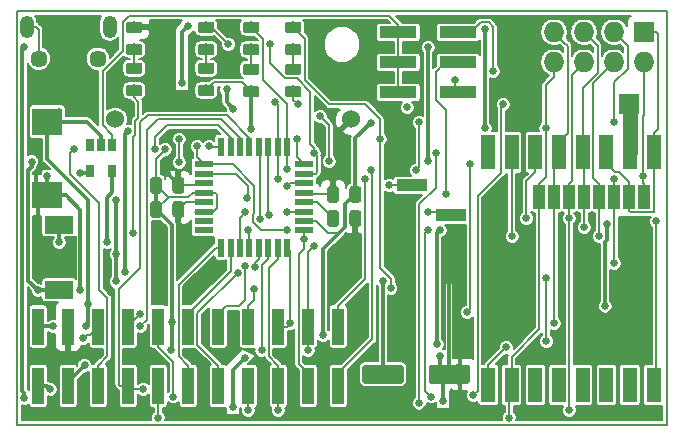
<source format=gbr>
%TF.GenerationSoftware,KiCad,Pcbnew,5.0.2-bee76a0~70~ubuntu18.04.1*%
%TF.CreationDate,2019-10-11T12:06:11+02:00*%
%TF.ProjectId,Mini-BT-Pcb-328P,4d696e69-2d42-4542-9d50-63622d333238,rev?*%
%TF.SameCoordinates,Original*%
%TF.FileFunction,Copper,L1,Top*%
%TF.FilePolarity,Positive*%
%FSLAX46Y46*%
G04 Gerber Fmt 4.6, Leading zero omitted, Abs format (unit mm)*
G04 Created by KiCad (PCBNEW 5.0.2-bee76a0~70~ubuntu18.04.1) date ven 11 ott 2019 12:06:11 CEST*
%MOMM*%
%LPD*%
G01*
G04 APERTURE LIST*
%ADD10C,0.150000*%
%ADD11C,0.975000*%
%ADD12C,1.524000*%
%ADD13R,3.150000X1.000000*%
%ADD14R,1.000000X3.150000*%
%ADD15C,1.600000*%
%ADD16R,1.700000X1.700000*%
%ADD17R,2.510000X1.000000*%
%ADD18C,1.450000*%
%ADD19O,1.200000X1.900000*%
%ADD20R,2.400000X1.500000*%
%ADD21R,1.600000X0.550000*%
%ADD22R,0.550000X1.600000*%
%ADD23R,0.650000X1.060000*%
%ADD24R,2.520000X2.310000*%
%ADD25O,1.727200X1.727200*%
%ADD26R,1.727200X1.727200*%
%ADD27R,1.000000X2.000000*%
%ADD28R,1.200000X3.000000*%
%ADD29C,0.650000*%
%ADD30C,0.160000*%
%ADD31C,0.300000*%
%ADD32C,1.300000*%
%ADD33C,0.200000*%
G04 APERTURE END LIST*
D10*
X132080000Y-108406000D02*
X132080000Y-73406000D01*
X187080000Y-108406000D02*
X132080000Y-108406000D01*
X187080000Y-73406000D02*
X187080000Y-108406000D01*
X132080000Y-73406000D02*
X187080000Y-73406000D01*
G36*
X148562142Y-79620674D02*
X148585803Y-79624184D01*
X148609007Y-79629996D01*
X148631529Y-79638054D01*
X148653153Y-79648282D01*
X148673670Y-79660579D01*
X148692883Y-79674829D01*
X148710607Y-79690893D01*
X148726671Y-79708617D01*
X148740921Y-79727830D01*
X148753218Y-79748347D01*
X148763446Y-79769971D01*
X148771504Y-79792493D01*
X148777316Y-79815697D01*
X148780826Y-79839358D01*
X148782000Y-79863250D01*
X148782000Y-80350750D01*
X148780826Y-80374642D01*
X148777316Y-80398303D01*
X148771504Y-80421507D01*
X148763446Y-80444029D01*
X148753218Y-80465653D01*
X148740921Y-80486170D01*
X148726671Y-80505383D01*
X148710607Y-80523107D01*
X148692883Y-80539171D01*
X148673670Y-80553421D01*
X148653153Y-80565718D01*
X148631529Y-80575946D01*
X148609007Y-80584004D01*
X148585803Y-80589816D01*
X148562142Y-80593326D01*
X148538250Y-80594500D01*
X147625750Y-80594500D01*
X147601858Y-80593326D01*
X147578197Y-80589816D01*
X147554993Y-80584004D01*
X147532471Y-80575946D01*
X147510847Y-80565718D01*
X147490330Y-80553421D01*
X147471117Y-80539171D01*
X147453393Y-80523107D01*
X147437329Y-80505383D01*
X147423079Y-80486170D01*
X147410782Y-80465653D01*
X147400554Y-80444029D01*
X147392496Y-80421507D01*
X147386684Y-80398303D01*
X147383174Y-80374642D01*
X147382000Y-80350750D01*
X147382000Y-79863250D01*
X147383174Y-79839358D01*
X147386684Y-79815697D01*
X147392496Y-79792493D01*
X147400554Y-79769971D01*
X147410782Y-79748347D01*
X147423079Y-79727830D01*
X147437329Y-79708617D01*
X147453393Y-79690893D01*
X147471117Y-79674829D01*
X147490330Y-79660579D01*
X147510847Y-79648282D01*
X147532471Y-79638054D01*
X147554993Y-79629996D01*
X147578197Y-79624184D01*
X147601858Y-79620674D01*
X147625750Y-79619500D01*
X148538250Y-79619500D01*
X148562142Y-79620674D01*
X148562142Y-79620674D01*
G37*
D11*
X148082000Y-80107000D03*
D10*
G36*
X148562142Y-77745674D02*
X148585803Y-77749184D01*
X148609007Y-77754996D01*
X148631529Y-77763054D01*
X148653153Y-77773282D01*
X148673670Y-77785579D01*
X148692883Y-77799829D01*
X148710607Y-77815893D01*
X148726671Y-77833617D01*
X148740921Y-77852830D01*
X148753218Y-77873347D01*
X148763446Y-77894971D01*
X148771504Y-77917493D01*
X148777316Y-77940697D01*
X148780826Y-77964358D01*
X148782000Y-77988250D01*
X148782000Y-78475750D01*
X148780826Y-78499642D01*
X148777316Y-78523303D01*
X148771504Y-78546507D01*
X148763446Y-78569029D01*
X148753218Y-78590653D01*
X148740921Y-78611170D01*
X148726671Y-78630383D01*
X148710607Y-78648107D01*
X148692883Y-78664171D01*
X148673670Y-78678421D01*
X148653153Y-78690718D01*
X148631529Y-78700946D01*
X148609007Y-78709004D01*
X148585803Y-78714816D01*
X148562142Y-78718326D01*
X148538250Y-78719500D01*
X147625750Y-78719500D01*
X147601858Y-78718326D01*
X147578197Y-78714816D01*
X147554993Y-78709004D01*
X147532471Y-78700946D01*
X147510847Y-78690718D01*
X147490330Y-78678421D01*
X147471117Y-78664171D01*
X147453393Y-78648107D01*
X147437329Y-78630383D01*
X147423079Y-78611170D01*
X147410782Y-78590653D01*
X147400554Y-78569029D01*
X147392496Y-78546507D01*
X147386684Y-78523303D01*
X147383174Y-78499642D01*
X147382000Y-78475750D01*
X147382000Y-77988250D01*
X147383174Y-77964358D01*
X147386684Y-77940697D01*
X147392496Y-77917493D01*
X147400554Y-77894971D01*
X147410782Y-77873347D01*
X147423079Y-77852830D01*
X147437329Y-77833617D01*
X147453393Y-77815893D01*
X147471117Y-77799829D01*
X147490330Y-77785579D01*
X147510847Y-77773282D01*
X147532471Y-77763054D01*
X147554993Y-77754996D01*
X147578197Y-77749184D01*
X147601858Y-77745674D01*
X147625750Y-77744500D01*
X148538250Y-77744500D01*
X148562142Y-77745674D01*
X148562142Y-77745674D01*
G37*
D11*
X148082000Y-78232000D03*
D12*
X140368000Y-82550000D03*
X160368000Y-82550000D03*
D13*
X169403000Y-80264000D03*
X164353000Y-80264000D03*
X169403000Y-77724000D03*
X164353000Y-77724000D03*
X169403000Y-75184000D03*
X164353000Y-75184000D03*
D14*
X133858000Y-105141000D03*
X133858000Y-100091000D03*
X136398000Y-105141000D03*
X136398000Y-100091000D03*
X138938000Y-105141000D03*
X138938000Y-100091000D03*
X141478000Y-105141000D03*
X141478000Y-100091000D03*
X144018000Y-105141000D03*
X144018000Y-100091000D03*
X146558000Y-105141000D03*
X146558000Y-100091000D03*
X149098000Y-105141000D03*
X149098000Y-100091000D03*
X151638000Y-105141000D03*
X151638000Y-100091000D03*
X154178000Y-105141000D03*
X154178000Y-100091000D03*
X156718000Y-105141000D03*
X156718000Y-100091000D03*
X159258000Y-105141000D03*
X159258000Y-100091000D03*
D10*
G36*
X164586504Y-103341204D02*
X164610773Y-103344804D01*
X164634571Y-103350765D01*
X164657671Y-103359030D01*
X164679849Y-103369520D01*
X164700893Y-103382133D01*
X164720598Y-103396747D01*
X164738777Y-103413223D01*
X164755253Y-103431402D01*
X164769867Y-103451107D01*
X164782480Y-103472151D01*
X164792970Y-103494329D01*
X164801235Y-103517429D01*
X164807196Y-103541227D01*
X164810796Y-103565496D01*
X164812000Y-103590000D01*
X164812000Y-104690000D01*
X164810796Y-104714504D01*
X164807196Y-104738773D01*
X164801235Y-104762571D01*
X164792970Y-104785671D01*
X164782480Y-104807849D01*
X164769867Y-104828893D01*
X164755253Y-104848598D01*
X164738777Y-104866777D01*
X164720598Y-104883253D01*
X164700893Y-104897867D01*
X164679849Y-104910480D01*
X164657671Y-104920970D01*
X164634571Y-104929235D01*
X164610773Y-104935196D01*
X164586504Y-104938796D01*
X164562000Y-104940000D01*
X161562000Y-104940000D01*
X161537496Y-104938796D01*
X161513227Y-104935196D01*
X161489429Y-104929235D01*
X161466329Y-104920970D01*
X161444151Y-104910480D01*
X161423107Y-104897867D01*
X161403402Y-104883253D01*
X161385223Y-104866777D01*
X161368747Y-104848598D01*
X161354133Y-104828893D01*
X161341520Y-104807849D01*
X161331030Y-104785671D01*
X161322765Y-104762571D01*
X161316804Y-104738773D01*
X161313204Y-104714504D01*
X161312000Y-104690000D01*
X161312000Y-103590000D01*
X161313204Y-103565496D01*
X161316804Y-103541227D01*
X161322765Y-103517429D01*
X161331030Y-103494329D01*
X161341520Y-103472151D01*
X161354133Y-103451107D01*
X161368747Y-103431402D01*
X161385223Y-103413223D01*
X161403402Y-103396747D01*
X161423107Y-103382133D01*
X161444151Y-103369520D01*
X161466329Y-103359030D01*
X161489429Y-103350765D01*
X161513227Y-103344804D01*
X161537496Y-103341204D01*
X161562000Y-103340000D01*
X164562000Y-103340000D01*
X164586504Y-103341204D01*
X164586504Y-103341204D01*
G37*
D15*
X163062000Y-104140000D03*
D10*
G36*
X170186504Y-103341204D02*
X170210773Y-103344804D01*
X170234571Y-103350765D01*
X170257671Y-103359030D01*
X170279849Y-103369520D01*
X170300893Y-103382133D01*
X170320598Y-103396747D01*
X170338777Y-103413223D01*
X170355253Y-103431402D01*
X170369867Y-103451107D01*
X170382480Y-103472151D01*
X170392970Y-103494329D01*
X170401235Y-103517429D01*
X170407196Y-103541227D01*
X170410796Y-103565496D01*
X170412000Y-103590000D01*
X170412000Y-104690000D01*
X170410796Y-104714504D01*
X170407196Y-104738773D01*
X170401235Y-104762571D01*
X170392970Y-104785671D01*
X170382480Y-104807849D01*
X170369867Y-104828893D01*
X170355253Y-104848598D01*
X170338777Y-104866777D01*
X170320598Y-104883253D01*
X170300893Y-104897867D01*
X170279849Y-104910480D01*
X170257671Y-104920970D01*
X170234571Y-104929235D01*
X170210773Y-104935196D01*
X170186504Y-104938796D01*
X170162000Y-104940000D01*
X167162000Y-104940000D01*
X167137496Y-104938796D01*
X167113227Y-104935196D01*
X167089429Y-104929235D01*
X167066329Y-104920970D01*
X167044151Y-104910480D01*
X167023107Y-104897867D01*
X167003402Y-104883253D01*
X166985223Y-104866777D01*
X166968747Y-104848598D01*
X166954133Y-104828893D01*
X166941520Y-104807849D01*
X166931030Y-104785671D01*
X166922765Y-104762571D01*
X166916804Y-104738773D01*
X166913204Y-104714504D01*
X166912000Y-104690000D01*
X166912000Y-103590000D01*
X166913204Y-103565496D01*
X166916804Y-103541227D01*
X166922765Y-103517429D01*
X166931030Y-103494329D01*
X166941520Y-103472151D01*
X166954133Y-103451107D01*
X166968747Y-103431402D01*
X166985223Y-103413223D01*
X167003402Y-103396747D01*
X167023107Y-103382133D01*
X167044151Y-103369520D01*
X167066329Y-103359030D01*
X167089429Y-103350765D01*
X167113227Y-103344804D01*
X167137496Y-103341204D01*
X167162000Y-103340000D01*
X170162000Y-103340000D01*
X170186504Y-103341204D01*
X170186504Y-103341204D01*
G37*
D15*
X168662000Y-104140000D03*
D10*
G36*
X145985142Y-89471174D02*
X146008803Y-89474684D01*
X146032007Y-89480496D01*
X146054529Y-89488554D01*
X146076153Y-89498782D01*
X146096670Y-89511079D01*
X146115883Y-89525329D01*
X146133607Y-89541393D01*
X146149671Y-89559117D01*
X146163921Y-89578330D01*
X146176218Y-89598847D01*
X146186446Y-89620471D01*
X146194504Y-89642993D01*
X146200316Y-89666197D01*
X146203826Y-89689858D01*
X146205000Y-89713750D01*
X146205000Y-90626250D01*
X146203826Y-90650142D01*
X146200316Y-90673803D01*
X146194504Y-90697007D01*
X146186446Y-90719529D01*
X146176218Y-90741153D01*
X146163921Y-90761670D01*
X146149671Y-90780883D01*
X146133607Y-90798607D01*
X146115883Y-90814671D01*
X146096670Y-90828921D01*
X146076153Y-90841218D01*
X146054529Y-90851446D01*
X146032007Y-90859504D01*
X146008803Y-90865316D01*
X145985142Y-90868826D01*
X145961250Y-90870000D01*
X145473750Y-90870000D01*
X145449858Y-90868826D01*
X145426197Y-90865316D01*
X145402993Y-90859504D01*
X145380471Y-90851446D01*
X145358847Y-90841218D01*
X145338330Y-90828921D01*
X145319117Y-90814671D01*
X145301393Y-90798607D01*
X145285329Y-90780883D01*
X145271079Y-90761670D01*
X145258782Y-90741153D01*
X145248554Y-90719529D01*
X145240496Y-90697007D01*
X145234684Y-90673803D01*
X145231174Y-90650142D01*
X145230000Y-90626250D01*
X145230000Y-89713750D01*
X145231174Y-89689858D01*
X145234684Y-89666197D01*
X145240496Y-89642993D01*
X145248554Y-89620471D01*
X145258782Y-89598847D01*
X145271079Y-89578330D01*
X145285329Y-89559117D01*
X145301393Y-89541393D01*
X145319117Y-89525329D01*
X145338330Y-89511079D01*
X145358847Y-89498782D01*
X145380471Y-89488554D01*
X145402993Y-89480496D01*
X145426197Y-89474684D01*
X145449858Y-89471174D01*
X145473750Y-89470000D01*
X145961250Y-89470000D01*
X145985142Y-89471174D01*
X145985142Y-89471174D01*
G37*
D11*
X145717500Y-90170000D03*
D10*
G36*
X144110142Y-89471174D02*
X144133803Y-89474684D01*
X144157007Y-89480496D01*
X144179529Y-89488554D01*
X144201153Y-89498782D01*
X144221670Y-89511079D01*
X144240883Y-89525329D01*
X144258607Y-89541393D01*
X144274671Y-89559117D01*
X144288921Y-89578330D01*
X144301218Y-89598847D01*
X144311446Y-89620471D01*
X144319504Y-89642993D01*
X144325316Y-89666197D01*
X144328826Y-89689858D01*
X144330000Y-89713750D01*
X144330000Y-90626250D01*
X144328826Y-90650142D01*
X144325316Y-90673803D01*
X144319504Y-90697007D01*
X144311446Y-90719529D01*
X144301218Y-90741153D01*
X144288921Y-90761670D01*
X144274671Y-90780883D01*
X144258607Y-90798607D01*
X144240883Y-90814671D01*
X144221670Y-90828921D01*
X144201153Y-90841218D01*
X144179529Y-90851446D01*
X144157007Y-90859504D01*
X144133803Y-90865316D01*
X144110142Y-90868826D01*
X144086250Y-90870000D01*
X143598750Y-90870000D01*
X143574858Y-90868826D01*
X143551197Y-90865316D01*
X143527993Y-90859504D01*
X143505471Y-90851446D01*
X143483847Y-90841218D01*
X143463330Y-90828921D01*
X143444117Y-90814671D01*
X143426393Y-90798607D01*
X143410329Y-90780883D01*
X143396079Y-90761670D01*
X143383782Y-90741153D01*
X143373554Y-90719529D01*
X143365496Y-90697007D01*
X143359684Y-90673803D01*
X143356174Y-90650142D01*
X143355000Y-90626250D01*
X143355000Y-89713750D01*
X143356174Y-89689858D01*
X143359684Y-89666197D01*
X143365496Y-89642993D01*
X143373554Y-89620471D01*
X143383782Y-89598847D01*
X143396079Y-89578330D01*
X143410329Y-89559117D01*
X143426393Y-89541393D01*
X143444117Y-89525329D01*
X143463330Y-89511079D01*
X143483847Y-89498782D01*
X143505471Y-89488554D01*
X143527993Y-89480496D01*
X143551197Y-89474684D01*
X143574858Y-89471174D01*
X143598750Y-89470000D01*
X144086250Y-89470000D01*
X144110142Y-89471174D01*
X144110142Y-89471174D01*
G37*
D11*
X143842500Y-90170000D03*
D10*
G36*
X144110142Y-87439174D02*
X144133803Y-87442684D01*
X144157007Y-87448496D01*
X144179529Y-87456554D01*
X144201153Y-87466782D01*
X144221670Y-87479079D01*
X144240883Y-87493329D01*
X144258607Y-87509393D01*
X144274671Y-87527117D01*
X144288921Y-87546330D01*
X144301218Y-87566847D01*
X144311446Y-87588471D01*
X144319504Y-87610993D01*
X144325316Y-87634197D01*
X144328826Y-87657858D01*
X144330000Y-87681750D01*
X144330000Y-88594250D01*
X144328826Y-88618142D01*
X144325316Y-88641803D01*
X144319504Y-88665007D01*
X144311446Y-88687529D01*
X144301218Y-88709153D01*
X144288921Y-88729670D01*
X144274671Y-88748883D01*
X144258607Y-88766607D01*
X144240883Y-88782671D01*
X144221670Y-88796921D01*
X144201153Y-88809218D01*
X144179529Y-88819446D01*
X144157007Y-88827504D01*
X144133803Y-88833316D01*
X144110142Y-88836826D01*
X144086250Y-88838000D01*
X143598750Y-88838000D01*
X143574858Y-88836826D01*
X143551197Y-88833316D01*
X143527993Y-88827504D01*
X143505471Y-88819446D01*
X143483847Y-88809218D01*
X143463330Y-88796921D01*
X143444117Y-88782671D01*
X143426393Y-88766607D01*
X143410329Y-88748883D01*
X143396079Y-88729670D01*
X143383782Y-88709153D01*
X143373554Y-88687529D01*
X143365496Y-88665007D01*
X143359684Y-88641803D01*
X143356174Y-88618142D01*
X143355000Y-88594250D01*
X143355000Y-87681750D01*
X143356174Y-87657858D01*
X143359684Y-87634197D01*
X143365496Y-87610993D01*
X143373554Y-87588471D01*
X143383782Y-87566847D01*
X143396079Y-87546330D01*
X143410329Y-87527117D01*
X143426393Y-87509393D01*
X143444117Y-87493329D01*
X143463330Y-87479079D01*
X143483847Y-87466782D01*
X143505471Y-87456554D01*
X143527993Y-87448496D01*
X143551197Y-87442684D01*
X143574858Y-87439174D01*
X143598750Y-87438000D01*
X144086250Y-87438000D01*
X144110142Y-87439174D01*
X144110142Y-87439174D01*
G37*
D11*
X143842500Y-88138000D03*
D10*
G36*
X145985142Y-87439174D02*
X146008803Y-87442684D01*
X146032007Y-87448496D01*
X146054529Y-87456554D01*
X146076153Y-87466782D01*
X146096670Y-87479079D01*
X146115883Y-87493329D01*
X146133607Y-87509393D01*
X146149671Y-87527117D01*
X146163921Y-87546330D01*
X146176218Y-87566847D01*
X146186446Y-87588471D01*
X146194504Y-87610993D01*
X146200316Y-87634197D01*
X146203826Y-87657858D01*
X146205000Y-87681750D01*
X146205000Y-88594250D01*
X146203826Y-88618142D01*
X146200316Y-88641803D01*
X146194504Y-88665007D01*
X146186446Y-88687529D01*
X146176218Y-88709153D01*
X146163921Y-88729670D01*
X146149671Y-88748883D01*
X146133607Y-88766607D01*
X146115883Y-88782671D01*
X146096670Y-88796921D01*
X146076153Y-88809218D01*
X146054529Y-88819446D01*
X146032007Y-88827504D01*
X146008803Y-88833316D01*
X145985142Y-88836826D01*
X145961250Y-88838000D01*
X145473750Y-88838000D01*
X145449858Y-88836826D01*
X145426197Y-88833316D01*
X145402993Y-88827504D01*
X145380471Y-88819446D01*
X145358847Y-88809218D01*
X145338330Y-88796921D01*
X145319117Y-88782671D01*
X145301393Y-88766607D01*
X145285329Y-88748883D01*
X145271079Y-88729670D01*
X145258782Y-88709153D01*
X145248554Y-88687529D01*
X145240496Y-88665007D01*
X145234684Y-88641803D01*
X145231174Y-88618142D01*
X145230000Y-88594250D01*
X145230000Y-87681750D01*
X145231174Y-87657858D01*
X145234684Y-87634197D01*
X145240496Y-87610993D01*
X145248554Y-87588471D01*
X145258782Y-87566847D01*
X145271079Y-87546330D01*
X145285329Y-87527117D01*
X145301393Y-87509393D01*
X145319117Y-87493329D01*
X145338330Y-87479079D01*
X145358847Y-87466782D01*
X145380471Y-87456554D01*
X145402993Y-87448496D01*
X145426197Y-87442684D01*
X145449858Y-87439174D01*
X145473750Y-87438000D01*
X145961250Y-87438000D01*
X145985142Y-87439174D01*
X145985142Y-87439174D01*
G37*
D11*
X145717500Y-88138000D03*
D10*
G36*
X159096142Y-88201174D02*
X159119803Y-88204684D01*
X159143007Y-88210496D01*
X159165529Y-88218554D01*
X159187153Y-88228782D01*
X159207670Y-88241079D01*
X159226883Y-88255329D01*
X159244607Y-88271393D01*
X159260671Y-88289117D01*
X159274921Y-88308330D01*
X159287218Y-88328847D01*
X159297446Y-88350471D01*
X159305504Y-88372993D01*
X159311316Y-88396197D01*
X159314826Y-88419858D01*
X159316000Y-88443750D01*
X159316000Y-89356250D01*
X159314826Y-89380142D01*
X159311316Y-89403803D01*
X159305504Y-89427007D01*
X159297446Y-89449529D01*
X159287218Y-89471153D01*
X159274921Y-89491670D01*
X159260671Y-89510883D01*
X159244607Y-89528607D01*
X159226883Y-89544671D01*
X159207670Y-89558921D01*
X159187153Y-89571218D01*
X159165529Y-89581446D01*
X159143007Y-89589504D01*
X159119803Y-89595316D01*
X159096142Y-89598826D01*
X159072250Y-89600000D01*
X158584750Y-89600000D01*
X158560858Y-89598826D01*
X158537197Y-89595316D01*
X158513993Y-89589504D01*
X158491471Y-89581446D01*
X158469847Y-89571218D01*
X158449330Y-89558921D01*
X158430117Y-89544671D01*
X158412393Y-89528607D01*
X158396329Y-89510883D01*
X158382079Y-89491670D01*
X158369782Y-89471153D01*
X158359554Y-89449529D01*
X158351496Y-89427007D01*
X158345684Y-89403803D01*
X158342174Y-89380142D01*
X158341000Y-89356250D01*
X158341000Y-88443750D01*
X158342174Y-88419858D01*
X158345684Y-88396197D01*
X158351496Y-88372993D01*
X158359554Y-88350471D01*
X158369782Y-88328847D01*
X158382079Y-88308330D01*
X158396329Y-88289117D01*
X158412393Y-88271393D01*
X158430117Y-88255329D01*
X158449330Y-88241079D01*
X158469847Y-88228782D01*
X158491471Y-88218554D01*
X158513993Y-88210496D01*
X158537197Y-88204684D01*
X158560858Y-88201174D01*
X158584750Y-88200000D01*
X159072250Y-88200000D01*
X159096142Y-88201174D01*
X159096142Y-88201174D01*
G37*
D11*
X158828500Y-88900000D03*
D10*
G36*
X160971142Y-88201174D02*
X160994803Y-88204684D01*
X161018007Y-88210496D01*
X161040529Y-88218554D01*
X161062153Y-88228782D01*
X161082670Y-88241079D01*
X161101883Y-88255329D01*
X161119607Y-88271393D01*
X161135671Y-88289117D01*
X161149921Y-88308330D01*
X161162218Y-88328847D01*
X161172446Y-88350471D01*
X161180504Y-88372993D01*
X161186316Y-88396197D01*
X161189826Y-88419858D01*
X161191000Y-88443750D01*
X161191000Y-89356250D01*
X161189826Y-89380142D01*
X161186316Y-89403803D01*
X161180504Y-89427007D01*
X161172446Y-89449529D01*
X161162218Y-89471153D01*
X161149921Y-89491670D01*
X161135671Y-89510883D01*
X161119607Y-89528607D01*
X161101883Y-89544671D01*
X161082670Y-89558921D01*
X161062153Y-89571218D01*
X161040529Y-89581446D01*
X161018007Y-89589504D01*
X160994803Y-89595316D01*
X160971142Y-89598826D01*
X160947250Y-89600000D01*
X160459750Y-89600000D01*
X160435858Y-89598826D01*
X160412197Y-89595316D01*
X160388993Y-89589504D01*
X160366471Y-89581446D01*
X160344847Y-89571218D01*
X160324330Y-89558921D01*
X160305117Y-89544671D01*
X160287393Y-89528607D01*
X160271329Y-89510883D01*
X160257079Y-89491670D01*
X160244782Y-89471153D01*
X160234554Y-89449529D01*
X160226496Y-89427007D01*
X160220684Y-89403803D01*
X160217174Y-89380142D01*
X160216000Y-89356250D01*
X160216000Y-88443750D01*
X160217174Y-88419858D01*
X160220684Y-88396197D01*
X160226496Y-88372993D01*
X160234554Y-88350471D01*
X160244782Y-88328847D01*
X160257079Y-88308330D01*
X160271329Y-88289117D01*
X160287393Y-88271393D01*
X160305117Y-88255329D01*
X160324330Y-88241079D01*
X160344847Y-88228782D01*
X160366471Y-88218554D01*
X160388993Y-88210496D01*
X160412197Y-88204684D01*
X160435858Y-88201174D01*
X160459750Y-88200000D01*
X160947250Y-88200000D01*
X160971142Y-88201174D01*
X160971142Y-88201174D01*
G37*
D11*
X160703500Y-88900000D03*
D10*
G36*
X160971142Y-90233174D02*
X160994803Y-90236684D01*
X161018007Y-90242496D01*
X161040529Y-90250554D01*
X161062153Y-90260782D01*
X161082670Y-90273079D01*
X161101883Y-90287329D01*
X161119607Y-90303393D01*
X161135671Y-90321117D01*
X161149921Y-90340330D01*
X161162218Y-90360847D01*
X161172446Y-90382471D01*
X161180504Y-90404993D01*
X161186316Y-90428197D01*
X161189826Y-90451858D01*
X161191000Y-90475750D01*
X161191000Y-91388250D01*
X161189826Y-91412142D01*
X161186316Y-91435803D01*
X161180504Y-91459007D01*
X161172446Y-91481529D01*
X161162218Y-91503153D01*
X161149921Y-91523670D01*
X161135671Y-91542883D01*
X161119607Y-91560607D01*
X161101883Y-91576671D01*
X161082670Y-91590921D01*
X161062153Y-91603218D01*
X161040529Y-91613446D01*
X161018007Y-91621504D01*
X160994803Y-91627316D01*
X160971142Y-91630826D01*
X160947250Y-91632000D01*
X160459750Y-91632000D01*
X160435858Y-91630826D01*
X160412197Y-91627316D01*
X160388993Y-91621504D01*
X160366471Y-91613446D01*
X160344847Y-91603218D01*
X160324330Y-91590921D01*
X160305117Y-91576671D01*
X160287393Y-91560607D01*
X160271329Y-91542883D01*
X160257079Y-91523670D01*
X160244782Y-91503153D01*
X160234554Y-91481529D01*
X160226496Y-91459007D01*
X160220684Y-91435803D01*
X160217174Y-91412142D01*
X160216000Y-91388250D01*
X160216000Y-90475750D01*
X160217174Y-90451858D01*
X160220684Y-90428197D01*
X160226496Y-90404993D01*
X160234554Y-90382471D01*
X160244782Y-90360847D01*
X160257079Y-90340330D01*
X160271329Y-90321117D01*
X160287393Y-90303393D01*
X160305117Y-90287329D01*
X160324330Y-90273079D01*
X160344847Y-90260782D01*
X160366471Y-90250554D01*
X160388993Y-90242496D01*
X160412197Y-90236684D01*
X160435858Y-90233174D01*
X160459750Y-90232000D01*
X160947250Y-90232000D01*
X160971142Y-90233174D01*
X160971142Y-90233174D01*
G37*
D11*
X160703500Y-90932000D03*
D10*
G36*
X159096142Y-90233174D02*
X159119803Y-90236684D01*
X159143007Y-90242496D01*
X159165529Y-90250554D01*
X159187153Y-90260782D01*
X159207670Y-90273079D01*
X159226883Y-90287329D01*
X159244607Y-90303393D01*
X159260671Y-90321117D01*
X159274921Y-90340330D01*
X159287218Y-90360847D01*
X159297446Y-90382471D01*
X159305504Y-90404993D01*
X159311316Y-90428197D01*
X159314826Y-90451858D01*
X159316000Y-90475750D01*
X159316000Y-91388250D01*
X159314826Y-91412142D01*
X159311316Y-91435803D01*
X159305504Y-91459007D01*
X159297446Y-91481529D01*
X159287218Y-91503153D01*
X159274921Y-91523670D01*
X159260671Y-91542883D01*
X159244607Y-91560607D01*
X159226883Y-91576671D01*
X159207670Y-91590921D01*
X159187153Y-91603218D01*
X159165529Y-91613446D01*
X159143007Y-91621504D01*
X159119803Y-91627316D01*
X159096142Y-91630826D01*
X159072250Y-91632000D01*
X158584750Y-91632000D01*
X158560858Y-91630826D01*
X158537197Y-91627316D01*
X158513993Y-91621504D01*
X158491471Y-91613446D01*
X158469847Y-91603218D01*
X158449330Y-91590921D01*
X158430117Y-91576671D01*
X158412393Y-91560607D01*
X158396329Y-91542883D01*
X158382079Y-91523670D01*
X158369782Y-91503153D01*
X158359554Y-91481529D01*
X158351496Y-91459007D01*
X158345684Y-91435803D01*
X158342174Y-91412142D01*
X158341000Y-91388250D01*
X158341000Y-90475750D01*
X158342174Y-90451858D01*
X158345684Y-90428197D01*
X158351496Y-90404993D01*
X158359554Y-90382471D01*
X158369782Y-90360847D01*
X158382079Y-90340330D01*
X158396329Y-90321117D01*
X158412393Y-90303393D01*
X158430117Y-90287329D01*
X158449330Y-90273079D01*
X158469847Y-90260782D01*
X158491471Y-90250554D01*
X158513993Y-90242496D01*
X158537197Y-90236684D01*
X158560858Y-90233174D01*
X158584750Y-90232000D01*
X159072250Y-90232000D01*
X159096142Y-90233174D01*
X159096142Y-90233174D01*
G37*
D11*
X158828500Y-90932000D03*
D16*
X183896000Y-81280000D03*
D17*
X168787000Y-90678000D03*
X165477000Y-88138000D03*
D18*
X133898000Y-77408500D03*
X138898000Y-77408500D03*
D19*
X132898000Y-74708500D03*
X139898000Y-74708500D03*
D20*
X135636000Y-96984000D03*
X135636000Y-91484000D03*
D10*
G36*
X148562142Y-76143174D02*
X148585803Y-76146684D01*
X148609007Y-76152496D01*
X148631529Y-76160554D01*
X148653153Y-76170782D01*
X148673670Y-76183079D01*
X148692883Y-76197329D01*
X148710607Y-76213393D01*
X148726671Y-76231117D01*
X148740921Y-76250330D01*
X148753218Y-76270847D01*
X148763446Y-76292471D01*
X148771504Y-76314993D01*
X148777316Y-76338197D01*
X148780826Y-76361858D01*
X148782000Y-76385750D01*
X148782000Y-76873250D01*
X148780826Y-76897142D01*
X148777316Y-76920803D01*
X148771504Y-76944007D01*
X148763446Y-76966529D01*
X148753218Y-76988153D01*
X148740921Y-77008670D01*
X148726671Y-77027883D01*
X148710607Y-77045607D01*
X148692883Y-77061671D01*
X148673670Y-77075921D01*
X148653153Y-77088218D01*
X148631529Y-77098446D01*
X148609007Y-77106504D01*
X148585803Y-77112316D01*
X148562142Y-77115826D01*
X148538250Y-77117000D01*
X147625750Y-77117000D01*
X147601858Y-77115826D01*
X147578197Y-77112316D01*
X147554993Y-77106504D01*
X147532471Y-77098446D01*
X147510847Y-77088218D01*
X147490330Y-77075921D01*
X147471117Y-77061671D01*
X147453393Y-77045607D01*
X147437329Y-77027883D01*
X147423079Y-77008670D01*
X147410782Y-76988153D01*
X147400554Y-76966529D01*
X147392496Y-76944007D01*
X147386684Y-76920803D01*
X147383174Y-76897142D01*
X147382000Y-76873250D01*
X147382000Y-76385750D01*
X147383174Y-76361858D01*
X147386684Y-76338197D01*
X147392496Y-76314993D01*
X147400554Y-76292471D01*
X147410782Y-76270847D01*
X147423079Y-76250330D01*
X147437329Y-76231117D01*
X147453393Y-76213393D01*
X147471117Y-76197329D01*
X147490330Y-76183079D01*
X147510847Y-76170782D01*
X147532471Y-76160554D01*
X147554993Y-76152496D01*
X147578197Y-76146684D01*
X147601858Y-76143174D01*
X147625750Y-76142000D01*
X148538250Y-76142000D01*
X148562142Y-76143174D01*
X148562142Y-76143174D01*
G37*
D11*
X148082000Y-76629500D03*
D10*
G36*
X148562142Y-74268174D02*
X148585803Y-74271684D01*
X148609007Y-74277496D01*
X148631529Y-74285554D01*
X148653153Y-74295782D01*
X148673670Y-74308079D01*
X148692883Y-74322329D01*
X148710607Y-74338393D01*
X148726671Y-74356117D01*
X148740921Y-74375330D01*
X148753218Y-74395847D01*
X148763446Y-74417471D01*
X148771504Y-74439993D01*
X148777316Y-74463197D01*
X148780826Y-74486858D01*
X148782000Y-74510750D01*
X148782000Y-74998250D01*
X148780826Y-75022142D01*
X148777316Y-75045803D01*
X148771504Y-75069007D01*
X148763446Y-75091529D01*
X148753218Y-75113153D01*
X148740921Y-75133670D01*
X148726671Y-75152883D01*
X148710607Y-75170607D01*
X148692883Y-75186671D01*
X148673670Y-75200921D01*
X148653153Y-75213218D01*
X148631529Y-75223446D01*
X148609007Y-75231504D01*
X148585803Y-75237316D01*
X148562142Y-75240826D01*
X148538250Y-75242000D01*
X147625750Y-75242000D01*
X147601858Y-75240826D01*
X147578197Y-75237316D01*
X147554993Y-75231504D01*
X147532471Y-75223446D01*
X147510847Y-75213218D01*
X147490330Y-75200921D01*
X147471117Y-75186671D01*
X147453393Y-75170607D01*
X147437329Y-75152883D01*
X147423079Y-75133670D01*
X147410782Y-75113153D01*
X147400554Y-75091529D01*
X147392496Y-75069007D01*
X147386684Y-75045803D01*
X147383174Y-75022142D01*
X147382000Y-74998250D01*
X147382000Y-74510750D01*
X147383174Y-74486858D01*
X147386684Y-74463197D01*
X147392496Y-74439993D01*
X147400554Y-74417471D01*
X147410782Y-74395847D01*
X147423079Y-74375330D01*
X147437329Y-74356117D01*
X147453393Y-74338393D01*
X147471117Y-74322329D01*
X147490330Y-74308079D01*
X147510847Y-74295782D01*
X147532471Y-74285554D01*
X147554993Y-74277496D01*
X147578197Y-74271684D01*
X147601858Y-74268174D01*
X147625750Y-74267000D01*
X148538250Y-74267000D01*
X148562142Y-74268174D01*
X148562142Y-74268174D01*
G37*
D11*
X148082000Y-74754500D03*
D10*
G36*
X155928142Y-74268174D02*
X155951803Y-74271684D01*
X155975007Y-74277496D01*
X155997529Y-74285554D01*
X156019153Y-74295782D01*
X156039670Y-74308079D01*
X156058883Y-74322329D01*
X156076607Y-74338393D01*
X156092671Y-74356117D01*
X156106921Y-74375330D01*
X156119218Y-74395847D01*
X156129446Y-74417471D01*
X156137504Y-74439993D01*
X156143316Y-74463197D01*
X156146826Y-74486858D01*
X156148000Y-74510750D01*
X156148000Y-74998250D01*
X156146826Y-75022142D01*
X156143316Y-75045803D01*
X156137504Y-75069007D01*
X156129446Y-75091529D01*
X156119218Y-75113153D01*
X156106921Y-75133670D01*
X156092671Y-75152883D01*
X156076607Y-75170607D01*
X156058883Y-75186671D01*
X156039670Y-75200921D01*
X156019153Y-75213218D01*
X155997529Y-75223446D01*
X155975007Y-75231504D01*
X155951803Y-75237316D01*
X155928142Y-75240826D01*
X155904250Y-75242000D01*
X154991750Y-75242000D01*
X154967858Y-75240826D01*
X154944197Y-75237316D01*
X154920993Y-75231504D01*
X154898471Y-75223446D01*
X154876847Y-75213218D01*
X154856330Y-75200921D01*
X154837117Y-75186671D01*
X154819393Y-75170607D01*
X154803329Y-75152883D01*
X154789079Y-75133670D01*
X154776782Y-75113153D01*
X154766554Y-75091529D01*
X154758496Y-75069007D01*
X154752684Y-75045803D01*
X154749174Y-75022142D01*
X154748000Y-74998250D01*
X154748000Y-74510750D01*
X154749174Y-74486858D01*
X154752684Y-74463197D01*
X154758496Y-74439993D01*
X154766554Y-74417471D01*
X154776782Y-74395847D01*
X154789079Y-74375330D01*
X154803329Y-74356117D01*
X154819393Y-74338393D01*
X154837117Y-74322329D01*
X154856330Y-74308079D01*
X154876847Y-74295782D01*
X154898471Y-74285554D01*
X154920993Y-74277496D01*
X154944197Y-74271684D01*
X154967858Y-74268174D01*
X154991750Y-74267000D01*
X155904250Y-74267000D01*
X155928142Y-74268174D01*
X155928142Y-74268174D01*
G37*
D11*
X155448000Y-74754500D03*
D10*
G36*
X155928142Y-76143174D02*
X155951803Y-76146684D01*
X155975007Y-76152496D01*
X155997529Y-76160554D01*
X156019153Y-76170782D01*
X156039670Y-76183079D01*
X156058883Y-76197329D01*
X156076607Y-76213393D01*
X156092671Y-76231117D01*
X156106921Y-76250330D01*
X156119218Y-76270847D01*
X156129446Y-76292471D01*
X156137504Y-76314993D01*
X156143316Y-76338197D01*
X156146826Y-76361858D01*
X156148000Y-76385750D01*
X156148000Y-76873250D01*
X156146826Y-76897142D01*
X156143316Y-76920803D01*
X156137504Y-76944007D01*
X156129446Y-76966529D01*
X156119218Y-76988153D01*
X156106921Y-77008670D01*
X156092671Y-77027883D01*
X156076607Y-77045607D01*
X156058883Y-77061671D01*
X156039670Y-77075921D01*
X156019153Y-77088218D01*
X155997529Y-77098446D01*
X155975007Y-77106504D01*
X155951803Y-77112316D01*
X155928142Y-77115826D01*
X155904250Y-77117000D01*
X154991750Y-77117000D01*
X154967858Y-77115826D01*
X154944197Y-77112316D01*
X154920993Y-77106504D01*
X154898471Y-77098446D01*
X154876847Y-77088218D01*
X154856330Y-77075921D01*
X154837117Y-77061671D01*
X154819393Y-77045607D01*
X154803329Y-77027883D01*
X154789079Y-77008670D01*
X154776782Y-76988153D01*
X154766554Y-76966529D01*
X154758496Y-76944007D01*
X154752684Y-76920803D01*
X154749174Y-76897142D01*
X154748000Y-76873250D01*
X154748000Y-76385750D01*
X154749174Y-76361858D01*
X154752684Y-76338197D01*
X154758496Y-76314993D01*
X154766554Y-76292471D01*
X154776782Y-76270847D01*
X154789079Y-76250330D01*
X154803329Y-76231117D01*
X154819393Y-76213393D01*
X154837117Y-76197329D01*
X154856330Y-76183079D01*
X154876847Y-76170782D01*
X154898471Y-76160554D01*
X154920993Y-76152496D01*
X154944197Y-76146684D01*
X154967858Y-76143174D01*
X154991750Y-76142000D01*
X155904250Y-76142000D01*
X155928142Y-76143174D01*
X155928142Y-76143174D01*
G37*
D11*
X155448000Y-76629500D03*
D10*
G36*
X152372142Y-76143174D02*
X152395803Y-76146684D01*
X152419007Y-76152496D01*
X152441529Y-76160554D01*
X152463153Y-76170782D01*
X152483670Y-76183079D01*
X152502883Y-76197329D01*
X152520607Y-76213393D01*
X152536671Y-76231117D01*
X152550921Y-76250330D01*
X152563218Y-76270847D01*
X152573446Y-76292471D01*
X152581504Y-76314993D01*
X152587316Y-76338197D01*
X152590826Y-76361858D01*
X152592000Y-76385750D01*
X152592000Y-76873250D01*
X152590826Y-76897142D01*
X152587316Y-76920803D01*
X152581504Y-76944007D01*
X152573446Y-76966529D01*
X152563218Y-76988153D01*
X152550921Y-77008670D01*
X152536671Y-77027883D01*
X152520607Y-77045607D01*
X152502883Y-77061671D01*
X152483670Y-77075921D01*
X152463153Y-77088218D01*
X152441529Y-77098446D01*
X152419007Y-77106504D01*
X152395803Y-77112316D01*
X152372142Y-77115826D01*
X152348250Y-77117000D01*
X151435750Y-77117000D01*
X151411858Y-77115826D01*
X151388197Y-77112316D01*
X151364993Y-77106504D01*
X151342471Y-77098446D01*
X151320847Y-77088218D01*
X151300330Y-77075921D01*
X151281117Y-77061671D01*
X151263393Y-77045607D01*
X151247329Y-77027883D01*
X151233079Y-77008670D01*
X151220782Y-76988153D01*
X151210554Y-76966529D01*
X151202496Y-76944007D01*
X151196684Y-76920803D01*
X151193174Y-76897142D01*
X151192000Y-76873250D01*
X151192000Y-76385750D01*
X151193174Y-76361858D01*
X151196684Y-76338197D01*
X151202496Y-76314993D01*
X151210554Y-76292471D01*
X151220782Y-76270847D01*
X151233079Y-76250330D01*
X151247329Y-76231117D01*
X151263393Y-76213393D01*
X151281117Y-76197329D01*
X151300330Y-76183079D01*
X151320847Y-76170782D01*
X151342471Y-76160554D01*
X151364993Y-76152496D01*
X151388197Y-76146684D01*
X151411858Y-76143174D01*
X151435750Y-76142000D01*
X152348250Y-76142000D01*
X152372142Y-76143174D01*
X152372142Y-76143174D01*
G37*
D11*
X151892000Y-76629500D03*
D10*
G36*
X152372142Y-74268174D02*
X152395803Y-74271684D01*
X152419007Y-74277496D01*
X152441529Y-74285554D01*
X152463153Y-74295782D01*
X152483670Y-74308079D01*
X152502883Y-74322329D01*
X152520607Y-74338393D01*
X152536671Y-74356117D01*
X152550921Y-74375330D01*
X152563218Y-74395847D01*
X152573446Y-74417471D01*
X152581504Y-74439993D01*
X152587316Y-74463197D01*
X152590826Y-74486858D01*
X152592000Y-74510750D01*
X152592000Y-74998250D01*
X152590826Y-75022142D01*
X152587316Y-75045803D01*
X152581504Y-75069007D01*
X152573446Y-75091529D01*
X152563218Y-75113153D01*
X152550921Y-75133670D01*
X152536671Y-75152883D01*
X152520607Y-75170607D01*
X152502883Y-75186671D01*
X152483670Y-75200921D01*
X152463153Y-75213218D01*
X152441529Y-75223446D01*
X152419007Y-75231504D01*
X152395803Y-75237316D01*
X152372142Y-75240826D01*
X152348250Y-75242000D01*
X151435750Y-75242000D01*
X151411858Y-75240826D01*
X151388197Y-75237316D01*
X151364993Y-75231504D01*
X151342471Y-75223446D01*
X151320847Y-75213218D01*
X151300330Y-75200921D01*
X151281117Y-75186671D01*
X151263393Y-75170607D01*
X151247329Y-75152883D01*
X151233079Y-75133670D01*
X151220782Y-75113153D01*
X151210554Y-75091529D01*
X151202496Y-75069007D01*
X151196684Y-75045803D01*
X151193174Y-75022142D01*
X151192000Y-74998250D01*
X151192000Y-74510750D01*
X151193174Y-74486858D01*
X151196684Y-74463197D01*
X151202496Y-74439993D01*
X151210554Y-74417471D01*
X151220782Y-74395847D01*
X151233079Y-74375330D01*
X151247329Y-74356117D01*
X151263393Y-74338393D01*
X151281117Y-74322329D01*
X151300330Y-74308079D01*
X151320847Y-74295782D01*
X151342471Y-74285554D01*
X151364993Y-74277496D01*
X151388197Y-74271684D01*
X151411858Y-74268174D01*
X151435750Y-74267000D01*
X152348250Y-74267000D01*
X152372142Y-74268174D01*
X152372142Y-74268174D01*
G37*
D11*
X151892000Y-74754500D03*
D10*
G36*
X142466142Y-74268174D02*
X142489803Y-74271684D01*
X142513007Y-74277496D01*
X142535529Y-74285554D01*
X142557153Y-74295782D01*
X142577670Y-74308079D01*
X142596883Y-74322329D01*
X142614607Y-74338393D01*
X142630671Y-74356117D01*
X142644921Y-74375330D01*
X142657218Y-74395847D01*
X142667446Y-74417471D01*
X142675504Y-74439993D01*
X142681316Y-74463197D01*
X142684826Y-74486858D01*
X142686000Y-74510750D01*
X142686000Y-74998250D01*
X142684826Y-75022142D01*
X142681316Y-75045803D01*
X142675504Y-75069007D01*
X142667446Y-75091529D01*
X142657218Y-75113153D01*
X142644921Y-75133670D01*
X142630671Y-75152883D01*
X142614607Y-75170607D01*
X142596883Y-75186671D01*
X142577670Y-75200921D01*
X142557153Y-75213218D01*
X142535529Y-75223446D01*
X142513007Y-75231504D01*
X142489803Y-75237316D01*
X142466142Y-75240826D01*
X142442250Y-75242000D01*
X141529750Y-75242000D01*
X141505858Y-75240826D01*
X141482197Y-75237316D01*
X141458993Y-75231504D01*
X141436471Y-75223446D01*
X141414847Y-75213218D01*
X141394330Y-75200921D01*
X141375117Y-75186671D01*
X141357393Y-75170607D01*
X141341329Y-75152883D01*
X141327079Y-75133670D01*
X141314782Y-75113153D01*
X141304554Y-75091529D01*
X141296496Y-75069007D01*
X141290684Y-75045803D01*
X141287174Y-75022142D01*
X141286000Y-74998250D01*
X141286000Y-74510750D01*
X141287174Y-74486858D01*
X141290684Y-74463197D01*
X141296496Y-74439993D01*
X141304554Y-74417471D01*
X141314782Y-74395847D01*
X141327079Y-74375330D01*
X141341329Y-74356117D01*
X141357393Y-74338393D01*
X141375117Y-74322329D01*
X141394330Y-74308079D01*
X141414847Y-74295782D01*
X141436471Y-74285554D01*
X141458993Y-74277496D01*
X141482197Y-74271684D01*
X141505858Y-74268174D01*
X141529750Y-74267000D01*
X142442250Y-74267000D01*
X142466142Y-74268174D01*
X142466142Y-74268174D01*
G37*
D11*
X141986000Y-74754500D03*
D10*
G36*
X142466142Y-76143174D02*
X142489803Y-76146684D01*
X142513007Y-76152496D01*
X142535529Y-76160554D01*
X142557153Y-76170782D01*
X142577670Y-76183079D01*
X142596883Y-76197329D01*
X142614607Y-76213393D01*
X142630671Y-76231117D01*
X142644921Y-76250330D01*
X142657218Y-76270847D01*
X142667446Y-76292471D01*
X142675504Y-76314993D01*
X142681316Y-76338197D01*
X142684826Y-76361858D01*
X142686000Y-76385750D01*
X142686000Y-76873250D01*
X142684826Y-76897142D01*
X142681316Y-76920803D01*
X142675504Y-76944007D01*
X142667446Y-76966529D01*
X142657218Y-76988153D01*
X142644921Y-77008670D01*
X142630671Y-77027883D01*
X142614607Y-77045607D01*
X142596883Y-77061671D01*
X142577670Y-77075921D01*
X142557153Y-77088218D01*
X142535529Y-77098446D01*
X142513007Y-77106504D01*
X142489803Y-77112316D01*
X142466142Y-77115826D01*
X142442250Y-77117000D01*
X141529750Y-77117000D01*
X141505858Y-77115826D01*
X141482197Y-77112316D01*
X141458993Y-77106504D01*
X141436471Y-77098446D01*
X141414847Y-77088218D01*
X141394330Y-77075921D01*
X141375117Y-77061671D01*
X141357393Y-77045607D01*
X141341329Y-77027883D01*
X141327079Y-77008670D01*
X141314782Y-76988153D01*
X141304554Y-76966529D01*
X141296496Y-76944007D01*
X141290684Y-76920803D01*
X141287174Y-76897142D01*
X141286000Y-76873250D01*
X141286000Y-76385750D01*
X141287174Y-76361858D01*
X141290684Y-76338197D01*
X141296496Y-76314993D01*
X141304554Y-76292471D01*
X141314782Y-76270847D01*
X141327079Y-76250330D01*
X141341329Y-76231117D01*
X141357393Y-76213393D01*
X141375117Y-76197329D01*
X141394330Y-76183079D01*
X141414847Y-76170782D01*
X141436471Y-76160554D01*
X141458993Y-76152496D01*
X141482197Y-76146684D01*
X141505858Y-76143174D01*
X141529750Y-76142000D01*
X142442250Y-76142000D01*
X142466142Y-76143174D01*
X142466142Y-76143174D01*
G37*
D11*
X141986000Y-76629500D03*
D21*
X147896000Y-86354000D03*
X147896000Y-87154000D03*
X147896000Y-87954000D03*
X147896000Y-88754000D03*
X147896000Y-89554000D03*
X147896000Y-90354000D03*
X147896000Y-91154000D03*
X147896000Y-91954000D03*
D22*
X149346000Y-93404000D03*
X150146000Y-93404000D03*
X150946000Y-93404000D03*
X151746000Y-93404000D03*
X152546000Y-93404000D03*
X153346000Y-93404000D03*
X154146000Y-93404000D03*
X154946000Y-93404000D03*
D21*
X156396000Y-91954000D03*
X156396000Y-91154000D03*
X156396000Y-90354000D03*
X156396000Y-89554000D03*
X156396000Y-88754000D03*
X156396000Y-87954000D03*
X156396000Y-87154000D03*
X156396000Y-86354000D03*
D22*
X154946000Y-84904000D03*
X154146000Y-84904000D03*
X153346000Y-84904000D03*
X152546000Y-84904000D03*
X151746000Y-84904000D03*
X150946000Y-84904000D03*
X150146000Y-84904000D03*
X149346000Y-84904000D03*
D23*
X140142000Y-84752000D03*
X139192000Y-84752000D03*
X138242000Y-84752000D03*
X138242000Y-86952000D03*
X140142000Y-86952000D03*
D10*
G36*
X142466142Y-77745674D02*
X142489803Y-77749184D01*
X142513007Y-77754996D01*
X142535529Y-77763054D01*
X142557153Y-77773282D01*
X142577670Y-77785579D01*
X142596883Y-77799829D01*
X142614607Y-77815893D01*
X142630671Y-77833617D01*
X142644921Y-77852830D01*
X142657218Y-77873347D01*
X142667446Y-77894971D01*
X142675504Y-77917493D01*
X142681316Y-77940697D01*
X142684826Y-77964358D01*
X142686000Y-77988250D01*
X142686000Y-78475750D01*
X142684826Y-78499642D01*
X142681316Y-78523303D01*
X142675504Y-78546507D01*
X142667446Y-78569029D01*
X142657218Y-78590653D01*
X142644921Y-78611170D01*
X142630671Y-78630383D01*
X142614607Y-78648107D01*
X142596883Y-78664171D01*
X142577670Y-78678421D01*
X142557153Y-78690718D01*
X142535529Y-78700946D01*
X142513007Y-78709004D01*
X142489803Y-78714816D01*
X142466142Y-78718326D01*
X142442250Y-78719500D01*
X141529750Y-78719500D01*
X141505858Y-78718326D01*
X141482197Y-78714816D01*
X141458993Y-78709004D01*
X141436471Y-78700946D01*
X141414847Y-78690718D01*
X141394330Y-78678421D01*
X141375117Y-78664171D01*
X141357393Y-78648107D01*
X141341329Y-78630383D01*
X141327079Y-78611170D01*
X141314782Y-78590653D01*
X141304554Y-78569029D01*
X141296496Y-78546507D01*
X141290684Y-78523303D01*
X141287174Y-78499642D01*
X141286000Y-78475750D01*
X141286000Y-77988250D01*
X141287174Y-77964358D01*
X141290684Y-77940697D01*
X141296496Y-77917493D01*
X141304554Y-77894971D01*
X141314782Y-77873347D01*
X141327079Y-77852830D01*
X141341329Y-77833617D01*
X141357393Y-77815893D01*
X141375117Y-77799829D01*
X141394330Y-77785579D01*
X141414847Y-77773282D01*
X141436471Y-77763054D01*
X141458993Y-77754996D01*
X141482197Y-77749184D01*
X141505858Y-77745674D01*
X141529750Y-77744500D01*
X142442250Y-77744500D01*
X142466142Y-77745674D01*
X142466142Y-77745674D01*
G37*
D11*
X141986000Y-78232000D03*
D10*
G36*
X142466142Y-79620674D02*
X142489803Y-79624184D01*
X142513007Y-79629996D01*
X142535529Y-79638054D01*
X142557153Y-79648282D01*
X142577670Y-79660579D01*
X142596883Y-79674829D01*
X142614607Y-79690893D01*
X142630671Y-79708617D01*
X142644921Y-79727830D01*
X142657218Y-79748347D01*
X142667446Y-79769971D01*
X142675504Y-79792493D01*
X142681316Y-79815697D01*
X142684826Y-79839358D01*
X142686000Y-79863250D01*
X142686000Y-80350750D01*
X142684826Y-80374642D01*
X142681316Y-80398303D01*
X142675504Y-80421507D01*
X142667446Y-80444029D01*
X142657218Y-80465653D01*
X142644921Y-80486170D01*
X142630671Y-80505383D01*
X142614607Y-80523107D01*
X142596883Y-80539171D01*
X142577670Y-80553421D01*
X142557153Y-80565718D01*
X142535529Y-80575946D01*
X142513007Y-80584004D01*
X142489803Y-80589816D01*
X142466142Y-80593326D01*
X142442250Y-80594500D01*
X141529750Y-80594500D01*
X141505858Y-80593326D01*
X141482197Y-80589816D01*
X141458993Y-80584004D01*
X141436471Y-80575946D01*
X141414847Y-80565718D01*
X141394330Y-80553421D01*
X141375117Y-80539171D01*
X141357393Y-80523107D01*
X141341329Y-80505383D01*
X141327079Y-80486170D01*
X141314782Y-80465653D01*
X141304554Y-80444029D01*
X141296496Y-80421507D01*
X141290684Y-80398303D01*
X141287174Y-80374642D01*
X141286000Y-80350750D01*
X141286000Y-79863250D01*
X141287174Y-79839358D01*
X141290684Y-79815697D01*
X141296496Y-79792493D01*
X141304554Y-79769971D01*
X141314782Y-79748347D01*
X141327079Y-79727830D01*
X141341329Y-79708617D01*
X141357393Y-79690893D01*
X141375117Y-79674829D01*
X141394330Y-79660579D01*
X141414847Y-79648282D01*
X141436471Y-79638054D01*
X141458993Y-79629996D01*
X141482197Y-79624184D01*
X141505858Y-79620674D01*
X141529750Y-79619500D01*
X142442250Y-79619500D01*
X142466142Y-79620674D01*
X142466142Y-79620674D01*
G37*
D11*
X141986000Y-80107000D03*
D10*
G36*
X152372142Y-77824174D02*
X152395803Y-77827684D01*
X152419007Y-77833496D01*
X152441529Y-77841554D01*
X152463153Y-77851782D01*
X152483670Y-77864079D01*
X152502883Y-77878329D01*
X152520607Y-77894393D01*
X152536671Y-77912117D01*
X152550921Y-77931330D01*
X152563218Y-77951847D01*
X152573446Y-77973471D01*
X152581504Y-77995993D01*
X152587316Y-78019197D01*
X152590826Y-78042858D01*
X152592000Y-78066750D01*
X152592000Y-78554250D01*
X152590826Y-78578142D01*
X152587316Y-78601803D01*
X152581504Y-78625007D01*
X152573446Y-78647529D01*
X152563218Y-78669153D01*
X152550921Y-78689670D01*
X152536671Y-78708883D01*
X152520607Y-78726607D01*
X152502883Y-78742671D01*
X152483670Y-78756921D01*
X152463153Y-78769218D01*
X152441529Y-78779446D01*
X152419007Y-78787504D01*
X152395803Y-78793316D01*
X152372142Y-78796826D01*
X152348250Y-78798000D01*
X151435750Y-78798000D01*
X151411858Y-78796826D01*
X151388197Y-78793316D01*
X151364993Y-78787504D01*
X151342471Y-78779446D01*
X151320847Y-78769218D01*
X151300330Y-78756921D01*
X151281117Y-78742671D01*
X151263393Y-78726607D01*
X151247329Y-78708883D01*
X151233079Y-78689670D01*
X151220782Y-78669153D01*
X151210554Y-78647529D01*
X151202496Y-78625007D01*
X151196684Y-78601803D01*
X151193174Y-78578142D01*
X151192000Y-78554250D01*
X151192000Y-78066750D01*
X151193174Y-78042858D01*
X151196684Y-78019197D01*
X151202496Y-77995993D01*
X151210554Y-77973471D01*
X151220782Y-77951847D01*
X151233079Y-77931330D01*
X151247329Y-77912117D01*
X151263393Y-77894393D01*
X151281117Y-77878329D01*
X151300330Y-77864079D01*
X151320847Y-77851782D01*
X151342471Y-77841554D01*
X151364993Y-77833496D01*
X151388197Y-77827684D01*
X151411858Y-77824174D01*
X151435750Y-77823000D01*
X152348250Y-77823000D01*
X152372142Y-77824174D01*
X152372142Y-77824174D01*
G37*
D11*
X151892000Y-78310500D03*
D10*
G36*
X152372142Y-79699174D02*
X152395803Y-79702684D01*
X152419007Y-79708496D01*
X152441529Y-79716554D01*
X152463153Y-79726782D01*
X152483670Y-79739079D01*
X152502883Y-79753329D01*
X152520607Y-79769393D01*
X152536671Y-79787117D01*
X152550921Y-79806330D01*
X152563218Y-79826847D01*
X152573446Y-79848471D01*
X152581504Y-79870993D01*
X152587316Y-79894197D01*
X152590826Y-79917858D01*
X152592000Y-79941750D01*
X152592000Y-80429250D01*
X152590826Y-80453142D01*
X152587316Y-80476803D01*
X152581504Y-80500007D01*
X152573446Y-80522529D01*
X152563218Y-80544153D01*
X152550921Y-80564670D01*
X152536671Y-80583883D01*
X152520607Y-80601607D01*
X152502883Y-80617671D01*
X152483670Y-80631921D01*
X152463153Y-80644218D01*
X152441529Y-80654446D01*
X152419007Y-80662504D01*
X152395803Y-80668316D01*
X152372142Y-80671826D01*
X152348250Y-80673000D01*
X151435750Y-80673000D01*
X151411858Y-80671826D01*
X151388197Y-80668316D01*
X151364993Y-80662504D01*
X151342471Y-80654446D01*
X151320847Y-80644218D01*
X151300330Y-80631921D01*
X151281117Y-80617671D01*
X151263393Y-80601607D01*
X151247329Y-80583883D01*
X151233079Y-80564670D01*
X151220782Y-80544153D01*
X151210554Y-80522529D01*
X151202496Y-80500007D01*
X151196684Y-80476803D01*
X151193174Y-80453142D01*
X151192000Y-80429250D01*
X151192000Y-79941750D01*
X151193174Y-79917858D01*
X151196684Y-79894197D01*
X151202496Y-79870993D01*
X151210554Y-79848471D01*
X151220782Y-79826847D01*
X151233079Y-79806330D01*
X151247329Y-79787117D01*
X151263393Y-79769393D01*
X151281117Y-79753329D01*
X151300330Y-79739079D01*
X151320847Y-79726782D01*
X151342471Y-79716554D01*
X151364993Y-79708496D01*
X151388197Y-79702684D01*
X151411858Y-79699174D01*
X151435750Y-79698000D01*
X152348250Y-79698000D01*
X152372142Y-79699174D01*
X152372142Y-79699174D01*
G37*
D11*
X151892000Y-80185500D03*
D10*
G36*
X155928142Y-79699174D02*
X155951803Y-79702684D01*
X155975007Y-79708496D01*
X155997529Y-79716554D01*
X156019153Y-79726782D01*
X156039670Y-79739079D01*
X156058883Y-79753329D01*
X156076607Y-79769393D01*
X156092671Y-79787117D01*
X156106921Y-79806330D01*
X156119218Y-79826847D01*
X156129446Y-79848471D01*
X156137504Y-79870993D01*
X156143316Y-79894197D01*
X156146826Y-79917858D01*
X156148000Y-79941750D01*
X156148000Y-80429250D01*
X156146826Y-80453142D01*
X156143316Y-80476803D01*
X156137504Y-80500007D01*
X156129446Y-80522529D01*
X156119218Y-80544153D01*
X156106921Y-80564670D01*
X156092671Y-80583883D01*
X156076607Y-80601607D01*
X156058883Y-80617671D01*
X156039670Y-80631921D01*
X156019153Y-80644218D01*
X155997529Y-80654446D01*
X155975007Y-80662504D01*
X155951803Y-80668316D01*
X155928142Y-80671826D01*
X155904250Y-80673000D01*
X154991750Y-80673000D01*
X154967858Y-80671826D01*
X154944197Y-80668316D01*
X154920993Y-80662504D01*
X154898471Y-80654446D01*
X154876847Y-80644218D01*
X154856330Y-80631921D01*
X154837117Y-80617671D01*
X154819393Y-80601607D01*
X154803329Y-80583883D01*
X154789079Y-80564670D01*
X154776782Y-80544153D01*
X154766554Y-80522529D01*
X154758496Y-80500007D01*
X154752684Y-80476803D01*
X154749174Y-80453142D01*
X154748000Y-80429250D01*
X154748000Y-79941750D01*
X154749174Y-79917858D01*
X154752684Y-79894197D01*
X154758496Y-79870993D01*
X154766554Y-79848471D01*
X154776782Y-79826847D01*
X154789079Y-79806330D01*
X154803329Y-79787117D01*
X154819393Y-79769393D01*
X154837117Y-79753329D01*
X154856330Y-79739079D01*
X154876847Y-79726782D01*
X154898471Y-79716554D01*
X154920993Y-79708496D01*
X154944197Y-79702684D01*
X154967858Y-79699174D01*
X154991750Y-79698000D01*
X155904250Y-79698000D01*
X155928142Y-79699174D01*
X155928142Y-79699174D01*
G37*
D11*
X155448000Y-80185500D03*
D10*
G36*
X155928142Y-77824174D02*
X155951803Y-77827684D01*
X155975007Y-77833496D01*
X155997529Y-77841554D01*
X156019153Y-77851782D01*
X156039670Y-77864079D01*
X156058883Y-77878329D01*
X156076607Y-77894393D01*
X156092671Y-77912117D01*
X156106921Y-77931330D01*
X156119218Y-77951847D01*
X156129446Y-77973471D01*
X156137504Y-77995993D01*
X156143316Y-78019197D01*
X156146826Y-78042858D01*
X156148000Y-78066750D01*
X156148000Y-78554250D01*
X156146826Y-78578142D01*
X156143316Y-78601803D01*
X156137504Y-78625007D01*
X156129446Y-78647529D01*
X156119218Y-78669153D01*
X156106921Y-78689670D01*
X156092671Y-78708883D01*
X156076607Y-78726607D01*
X156058883Y-78742671D01*
X156039670Y-78756921D01*
X156019153Y-78769218D01*
X155997529Y-78779446D01*
X155975007Y-78787504D01*
X155951803Y-78793316D01*
X155928142Y-78796826D01*
X155904250Y-78798000D01*
X154991750Y-78798000D01*
X154967858Y-78796826D01*
X154944197Y-78793316D01*
X154920993Y-78787504D01*
X154898471Y-78779446D01*
X154876847Y-78769218D01*
X154856330Y-78756921D01*
X154837117Y-78742671D01*
X154819393Y-78726607D01*
X154803329Y-78708883D01*
X154789079Y-78689670D01*
X154776782Y-78669153D01*
X154766554Y-78647529D01*
X154758496Y-78625007D01*
X154752684Y-78601803D01*
X154749174Y-78578142D01*
X154748000Y-78554250D01*
X154748000Y-78066750D01*
X154749174Y-78042858D01*
X154752684Y-78019197D01*
X154758496Y-77995993D01*
X154766554Y-77973471D01*
X154776782Y-77951847D01*
X154789079Y-77931330D01*
X154803329Y-77912117D01*
X154819393Y-77894393D01*
X154837117Y-77878329D01*
X154856330Y-77864079D01*
X154876847Y-77851782D01*
X154898471Y-77841554D01*
X154920993Y-77833496D01*
X154944197Y-77827684D01*
X154967858Y-77824174D01*
X154991750Y-77823000D01*
X155904250Y-77823000D01*
X155928142Y-77824174D01*
X155928142Y-77824174D01*
G37*
D11*
X155448000Y-78310500D03*
D24*
X134620000Y-82752000D03*
X134620000Y-88952000D03*
D25*
X177546000Y-75184000D03*
X177546000Y-77724000D03*
X180086000Y-75184000D03*
X180086000Y-77724000D03*
X182626000Y-75184000D03*
X182626000Y-77724000D03*
D26*
X185166000Y-75184000D03*
D25*
X185166000Y-77724000D03*
D27*
X185166000Y-89154000D03*
X183896000Y-89154000D03*
X182626000Y-89154000D03*
X181356000Y-89154000D03*
X180086000Y-89154000D03*
X178816000Y-89154000D03*
X177546000Y-89154000D03*
X176276000Y-89154000D03*
D28*
X171958000Y-105044000D03*
X173958000Y-105044000D03*
X175958000Y-105044000D03*
X177958000Y-105044000D03*
X179958000Y-105044000D03*
X181958000Y-105044000D03*
X183958000Y-105044000D03*
X185958000Y-105044000D03*
X185958000Y-85344000D03*
X183958000Y-85344000D03*
X181958000Y-85344000D03*
X179958000Y-85344000D03*
X177958000Y-85344000D03*
X175958000Y-85344000D03*
X173958000Y-85344000D03*
X171958000Y-85344000D03*
D29*
X176881000Y-96012000D03*
X173482000Y-101854000D03*
X176881000Y-101346000D03*
X144018000Y-107806000D03*
X173736000Y-107806000D03*
X148336000Y-84836000D03*
X176838001Y-83312000D03*
X185077999Y-87376000D03*
X186182644Y-91188546D03*
X171704000Y-83312000D03*
X171704000Y-74930000D03*
X155823010Y-81280000D03*
X151892000Y-83351002D03*
X157988000Y-100838000D03*
X162005200Y-82850800D03*
X144614003Y-85090000D03*
X145172999Y-99741991D03*
X145094800Y-102047200D03*
X137795868Y-103376265D03*
X146558000Y-74676000D03*
X168656000Y-96266000D03*
X146050000Y-79502000D03*
X167894000Y-102616000D03*
X150368000Y-106934000D03*
X151384000Y-102783001D03*
X168148000Y-106426000D03*
X134620000Y-87376000D03*
X137414000Y-87122000D03*
X147320000Y-93218000D03*
X144780000Y-87122000D03*
X157988000Y-74930000D03*
X161036000Y-74930000D03*
X157988000Y-77470000D03*
X161036000Y-77470000D03*
X136398000Y-107442000D03*
X159766000Y-95250000D03*
X164592000Y-101092000D03*
X165354000Y-95504000D03*
X172212000Y-94996000D03*
X169504999Y-95417001D03*
X144018000Y-93218000D03*
X183642000Y-92710000D03*
X176022000Y-80264000D03*
X180594000Y-101346000D03*
X176022000Y-78232000D03*
X179324000Y-76454000D03*
X144526000Y-75692000D03*
X144526000Y-78486000D03*
X173736000Y-74168000D03*
X175514000Y-93218000D03*
X179832000Y-93218000D03*
X148844000Y-95250000D03*
X147066000Y-97282000D03*
X138176000Y-102616000D03*
X152908000Y-104648000D03*
X141732000Y-102616000D03*
X136398000Y-80264000D03*
X141732000Y-82112999D03*
X137414000Y-97028000D03*
X135636000Y-76200000D03*
X133858000Y-91694000D03*
X156396000Y-92710000D03*
X180086000Y-91694000D03*
X177546000Y-99822000D03*
X155194000Y-99822000D03*
X178816000Y-90932000D03*
X175198000Y-90932000D03*
X178816000Y-107188000D03*
X154178000Y-107188000D03*
X156718000Y-102108000D03*
X152792999Y-102108000D03*
X173990000Y-92456000D03*
X181356000Y-92456000D03*
X157226000Y-93315000D03*
X182626000Y-87630000D03*
X182626000Y-82804000D03*
X182626000Y-94742000D03*
X152187999Y-95036230D03*
X182021000Y-91440000D03*
X181864000Y-98371001D03*
X137912998Y-100076000D03*
X135128000Y-100076000D03*
X138034430Y-98180205D03*
X163068000Y-96266000D03*
X140462000Y-89408000D03*
X140462000Y-96266000D03*
X140462000Y-93980000D03*
X167640000Y-101600000D03*
X167894000Y-91948000D03*
X165100000Y-81534000D03*
X170688000Y-105918000D03*
X142748000Y-105410000D03*
X173228000Y-81280000D03*
X145796000Y-84241000D03*
X145796000Y-86196001D03*
X151384000Y-90424000D03*
X161544000Y-87630000D03*
X154178000Y-87630000D03*
X153874960Y-81074220D03*
X133841363Y-97036577D03*
X166878000Y-86106000D03*
X166878000Y-76454000D03*
X157734000Y-82296000D03*
X158496000Y-86106000D03*
X133293263Y-86135531D03*
X135636000Y-92964000D03*
X139700000Y-92964000D03*
X134874000Y-105410000D03*
X147320000Y-84846000D03*
X154940000Y-91948000D03*
X145288000Y-106041001D03*
X167132000Y-106041001D03*
X166878000Y-91948000D03*
X168402000Y-88900000D03*
X151551000Y-89191193D03*
X151638000Y-91948000D03*
X141899000Y-92202000D03*
X154940000Y-90424000D03*
X166878000Y-90424000D03*
X154940000Y-88235000D03*
X163576000Y-88138000D03*
X167553000Y-85441000D03*
X166116000Y-106583000D03*
X151638000Y-107188000D03*
X153477010Y-76200000D03*
X149963002Y-76200000D03*
X157228680Y-85431000D03*
X152146000Y-96941000D03*
X163737000Y-96867042D03*
X162814000Y-84231000D03*
X155746002Y-84231000D03*
X162052000Y-86868000D03*
X154940000Y-86781000D03*
X153416000Y-90678000D03*
X151340262Y-94974222D03*
X150734081Y-95570079D03*
X152609617Y-90946794D03*
X142503002Y-100076000D03*
X137668000Y-101092000D03*
X143764000Y-85090000D03*
X136906000Y-85090000D03*
X166116000Y-82804000D03*
X170180000Y-98892001D03*
X165862000Y-86868000D03*
X170434000Y-86342998D03*
X142469990Y-99046001D03*
X149808453Y-80020068D03*
X141224000Y-95504000D03*
X141478000Y-83566000D03*
X150368000Y-81651001D03*
X132680000Y-76454000D03*
X132680000Y-106172000D03*
X169164000Y-79248000D03*
X172379000Y-78486000D03*
D30*
X171958000Y-105044000D02*
X171958000Y-103378000D01*
X171958000Y-103378000D02*
X173482000Y-101854000D01*
X176881000Y-96012000D02*
X176881000Y-101346000D01*
X176276000Y-87994000D02*
X176276000Y-89154000D01*
X176838001Y-87431999D02*
X176276000Y-87994000D01*
X177546000Y-78945314D02*
X176838001Y-79653313D01*
X177546000Y-77724000D02*
X177546000Y-78945314D01*
X173958000Y-102648000D02*
X173958000Y-105044000D01*
X176276000Y-89154000D02*
X176276000Y-100330000D01*
X176276000Y-100330000D02*
X173958000Y-102648000D01*
X144018000Y-105141000D02*
X144018000Y-107806000D01*
X173736000Y-105266000D02*
X173958000Y-105044000D01*
X173736000Y-107806000D02*
X173736000Y-105266000D01*
X149346000Y-84904000D02*
X148404000Y-84904000D01*
X148404000Y-84904000D02*
X148336000Y-84836000D01*
X176838001Y-79653313D02*
X176838001Y-83312000D01*
X176838001Y-83312000D02*
X176838001Y-87431999D01*
X185077999Y-87905999D02*
X185166000Y-87994000D01*
X185166000Y-87994000D02*
X185166000Y-89154000D01*
X185077999Y-82244002D02*
X185077999Y-87376000D01*
X185166000Y-82156001D02*
X185077999Y-82244002D01*
X185166000Y-77724000D02*
X185166000Y-82156001D01*
X185077999Y-87376000D02*
X185077999Y-87905999D01*
X186182644Y-104819356D02*
X185958000Y-105044000D01*
X186182644Y-91188546D02*
X186182644Y-104819356D01*
D31*
X171704000Y-83312000D02*
X171704000Y-74930000D01*
D30*
X156618000Y-90932000D02*
X156396000Y-91154000D01*
X147116998Y-90354000D02*
X147896000Y-90354000D01*
X143842500Y-90170000D02*
X144822510Y-91150010D01*
X146571990Y-89118010D02*
X146936000Y-88754000D01*
X146936000Y-88754000D02*
X147896000Y-88754000D01*
X144822510Y-89118010D02*
X146571990Y-89118010D01*
X143842500Y-88138000D02*
X144822510Y-89118010D01*
D31*
X160703500Y-88900000D02*
X160703500Y-84152500D01*
D30*
X155448000Y-80185500D02*
X155448000Y-80904990D01*
X155448000Y-80904990D02*
X155823010Y-81280000D01*
D31*
X151892000Y-83351002D02*
X151892000Y-80185500D01*
X143842500Y-88138000D02*
X143842500Y-90170000D01*
X143842500Y-90170000D02*
X145172999Y-91500499D01*
X136413000Y-105156000D02*
X136398000Y-105141000D01*
X157988000Y-93512186D02*
X157988000Y-100838000D01*
X160703500Y-88900000D02*
X159865990Y-89737510D01*
X159865990Y-89737510D02*
X159865990Y-91634196D01*
D30*
X158404000Y-92202000D02*
X159298186Y-92202000D01*
X157356000Y-91154000D02*
X158404000Y-92202000D01*
X156396000Y-91154000D02*
X157356000Y-91154000D01*
D31*
X159865990Y-91634196D02*
X159298186Y-92202000D01*
X159298186Y-92202000D02*
X157988000Y-93512186D01*
D30*
X151121567Y-79415067D02*
X151892000Y-80185500D01*
X148773933Y-79415067D02*
X151121567Y-79415067D01*
X148082000Y-80107000D02*
X148773933Y-79415067D01*
D31*
X160703500Y-84152500D02*
X162005200Y-82850800D01*
D30*
X143842500Y-88138000D02*
X143842500Y-85906902D01*
X148976001Y-88874001D02*
X148856000Y-88754000D01*
X148856000Y-88754000D02*
X147896000Y-88754000D01*
X148675002Y-90354000D02*
X148976001Y-90053001D01*
X148976001Y-90053001D02*
X148976001Y-88874001D01*
X147896000Y-90354000D02*
X148675002Y-90354000D01*
X144894490Y-89118010D02*
X146571990Y-89118010D01*
X143842500Y-90170000D02*
X144894490Y-89118010D01*
D31*
X145172999Y-91500499D02*
X145172999Y-99741991D01*
X145172999Y-99741991D02*
X145172999Y-99822000D01*
X145172999Y-99741991D02*
X145172999Y-101969001D01*
X145172999Y-101969001D02*
X145094800Y-102047200D01*
X136398000Y-105141000D02*
X136398000Y-104774133D01*
X136398000Y-104774133D02*
X137795868Y-103376265D01*
D30*
X144614003Y-85135399D02*
X143842500Y-85906902D01*
X144614003Y-85090000D02*
X144614003Y-85135399D01*
X185958000Y-83684000D02*
X185958000Y-85344000D01*
X186309601Y-83332399D02*
X185958000Y-83684000D01*
X186309601Y-75304001D02*
X186309601Y-83332399D01*
X186189600Y-75184000D02*
X186309601Y-75304001D01*
X185166000Y-75184000D02*
X186189600Y-75184000D01*
X181958000Y-86244000D02*
X181958000Y-85344000D01*
X183013998Y-87004000D02*
X182718000Y-87004000D01*
X182718000Y-87004000D02*
X181958000Y-86244000D01*
X183896000Y-87886002D02*
X183013998Y-87004000D01*
X183896000Y-89154000D02*
X183896000Y-87886002D01*
X185958000Y-90366002D02*
X185958000Y-85344000D01*
X185890001Y-90434001D02*
X185958000Y-90366002D01*
X184016001Y-90434001D02*
X185890001Y-90434001D01*
X183896000Y-90314000D02*
X184016001Y-90434001D01*
X183896000Y-89154000D02*
X183896000Y-90314000D01*
D31*
X168656000Y-104134000D02*
X168662000Y-104140000D01*
X168656000Y-96266000D02*
X168656000Y-104134000D01*
D30*
X158447000Y-88754000D02*
X158750000Y-89057000D01*
X147712000Y-88138000D02*
X147896000Y-87954000D01*
X145717500Y-88138000D02*
X147712000Y-88138000D01*
X146333500Y-89554000D02*
X147896000Y-89554000D01*
X145717500Y-90170000D02*
X146333500Y-89554000D01*
X156542000Y-88900000D02*
X156396000Y-88754000D01*
X158828500Y-88900000D02*
X156542000Y-88900000D01*
D31*
X146558000Y-74676000D02*
X146050000Y-75184000D01*
X146050000Y-79502000D02*
X146050000Y-78740000D01*
X146050000Y-75184000D02*
X146050000Y-78740000D01*
X146050000Y-78740000D02*
X146050000Y-78994000D01*
X167894000Y-103372000D02*
X168662000Y-104140000D01*
X167894000Y-102616000D02*
X167894000Y-103372000D01*
X150368000Y-103799001D02*
X151384000Y-102783001D01*
X150368000Y-106934000D02*
X150368000Y-103799001D01*
X168148000Y-104654000D02*
X168662000Y-104140000D01*
X168148000Y-106426000D02*
X168148000Y-104654000D01*
X134620000Y-88952000D02*
X134085999Y-89486001D01*
X134620000Y-88952000D02*
X134620000Y-87376000D01*
X138072000Y-87122000D02*
X138242000Y-86952000D01*
X137414000Y-87122000D02*
X138072000Y-87122000D01*
D30*
X144701500Y-87122000D02*
X144526000Y-87122000D01*
D31*
X169532710Y-105010710D02*
X169532710Y-106540710D01*
X168662000Y-104140000D02*
X169532710Y-105010710D01*
X169532710Y-103269290D02*
X169532710Y-100977290D01*
X168662000Y-104140000D02*
X169532710Y-103269290D01*
X169504999Y-100949579D02*
X169504999Y-95417001D01*
X169532710Y-100977290D02*
X169504999Y-100949579D01*
X175007999Y-81278001D02*
X176022000Y-80264000D01*
X175007999Y-87024003D02*
X175007999Y-81278001D01*
X174522999Y-87509003D02*
X175007999Y-87024003D01*
X174522999Y-91767380D02*
X174522999Y-87509003D01*
X175514000Y-92758381D02*
X174522999Y-91767380D01*
X175514000Y-93218000D02*
X175514000Y-92758381D01*
X145717500Y-88059500D02*
X144780000Y-87122000D01*
X145717500Y-88138000D02*
X145717500Y-88059500D01*
X133910000Y-88952000D02*
X133604000Y-88646000D01*
X134620000Y-88952000D02*
X133910000Y-88952000D01*
X134418000Y-88952000D02*
X133604000Y-88138000D01*
X134620000Y-88952000D02*
X134418000Y-88952000D01*
X133684999Y-88016999D02*
X134620000Y-88952000D01*
X133684999Y-87244595D02*
X133684999Y-88016999D01*
X137414000Y-90186000D02*
X137414000Y-97028000D01*
X134620000Y-88952000D02*
X136180000Y-88952000D01*
X136180000Y-88952000D02*
X137414000Y-90186000D01*
X133858000Y-89714000D02*
X133858000Y-91694000D01*
X134620000Y-88952000D02*
X133858000Y-89714000D01*
D30*
X133684999Y-87244595D02*
X133684999Y-87136783D01*
D32*
X183958000Y-81342000D02*
X183896000Y-81280000D01*
X183958000Y-85344000D02*
X183958000Y-81342000D01*
D30*
X180086000Y-85472000D02*
X179958000Y-85344000D01*
X180086000Y-89154000D02*
X180086000Y-85472000D01*
X179958000Y-79882870D02*
X179958000Y-85344000D01*
X181229601Y-78611269D02*
X179958000Y-79882870D01*
X181229601Y-76327601D02*
X181229601Y-78611269D01*
X180086000Y-75184000D02*
X181229601Y-76327601D01*
X156718000Y-104066000D02*
X156718000Y-105141000D01*
X155937999Y-103285999D02*
X156718000Y-104066000D01*
X155937999Y-93991003D02*
X155937999Y-103285999D01*
X156396000Y-93533002D02*
X155937999Y-93991003D01*
X156396000Y-91954000D02*
X156396000Y-92710000D01*
X156396000Y-92710000D02*
X156396000Y-93533002D01*
X180086000Y-91694000D02*
X180086000Y-89154000D01*
X177546000Y-85756000D02*
X177958000Y-85344000D01*
X177546000Y-89154000D02*
X177546000Y-85756000D01*
X178689601Y-76327601D02*
X178409599Y-76047599D01*
X178409599Y-76047599D02*
X177546000Y-75184000D01*
X178689601Y-83712399D02*
X178689601Y-76327601D01*
X177958000Y-84444000D02*
X178689601Y-83712399D01*
X177958000Y-85344000D02*
X177958000Y-84444000D01*
X177546000Y-89154000D02*
X177546000Y-99822000D01*
X154925000Y-100091000D02*
X155194000Y-99822000D01*
X154178000Y-100091000D02*
X154925000Y-100091000D01*
X155194000Y-93652000D02*
X154946000Y-93404000D01*
X155194000Y-99822000D02*
X155194000Y-93652000D01*
X179049611Y-78760389D02*
X179049611Y-87760389D01*
X178816000Y-87994000D02*
X178816000Y-89154000D01*
X179049611Y-87760389D02*
X178816000Y-87994000D01*
X180086000Y-77724000D02*
X179049611Y-78760389D01*
X175958000Y-86244000D02*
X175958000Y-85344000D01*
X154178000Y-103406000D02*
X154178000Y-105141000D01*
X153397999Y-102625999D02*
X154178000Y-103406000D01*
X153397999Y-95112001D02*
X153397999Y-102625999D01*
X154146000Y-94364000D02*
X153397999Y-95112001D01*
X154146000Y-93404000D02*
X154146000Y-94364000D01*
X178816000Y-89154000D02*
X178816000Y-90932000D01*
X175198000Y-91003402D02*
X175198000Y-90932000D01*
X178838001Y-107165999D02*
X178816000Y-107188000D01*
X178838001Y-103319999D02*
X178838001Y-107165999D01*
X178816000Y-90932000D02*
X178816000Y-103297998D01*
X178816000Y-103297998D02*
X178838001Y-103319999D01*
X154178000Y-107188000D02*
X154178000Y-105141000D01*
X175198000Y-87764000D02*
X175198000Y-90932000D01*
X175958000Y-87004000D02*
X175198000Y-87764000D01*
X175958000Y-85344000D02*
X175958000Y-87004000D01*
X180866001Y-87504001D02*
X181356000Y-87994000D01*
X181356000Y-87994000D02*
X181356000Y-89154000D01*
X180866001Y-79483999D02*
X180866001Y-87504001D01*
X182626000Y-77724000D02*
X180866001Y-79483999D01*
X156718000Y-100091000D02*
X156718000Y-102108000D01*
X152792999Y-94917001D02*
X152792999Y-102108000D01*
X153346000Y-94364000D02*
X152792999Y-94917001D01*
X153346000Y-93404000D02*
X153346000Y-94364000D01*
X173958000Y-85344000D02*
X173958000Y-92424000D01*
X173958000Y-92424000D02*
X173990000Y-92456000D01*
X181356000Y-92456000D02*
X181356000Y-89154000D01*
X156718000Y-93823000D02*
X156718000Y-100091000D01*
X157226000Y-93315000D02*
X156718000Y-93823000D01*
X182626000Y-89154000D02*
X182626000Y-87630000D01*
X182626000Y-79416530D02*
X182626000Y-82804000D01*
X183769601Y-78272929D02*
X182626000Y-79416530D01*
X182626000Y-75184000D02*
X183769601Y-76327601D01*
X183769601Y-76327601D02*
X183769601Y-78272929D01*
X182626000Y-89154000D02*
X182626000Y-94742000D01*
X152187999Y-94722001D02*
X152187999Y-95036230D01*
X152546000Y-93404000D02*
X152546000Y-94364000D01*
X152546000Y-94364000D02*
X152187999Y-94722001D01*
D31*
X139192000Y-83922000D02*
X139192000Y-84752000D01*
X138022000Y-82752000D02*
X139192000Y-83922000D01*
X134620000Y-82752000D02*
X138022000Y-82752000D01*
X135636000Y-81736000D02*
X134620000Y-82752000D01*
X133858000Y-101166000D02*
X133858000Y-100091000D01*
X181864000Y-92947002D02*
X181864000Y-98371001D01*
X182031001Y-92780001D02*
X181864000Y-92947002D01*
X182021000Y-91899619D02*
X182031001Y-91909620D01*
X182021000Y-91440000D02*
X182021000Y-91899619D01*
X182031001Y-91909620D02*
X182031001Y-92780001D01*
X134620000Y-82752000D02*
X134620000Y-85906998D01*
X133873000Y-100076000D02*
X133858000Y-100091000D01*
X135128000Y-100076000D02*
X133873000Y-100076000D01*
X138089001Y-89375999D02*
X138089001Y-98130999D01*
X134620000Y-85906998D02*
X138089001Y-89375999D01*
X138089001Y-98130999D02*
X138039795Y-98180205D01*
X138039795Y-98180205D02*
X138034430Y-98180205D01*
X138034430Y-99954568D02*
X137912998Y-100076000D01*
X138034430Y-98180205D02*
X138034430Y-99954568D01*
X163068000Y-104134000D02*
X163062000Y-104140000D01*
X163062000Y-104140000D02*
X163062000Y-96272000D01*
X163062000Y-96272000D02*
X163068000Y-96266000D01*
X140462000Y-89408000D02*
X140462000Y-93980000D01*
X140462000Y-93980000D02*
X140462000Y-96266000D01*
X167640000Y-101600000D02*
X167640000Y-92202000D01*
X167640000Y-92202000D02*
X167894000Y-91948000D01*
D30*
X151746000Y-84904000D02*
X151746000Y-84124998D01*
X151746000Y-84124998D02*
X149810992Y-82189990D01*
X142504001Y-95119401D02*
X142504001Y-82814001D01*
X140697999Y-96925403D02*
X142504001Y-95119401D01*
X140697999Y-105020999D02*
X140697999Y-96925403D01*
X141478000Y-105141000D02*
X140818000Y-105141000D01*
X140818000Y-105141000D02*
X140697999Y-105020999D01*
X149810992Y-82189990D02*
X144018000Y-82189990D01*
X143128012Y-82189990D02*
X144018000Y-82189990D01*
X142504001Y-82814001D02*
X143128012Y-82189990D01*
X144018000Y-82189990D02*
X143616010Y-82189990D01*
X171077999Y-105528001D02*
X170688000Y-105918000D01*
X171077999Y-89068001D02*
X171077999Y-105528001D01*
X173077999Y-87068001D02*
X171077999Y-89068001D01*
X173077999Y-81430001D02*
X173077999Y-87068001D01*
X141747000Y-105410000D02*
X141478000Y-105141000D01*
X142748000Y-105410000D02*
X141747000Y-105410000D01*
X173077999Y-81430001D02*
X173228000Y-81280000D01*
X148082000Y-78232000D02*
X148082000Y-76629500D01*
X145796000Y-84241000D02*
X145796000Y-86196001D01*
X150946000Y-93404000D02*
X150946000Y-90862000D01*
X150946000Y-90862000D02*
X151384000Y-90424000D01*
X161544000Y-96070000D02*
X161544000Y-87630000D01*
X159258000Y-100091000D02*
X159258000Y-98356000D01*
X159258000Y-98356000D02*
X161544000Y-96070000D01*
X154178000Y-84936000D02*
X154146000Y-84904000D01*
X154178000Y-87630000D02*
X154178000Y-84936000D01*
X154146000Y-81345260D02*
X153874960Y-81074220D01*
X154146000Y-84904000D02*
X154146000Y-81345260D01*
X155448000Y-78310500D02*
X155448000Y-76629500D01*
X151892000Y-78310500D02*
X151892000Y-76629500D01*
X141986000Y-78232000D02*
X141986000Y-76629500D01*
X146558000Y-103406000D02*
X146558000Y-105141000D01*
X145777999Y-102625999D02*
X146558000Y-103406000D01*
X145777999Y-96537001D02*
X145777999Y-102625999D01*
X148911000Y-93404000D02*
X145777999Y-96537001D01*
X149346000Y-93404000D02*
X148911000Y-93404000D01*
D31*
X135636000Y-96984000D02*
X133893940Y-96984000D01*
X133893940Y-96984000D02*
X133841363Y-97036577D01*
X166878000Y-86106000D02*
X166878000Y-76454000D01*
D30*
X158496000Y-83058000D02*
X158496000Y-86106000D01*
X157734000Y-82296000D02*
X158496000Y-83058000D01*
D31*
X135636000Y-96984000D02*
X136188003Y-96431997D01*
X133009999Y-96205213D02*
X133841363Y-97036577D01*
X133009999Y-86878414D02*
X133009999Y-87122000D01*
X133293263Y-86595150D02*
X133009999Y-86878414D01*
X133293263Y-86135531D02*
X133293263Y-86595150D01*
X133009999Y-86916381D02*
X133009999Y-87122000D01*
X133009999Y-87122000D02*
X133009999Y-96205213D01*
X140142000Y-86952000D02*
X140142000Y-88732999D01*
X140142000Y-88732999D02*
X139700000Y-89174999D01*
X135680000Y-91440000D02*
X135636000Y-91484000D01*
X135636000Y-91484000D02*
X135636000Y-92964000D01*
X139700000Y-92964000D02*
X139700000Y-91186000D01*
X139700000Y-89174999D02*
X139700000Y-91186000D01*
X139700000Y-91186000D02*
X139700000Y-91440000D01*
X133858000Y-105141000D02*
X134605000Y-105141000D01*
X134605000Y-105141000D02*
X134874000Y-105410000D01*
D30*
X147320000Y-85778000D02*
X147896000Y-86354000D01*
X147320000Y-84846000D02*
X147320000Y-85778000D01*
X147896000Y-86354000D02*
X150312532Y-86354000D01*
X150312532Y-86354000D02*
X152156001Y-88197469D01*
X152715421Y-91948000D02*
X154940000Y-91948000D01*
X152004616Y-91237195D02*
X152715421Y-91948000D01*
X152004616Y-90656393D02*
X152004616Y-91237195D01*
X152156001Y-88197469D02*
X152156001Y-90505008D01*
X152156001Y-90505008D02*
X152004616Y-90656393D01*
X145288000Y-103096000D02*
X145288000Y-106041001D01*
X144018000Y-100091000D02*
X144018000Y-101826000D01*
X144018000Y-101826000D02*
X145288000Y-103096000D01*
X166631990Y-92194010D02*
X166878000Y-91948000D01*
X167132000Y-106041001D02*
X166631990Y-105540991D01*
X166631990Y-105540991D02*
X166631990Y-92194010D01*
X168328000Y-77724000D02*
X169403000Y-77724000D01*
X167547999Y-78504001D02*
X168328000Y-77724000D01*
X167547999Y-80933999D02*
X167547999Y-78504001D01*
X168402000Y-81788000D02*
X167547999Y-80933999D01*
X168402000Y-88900000D02*
X168402000Y-81788000D01*
X151638000Y-88188598D02*
X151638000Y-89104193D01*
X150603402Y-87154000D02*
X151638000Y-88188598D01*
X147896000Y-87154000D02*
X150603402Y-87154000D01*
X151638000Y-89104193D02*
X151551000Y-89191193D01*
X150146000Y-95428000D02*
X150146000Y-93404000D01*
X146558000Y-99016000D02*
X150146000Y-95428000D01*
X146558000Y-100091000D02*
X146558000Y-99016000D01*
X151746000Y-93404000D02*
X151746000Y-92056000D01*
X151746000Y-92056000D02*
X151638000Y-91948000D01*
X141899000Y-92202000D02*
X141899000Y-84040402D01*
X141986000Y-80694500D02*
X141986000Y-80107000D01*
X142337001Y-82403400D02*
X142337001Y-81045501D01*
X142083001Y-82657400D02*
X142337001Y-82403400D01*
X142083001Y-83856401D02*
X142083001Y-82657400D01*
X142337001Y-81045501D02*
X141986000Y-80694500D01*
X141899000Y-84040402D02*
X142083001Y-83856401D01*
X156396000Y-90354000D02*
X155010000Y-90354000D01*
X155010000Y-90354000D02*
X154940000Y-90424000D01*
X168533000Y-90424000D02*
X168787000Y-90678000D01*
X166878000Y-90424000D02*
X168533000Y-90424000D01*
X157450500Y-89554000D02*
X158828500Y-90932000D01*
X156396000Y-89554000D02*
X157450500Y-89554000D01*
X164722000Y-88138000D02*
X165477000Y-88138000D01*
X156396000Y-87954000D02*
X155221000Y-87954000D01*
X155221000Y-87954000D02*
X154940000Y-88235000D01*
X163576000Y-88138000D02*
X165477000Y-88138000D01*
X166116000Y-89758002D02*
X166116000Y-106583000D01*
X167553000Y-85441000D02*
X167553000Y-88321002D01*
X167553000Y-88321002D02*
X166116000Y-89758002D01*
X151877000Y-105141000D02*
X151638000Y-105141000D01*
X151638000Y-105141000D02*
X151638000Y-107188000D01*
X148517502Y-74754500D02*
X148082000Y-74754500D01*
X149963002Y-76200000D02*
X148517502Y-74754500D01*
X153477010Y-77780220D02*
X153477010Y-76200000D01*
X154774800Y-79078010D02*
X153477010Y-77780220D01*
X155786010Y-79078010D02*
X154774800Y-79078010D01*
X156901001Y-80193001D02*
X155786010Y-79078010D01*
X157476001Y-85678321D02*
X157228680Y-85431000D01*
X157476001Y-87033999D02*
X157476001Y-85678321D01*
X156396000Y-87154000D02*
X157356000Y-87154000D01*
X157356000Y-87154000D02*
X157476001Y-87033999D01*
X156901001Y-84643702D02*
X156901001Y-80193001D01*
X157228680Y-84971381D02*
X156901001Y-84643702D01*
X157228680Y-85431000D02*
X157228680Y-84971381D01*
X152146000Y-97848000D02*
X152146000Y-96941000D01*
X151638000Y-100091000D02*
X151638000Y-98356000D01*
X151638000Y-98356000D02*
X152146000Y-97848000D01*
X162814000Y-95116598D02*
X162814000Y-84231000D01*
X163737000Y-96867042D02*
X163737000Y-96039598D01*
X163737000Y-96039598D02*
X162814000Y-95116598D01*
X155746002Y-85704002D02*
X156396000Y-86354000D01*
X155746002Y-84231000D02*
X155746002Y-85704002D01*
X156428010Y-75734510D02*
X156428010Y-79210880D01*
X155448000Y-74754500D02*
X156428010Y-75734510D01*
X156428010Y-79210880D02*
X158497130Y-81280000D01*
X158497130Y-81280000D02*
X161544000Y-81280000D01*
X161544000Y-81280000D02*
X162814000Y-82550000D01*
X162814000Y-82550000D02*
X162814000Y-84231000D01*
X162149001Y-86965001D02*
X162052000Y-86868000D01*
X162149001Y-101174999D02*
X162149001Y-86965001D01*
X159258000Y-105141000D02*
X159258000Y-104066000D01*
X159258000Y-104066000D02*
X162149001Y-101174999D01*
X154940000Y-84910000D02*
X154946000Y-84904000D01*
X154940000Y-86781000D02*
X154940000Y-84910000D01*
X152872010Y-79215670D02*
X154946000Y-81289660D01*
X152872010Y-75734510D02*
X152872010Y-79215670D01*
X151892000Y-74754500D02*
X152872010Y-75734510D01*
X154946000Y-81289660D02*
X154946000Y-84074000D01*
X154946000Y-83944000D02*
X154946000Y-84074000D01*
X154946000Y-84074000D02*
X154946000Y-84904000D01*
X153346000Y-84904000D02*
X153346000Y-90608000D01*
X153346000Y-90608000D02*
X153416000Y-90678000D01*
X150833000Y-98356000D02*
X149758000Y-98356000D01*
X149098000Y-99016000D02*
X149098000Y-100091000D01*
X151340262Y-97848738D02*
X150833000Y-98356000D01*
X149758000Y-98356000D02*
X149098000Y-99016000D01*
X151340262Y-94974222D02*
X151340262Y-97848738D01*
X149098000Y-103406000D02*
X149098000Y-105141000D01*
X147338001Y-101646001D02*
X149098000Y-103406000D01*
X147338001Y-98966159D02*
X147338001Y-101646001D01*
X150734081Y-95570079D02*
X147338001Y-98966159D01*
X152609617Y-84967617D02*
X152546000Y-84904000D01*
X152609617Y-90946794D02*
X152609617Y-84967617D01*
X150946000Y-84124998D02*
X149371002Y-82550000D01*
X150946000Y-84904000D02*
X150946000Y-84124998D01*
X149371002Y-82550000D02*
X144016869Y-82550000D01*
X143074990Y-99504012D02*
X142503002Y-100076000D01*
X143074990Y-83491879D02*
X143074990Y-99504012D01*
X144016869Y-82550000D02*
X143074990Y-83491879D01*
X139177000Y-100330000D02*
X138938000Y-100091000D01*
X138261999Y-100767001D02*
X138938000Y-100091000D01*
X137992999Y-100767001D02*
X138261999Y-100767001D01*
X137668000Y-101092000D02*
X137992999Y-100767001D01*
X144778869Y-83058000D02*
X143764000Y-84072869D01*
X149079002Y-83058000D02*
X144778869Y-83058000D01*
X143764000Y-84072869D02*
X143764000Y-85090000D01*
X150146000Y-84904000D02*
X150146000Y-84124998D01*
X150146000Y-84124998D02*
X149079002Y-83058000D01*
X136808999Y-85187001D02*
X136906000Y-85090000D01*
X139018001Y-89621403D02*
X139018001Y-97015058D01*
X136581001Y-87184403D02*
X139018001Y-89621403D01*
X136906000Y-85090000D02*
X136581001Y-85414999D01*
X136581001Y-85414999D02*
X136581001Y-87184403D01*
X138938000Y-103406000D02*
X138938000Y-105141000D01*
X139718001Y-97715058D02*
X139718001Y-102625999D01*
X139718001Y-102625999D02*
X138938000Y-103406000D01*
X139018001Y-97015058D02*
X139718001Y-97715058D01*
X133658000Y-74708500D02*
X132898000Y-74708500D01*
X133898000Y-74948500D02*
X133658000Y-74708500D01*
X133898000Y-77408500D02*
X133898000Y-74948500D01*
X166116000Y-82804000D02*
X166116000Y-86614000D01*
X166116000Y-86614000D02*
X165862000Y-86868000D01*
X170434000Y-98638001D02*
X170180000Y-98892001D01*
X170434000Y-86342998D02*
X170434000Y-98638001D01*
X141478000Y-100091000D02*
X141478000Y-100037991D01*
X141478000Y-100037991D02*
X142469990Y-99046001D01*
D31*
X141224000Y-83820000D02*
X141478000Y-83566000D01*
X141224000Y-95504000D02*
X141224000Y-83820000D01*
X149808453Y-80020068D02*
X149808453Y-81091454D01*
X149808453Y-81091454D02*
X150368000Y-81651001D01*
X132505010Y-76628990D02*
X132680000Y-76454000D01*
X132680000Y-105712381D02*
X132505010Y-105537391D01*
X132505010Y-105537391D02*
X132505010Y-105156000D01*
X132680000Y-106172000D02*
X132680000Y-105712381D01*
X132505010Y-105283391D02*
X132505010Y-105156000D01*
X132505010Y-105156000D02*
X132505010Y-76628990D01*
D30*
X169164000Y-80025000D02*
X169403000Y-80264000D01*
X169164000Y-79248000D02*
X169164000Y-80025000D01*
X172379000Y-74709598D02*
X172379000Y-78486000D01*
X171994401Y-74324999D02*
X172379000Y-74709598D01*
X171337001Y-74324999D02*
X171994401Y-74324999D01*
X169403000Y-75184000D02*
X170478000Y-75184000D01*
X170478000Y-75184000D02*
X171337001Y-74324999D01*
X164353000Y-75184000D02*
X164353000Y-80264000D01*
X140142000Y-83866162D02*
X140142000Y-84752000D01*
X139325999Y-83050161D02*
X140142000Y-83866162D01*
X164353000Y-74524000D02*
X163590010Y-73761010D01*
X164353000Y-75184000D02*
X164353000Y-74524000D01*
X141005990Y-76787912D02*
X141005990Y-74293800D01*
X139325999Y-78467903D02*
X141005990Y-76787912D01*
X141538780Y-73761010D02*
X145034000Y-73761010D01*
X139325999Y-83050161D02*
X139325999Y-78467903D01*
X141005990Y-74293800D02*
X141538780Y-73761010D01*
X163590010Y-73761010D02*
X145034000Y-73761010D01*
X145034000Y-73761010D02*
X144678990Y-73761010D01*
D33*
G36*
X163221966Y-88667849D02*
X163451680Y-88763000D01*
X163700320Y-88763000D01*
X163922667Y-88670900D01*
X163939407Y-88755054D01*
X164005712Y-88854288D01*
X164104946Y-88920593D01*
X164222000Y-88943877D01*
X166392725Y-88943877D01*
X165873764Y-89462838D01*
X165842036Y-89484038D01*
X165758048Y-89609735D01*
X165736000Y-89720579D01*
X165736000Y-89720583D01*
X165728557Y-89758002D01*
X165736000Y-89795421D01*
X165736001Y-106079116D01*
X165586151Y-106228966D01*
X165491000Y-106458680D01*
X165491000Y-106707320D01*
X165586151Y-106937034D01*
X165761966Y-107112849D01*
X165991680Y-107208000D01*
X166240320Y-107208000D01*
X166470034Y-107112849D01*
X166645849Y-106937034D01*
X166741000Y-106707320D01*
X166741000Y-106533884D01*
X166777966Y-106570850D01*
X167007680Y-106666001D01*
X167256320Y-106666001D01*
X167486034Y-106570850D01*
X167540000Y-106516884D01*
X167540000Y-106934000D01*
X167547612Y-106972268D01*
X167569289Y-107004711D01*
X167601732Y-107026388D01*
X167640000Y-107034000D01*
X168656000Y-107034000D01*
X168694268Y-107026388D01*
X168726711Y-107004711D01*
X168748388Y-106972268D01*
X168756000Y-106934000D01*
X168756000Y-105548000D01*
X168816002Y-105548000D01*
X168816002Y-105396002D01*
X168968000Y-105548000D01*
X170174117Y-105548000D01*
X170158151Y-105563966D01*
X170063000Y-105793680D01*
X170063000Y-106042320D01*
X170158151Y-106272034D01*
X170333966Y-106447849D01*
X170563680Y-106543000D01*
X170812320Y-106543000D01*
X171042034Y-106447849D01*
X171052123Y-106437760D01*
X171052123Y-106544000D01*
X171075407Y-106661054D01*
X171141712Y-106760288D01*
X171240946Y-106826593D01*
X171358000Y-106849877D01*
X172558000Y-106849877D01*
X172675054Y-106826593D01*
X172774288Y-106760288D01*
X172840593Y-106661054D01*
X172863877Y-106544000D01*
X172863877Y-103544000D01*
X172840593Y-103426946D01*
X172774288Y-103327712D01*
X172675054Y-103261407D01*
X172622456Y-103250944D01*
X173394402Y-102479000D01*
X173606320Y-102479000D01*
X173616803Y-102474658D01*
X173600048Y-102499733D01*
X173578000Y-102610577D01*
X173578000Y-102610581D01*
X173570557Y-102648000D01*
X173578000Y-102685419D01*
X173578000Y-103238123D01*
X173358000Y-103238123D01*
X173240946Y-103261407D01*
X173141712Y-103327712D01*
X173075407Y-103426946D01*
X173052123Y-103544000D01*
X173052123Y-106544000D01*
X173075407Y-106661054D01*
X173141712Y-106760288D01*
X173240946Y-106826593D01*
X173356000Y-106849479D01*
X173356000Y-107302117D01*
X173206151Y-107451966D01*
X173111000Y-107681680D01*
X173111000Y-107930320D01*
X173152703Y-108031000D01*
X144601297Y-108031000D01*
X144643000Y-107930320D01*
X144643000Y-107681680D01*
X144547849Y-107451966D01*
X144398000Y-107302117D01*
X144398000Y-107021877D01*
X144518000Y-107021877D01*
X144635054Y-106998593D01*
X144734288Y-106932288D01*
X144800593Y-106833054D01*
X144823877Y-106716000D01*
X144823877Y-106460761D01*
X144933966Y-106570850D01*
X145163680Y-106666001D01*
X145412320Y-106666001D01*
X145642034Y-106570850D01*
X145752123Y-106460761D01*
X145752123Y-106716000D01*
X145775407Y-106833054D01*
X145841712Y-106932288D01*
X145940946Y-106998593D01*
X146058000Y-107021877D01*
X147058000Y-107021877D01*
X147175054Y-106998593D01*
X147274288Y-106932288D01*
X147340593Y-106833054D01*
X147363877Y-106716000D01*
X147363877Y-103566000D01*
X147340593Y-103448946D01*
X147274288Y-103349712D01*
X147175054Y-103283407D01*
X147058000Y-103260123D01*
X146916428Y-103260123D01*
X146915952Y-103257732D01*
X146858487Y-103171730D01*
X146853163Y-103163762D01*
X146853162Y-103163761D01*
X146831964Y-103132036D01*
X146800239Y-103110838D01*
X146157999Y-102468599D01*
X146157999Y-101971877D01*
X147058000Y-101971877D01*
X147115116Y-101960516D01*
X148455205Y-103300606D01*
X148381712Y-103349712D01*
X148315407Y-103448946D01*
X148292123Y-103566000D01*
X148292123Y-106716000D01*
X148315407Y-106833054D01*
X148381712Y-106932288D01*
X148480946Y-106998593D01*
X148598000Y-107021877D01*
X149598000Y-107021877D01*
X149715054Y-106998593D01*
X149760000Y-106968562D01*
X149760000Y-107442000D01*
X149767612Y-107480268D01*
X149789289Y-107512711D01*
X149821732Y-107534388D01*
X149860000Y-107542000D01*
X150876000Y-107542000D01*
X150914268Y-107534388D01*
X150946711Y-107512711D01*
X150968388Y-107480268D01*
X150976000Y-107442000D01*
X150976000Y-106968562D01*
X151020946Y-106998593D01*
X151038513Y-107002087D01*
X151013000Y-107063680D01*
X151013000Y-107312320D01*
X151108151Y-107542034D01*
X151283966Y-107717849D01*
X151513680Y-107813000D01*
X151762320Y-107813000D01*
X151992034Y-107717849D01*
X152167849Y-107542034D01*
X152263000Y-107312320D01*
X152263000Y-107063680D01*
X152237487Y-107002087D01*
X152255054Y-106998593D01*
X152354288Y-106932288D01*
X152420593Y-106833054D01*
X152443877Y-106716000D01*
X152443877Y-103566000D01*
X152420593Y-103448946D01*
X152354288Y-103349712D01*
X152255054Y-103283407D01*
X152138000Y-103260123D01*
X151643299Y-103260123D01*
X152216711Y-102686711D01*
X152235443Y-102660721D01*
X152245748Y-102623089D01*
X152240868Y-102584377D01*
X152221545Y-102550480D01*
X152190721Y-102526557D01*
X151174721Y-102018557D01*
X151130000Y-102008000D01*
X151091732Y-102015612D01*
X151059289Y-102037289D01*
X149789289Y-103307289D01*
X149777408Y-103325070D01*
X149715054Y-103283407D01*
X149598000Y-103260123D01*
X149456428Y-103260123D01*
X149455952Y-103257732D01*
X149455951Y-103257730D01*
X149393163Y-103163761D01*
X149393160Y-103163758D01*
X149371964Y-103132036D01*
X149340242Y-103110840D01*
X147718001Y-101488601D01*
X147718001Y-99123559D01*
X148292123Y-98549437D01*
X148292123Y-101666000D01*
X148315407Y-101783054D01*
X148381712Y-101882288D01*
X148480946Y-101948593D01*
X148598000Y-101971877D01*
X149598000Y-101971877D01*
X149715054Y-101948593D01*
X149814288Y-101882288D01*
X149880593Y-101783054D01*
X149903877Y-101666000D01*
X149903877Y-98747524D01*
X149915401Y-98736000D01*
X150795581Y-98736000D01*
X150832123Y-98743269D01*
X150832123Y-101666000D01*
X150855407Y-101783054D01*
X150921712Y-101882288D01*
X151020946Y-101948593D01*
X151138000Y-101971877D01*
X152138000Y-101971877D01*
X152176021Y-101964314D01*
X152167999Y-101983680D01*
X152167999Y-102232320D01*
X152263150Y-102462034D01*
X152438965Y-102637849D01*
X152668679Y-102733000D01*
X152917319Y-102733000D01*
X153023122Y-102689175D01*
X153040048Y-102774267D01*
X153102836Y-102868236D01*
X153102837Y-102868237D01*
X153124036Y-102899963D01*
X153155761Y-102921161D01*
X153535205Y-103300606D01*
X153461712Y-103349712D01*
X153395407Y-103448946D01*
X153372123Y-103566000D01*
X153372123Y-106716000D01*
X153395407Y-106833054D01*
X153461712Y-106932288D01*
X153560946Y-106998593D01*
X153578513Y-107002087D01*
X153553000Y-107063680D01*
X153553000Y-107312320D01*
X153648151Y-107542034D01*
X153823966Y-107717849D01*
X154053680Y-107813000D01*
X154302320Y-107813000D01*
X154532034Y-107717849D01*
X154707849Y-107542034D01*
X154803000Y-107312320D01*
X154803000Y-107063680D01*
X154777487Y-107002087D01*
X154795054Y-106998593D01*
X154894288Y-106932288D01*
X154960593Y-106833054D01*
X154983877Y-106716000D01*
X154983877Y-103566000D01*
X154960593Y-103448946D01*
X154894288Y-103349712D01*
X154795054Y-103283407D01*
X154678000Y-103260123D01*
X154536428Y-103260123D01*
X154535952Y-103257732D01*
X154478487Y-103171730D01*
X154473163Y-103163762D01*
X154473162Y-103163761D01*
X154451964Y-103132036D01*
X154420239Y-103110838D01*
X153777999Y-102468599D01*
X153777999Y-101971877D01*
X154678000Y-101971877D01*
X154795054Y-101948593D01*
X154894288Y-101882288D01*
X154960593Y-101783054D01*
X154983877Y-101666000D01*
X154983877Y-100466733D01*
X155073268Y-100448952D01*
X155076189Y-100447000D01*
X155318320Y-100447000D01*
X155548034Y-100351849D01*
X155558000Y-100341883D01*
X155558000Y-103248575D01*
X155550556Y-103285999D01*
X155580048Y-103434267D01*
X155642836Y-103528236D01*
X155642838Y-103528238D01*
X155664036Y-103559963D01*
X155695761Y-103581161D01*
X155912123Y-103797523D01*
X155912123Y-106716000D01*
X155935407Y-106833054D01*
X156001712Y-106932288D01*
X156100946Y-106998593D01*
X156218000Y-107021877D01*
X157218000Y-107021877D01*
X157335054Y-106998593D01*
X157434288Y-106932288D01*
X157500593Y-106833054D01*
X157523877Y-106716000D01*
X157523877Y-103566000D01*
X157500593Y-103448946D01*
X157434288Y-103349712D01*
X157335054Y-103283407D01*
X157218000Y-103260123D01*
X156449523Y-103260123D01*
X156317999Y-103128599D01*
X156317999Y-102591882D01*
X156363966Y-102637849D01*
X156593680Y-102733000D01*
X156842320Y-102733000D01*
X157072034Y-102637849D01*
X157247849Y-102462034D01*
X157343000Y-102232320D01*
X157343000Y-101983680D01*
X157328968Y-101949804D01*
X157335054Y-101948593D01*
X157434288Y-101882288D01*
X157500593Y-101783054D01*
X157523877Y-101666000D01*
X157523877Y-101257760D01*
X157633966Y-101367849D01*
X157863680Y-101463000D01*
X158112320Y-101463000D01*
X158342034Y-101367849D01*
X158452123Y-101257760D01*
X158452123Y-101666000D01*
X158475407Y-101783054D01*
X158541712Y-101882288D01*
X158640946Y-101948593D01*
X158758000Y-101971877D01*
X159758000Y-101971877D01*
X159875054Y-101948593D01*
X159974288Y-101882288D01*
X160040593Y-101783054D01*
X160063877Y-101666000D01*
X160063877Y-98516000D01*
X160040593Y-98398946D01*
X159974288Y-98299712D01*
X159900794Y-98250606D01*
X161769001Y-96382400D01*
X161769001Y-101017598D01*
X159526477Y-103260123D01*
X158758000Y-103260123D01*
X158640946Y-103283407D01*
X158541712Y-103349712D01*
X158475407Y-103448946D01*
X158452123Y-103566000D01*
X158452123Y-106716000D01*
X158475407Y-106833054D01*
X158541712Y-106932288D01*
X158640946Y-106998593D01*
X158758000Y-107021877D01*
X159758000Y-107021877D01*
X159875054Y-106998593D01*
X159974288Y-106932288D01*
X160040593Y-106833054D01*
X160063877Y-106716000D01*
X160063877Y-103797523D01*
X162391240Y-101470161D01*
X162422965Y-101448963D01*
X162506953Y-101323267D01*
X162529001Y-101212423D01*
X162529001Y-101212418D01*
X162536444Y-101174999D01*
X162529001Y-101137580D01*
X162529001Y-96597944D01*
X162538151Y-96620034D01*
X162612001Y-96693884D01*
X162612000Y-103034123D01*
X161562000Y-103034123D01*
X161349275Y-103076437D01*
X161168936Y-103196936D01*
X161048437Y-103377275D01*
X161006123Y-103590000D01*
X161006123Y-104690000D01*
X161048437Y-104902725D01*
X161168936Y-105083064D01*
X161349275Y-105203563D01*
X161562000Y-105245877D01*
X164562000Y-105245877D01*
X164774725Y-105203563D01*
X164955064Y-105083064D01*
X165075563Y-104902725D01*
X165117877Y-104690000D01*
X165117877Y-103590000D01*
X165075563Y-103377275D01*
X164955064Y-103196936D01*
X164774725Y-103076437D01*
X164562000Y-103034123D01*
X163512000Y-103034123D01*
X163512000Y-97450339D01*
X163612680Y-97492042D01*
X163861320Y-97492042D01*
X164091034Y-97396891D01*
X164266849Y-97221076D01*
X164362000Y-96991362D01*
X164362000Y-96742722D01*
X164266849Y-96513008D01*
X164117000Y-96363159D01*
X164117000Y-96077016D01*
X164124443Y-96039597D01*
X164117000Y-96002178D01*
X164117000Y-96002174D01*
X164094952Y-95891330D01*
X164076512Y-95863732D01*
X164032163Y-95797360D01*
X164032162Y-95797359D01*
X164010964Y-95765634D01*
X163979238Y-95744436D01*
X163194000Y-94959198D01*
X163194000Y-88639883D01*
X163221966Y-88667849D01*
X163221966Y-88667849D01*
G37*
X163221966Y-88667849D02*
X163451680Y-88763000D01*
X163700320Y-88763000D01*
X163922667Y-88670900D01*
X163939407Y-88755054D01*
X164005712Y-88854288D01*
X164104946Y-88920593D01*
X164222000Y-88943877D01*
X166392725Y-88943877D01*
X165873764Y-89462838D01*
X165842036Y-89484038D01*
X165758048Y-89609735D01*
X165736000Y-89720579D01*
X165736000Y-89720583D01*
X165728557Y-89758002D01*
X165736000Y-89795421D01*
X165736001Y-106079116D01*
X165586151Y-106228966D01*
X165491000Y-106458680D01*
X165491000Y-106707320D01*
X165586151Y-106937034D01*
X165761966Y-107112849D01*
X165991680Y-107208000D01*
X166240320Y-107208000D01*
X166470034Y-107112849D01*
X166645849Y-106937034D01*
X166741000Y-106707320D01*
X166741000Y-106533884D01*
X166777966Y-106570850D01*
X167007680Y-106666001D01*
X167256320Y-106666001D01*
X167486034Y-106570850D01*
X167540000Y-106516884D01*
X167540000Y-106934000D01*
X167547612Y-106972268D01*
X167569289Y-107004711D01*
X167601732Y-107026388D01*
X167640000Y-107034000D01*
X168656000Y-107034000D01*
X168694268Y-107026388D01*
X168726711Y-107004711D01*
X168748388Y-106972268D01*
X168756000Y-106934000D01*
X168756000Y-105548000D01*
X168816002Y-105548000D01*
X168816002Y-105396002D01*
X168968000Y-105548000D01*
X170174117Y-105548000D01*
X170158151Y-105563966D01*
X170063000Y-105793680D01*
X170063000Y-106042320D01*
X170158151Y-106272034D01*
X170333966Y-106447849D01*
X170563680Y-106543000D01*
X170812320Y-106543000D01*
X171042034Y-106447849D01*
X171052123Y-106437760D01*
X171052123Y-106544000D01*
X171075407Y-106661054D01*
X171141712Y-106760288D01*
X171240946Y-106826593D01*
X171358000Y-106849877D01*
X172558000Y-106849877D01*
X172675054Y-106826593D01*
X172774288Y-106760288D01*
X172840593Y-106661054D01*
X172863877Y-106544000D01*
X172863877Y-103544000D01*
X172840593Y-103426946D01*
X172774288Y-103327712D01*
X172675054Y-103261407D01*
X172622456Y-103250944D01*
X173394402Y-102479000D01*
X173606320Y-102479000D01*
X173616803Y-102474658D01*
X173600048Y-102499733D01*
X173578000Y-102610577D01*
X173578000Y-102610581D01*
X173570557Y-102648000D01*
X173578000Y-102685419D01*
X173578000Y-103238123D01*
X173358000Y-103238123D01*
X173240946Y-103261407D01*
X173141712Y-103327712D01*
X173075407Y-103426946D01*
X173052123Y-103544000D01*
X173052123Y-106544000D01*
X173075407Y-106661054D01*
X173141712Y-106760288D01*
X173240946Y-106826593D01*
X173356000Y-106849479D01*
X173356000Y-107302117D01*
X173206151Y-107451966D01*
X173111000Y-107681680D01*
X173111000Y-107930320D01*
X173152703Y-108031000D01*
X144601297Y-108031000D01*
X144643000Y-107930320D01*
X144643000Y-107681680D01*
X144547849Y-107451966D01*
X144398000Y-107302117D01*
X144398000Y-107021877D01*
X144518000Y-107021877D01*
X144635054Y-106998593D01*
X144734288Y-106932288D01*
X144800593Y-106833054D01*
X144823877Y-106716000D01*
X144823877Y-106460761D01*
X144933966Y-106570850D01*
X145163680Y-106666001D01*
X145412320Y-106666001D01*
X145642034Y-106570850D01*
X145752123Y-106460761D01*
X145752123Y-106716000D01*
X145775407Y-106833054D01*
X145841712Y-106932288D01*
X145940946Y-106998593D01*
X146058000Y-107021877D01*
X147058000Y-107021877D01*
X147175054Y-106998593D01*
X147274288Y-106932288D01*
X147340593Y-106833054D01*
X147363877Y-106716000D01*
X147363877Y-103566000D01*
X147340593Y-103448946D01*
X147274288Y-103349712D01*
X147175054Y-103283407D01*
X147058000Y-103260123D01*
X146916428Y-103260123D01*
X146915952Y-103257732D01*
X146858487Y-103171730D01*
X146853163Y-103163762D01*
X146853162Y-103163761D01*
X146831964Y-103132036D01*
X146800239Y-103110838D01*
X146157999Y-102468599D01*
X146157999Y-101971877D01*
X147058000Y-101971877D01*
X147115116Y-101960516D01*
X148455205Y-103300606D01*
X148381712Y-103349712D01*
X148315407Y-103448946D01*
X148292123Y-103566000D01*
X148292123Y-106716000D01*
X148315407Y-106833054D01*
X148381712Y-106932288D01*
X148480946Y-106998593D01*
X148598000Y-107021877D01*
X149598000Y-107021877D01*
X149715054Y-106998593D01*
X149760000Y-106968562D01*
X149760000Y-107442000D01*
X149767612Y-107480268D01*
X149789289Y-107512711D01*
X149821732Y-107534388D01*
X149860000Y-107542000D01*
X150876000Y-107542000D01*
X150914268Y-107534388D01*
X150946711Y-107512711D01*
X150968388Y-107480268D01*
X150976000Y-107442000D01*
X150976000Y-106968562D01*
X151020946Y-106998593D01*
X151038513Y-107002087D01*
X151013000Y-107063680D01*
X151013000Y-107312320D01*
X151108151Y-107542034D01*
X151283966Y-107717849D01*
X151513680Y-107813000D01*
X151762320Y-107813000D01*
X151992034Y-107717849D01*
X152167849Y-107542034D01*
X152263000Y-107312320D01*
X152263000Y-107063680D01*
X152237487Y-107002087D01*
X152255054Y-106998593D01*
X152354288Y-106932288D01*
X152420593Y-106833054D01*
X152443877Y-106716000D01*
X152443877Y-103566000D01*
X152420593Y-103448946D01*
X152354288Y-103349712D01*
X152255054Y-103283407D01*
X152138000Y-103260123D01*
X151643299Y-103260123D01*
X152216711Y-102686711D01*
X152235443Y-102660721D01*
X152245748Y-102623089D01*
X152240868Y-102584377D01*
X152221545Y-102550480D01*
X152190721Y-102526557D01*
X151174721Y-102018557D01*
X151130000Y-102008000D01*
X151091732Y-102015612D01*
X151059289Y-102037289D01*
X149789289Y-103307289D01*
X149777408Y-103325070D01*
X149715054Y-103283407D01*
X149598000Y-103260123D01*
X149456428Y-103260123D01*
X149455952Y-103257732D01*
X149455951Y-103257730D01*
X149393163Y-103163761D01*
X149393160Y-103163758D01*
X149371964Y-103132036D01*
X149340242Y-103110840D01*
X147718001Y-101488601D01*
X147718001Y-99123559D01*
X148292123Y-98549437D01*
X148292123Y-101666000D01*
X148315407Y-101783054D01*
X148381712Y-101882288D01*
X148480946Y-101948593D01*
X148598000Y-101971877D01*
X149598000Y-101971877D01*
X149715054Y-101948593D01*
X149814288Y-101882288D01*
X149880593Y-101783054D01*
X149903877Y-101666000D01*
X149903877Y-98747524D01*
X149915401Y-98736000D01*
X150795581Y-98736000D01*
X150832123Y-98743269D01*
X150832123Y-101666000D01*
X150855407Y-101783054D01*
X150921712Y-101882288D01*
X151020946Y-101948593D01*
X151138000Y-101971877D01*
X152138000Y-101971877D01*
X152176021Y-101964314D01*
X152167999Y-101983680D01*
X152167999Y-102232320D01*
X152263150Y-102462034D01*
X152438965Y-102637849D01*
X152668679Y-102733000D01*
X152917319Y-102733000D01*
X153023122Y-102689175D01*
X153040048Y-102774267D01*
X153102836Y-102868236D01*
X153102837Y-102868237D01*
X153124036Y-102899963D01*
X153155761Y-102921161D01*
X153535205Y-103300606D01*
X153461712Y-103349712D01*
X153395407Y-103448946D01*
X153372123Y-103566000D01*
X153372123Y-106716000D01*
X153395407Y-106833054D01*
X153461712Y-106932288D01*
X153560946Y-106998593D01*
X153578513Y-107002087D01*
X153553000Y-107063680D01*
X153553000Y-107312320D01*
X153648151Y-107542034D01*
X153823966Y-107717849D01*
X154053680Y-107813000D01*
X154302320Y-107813000D01*
X154532034Y-107717849D01*
X154707849Y-107542034D01*
X154803000Y-107312320D01*
X154803000Y-107063680D01*
X154777487Y-107002087D01*
X154795054Y-106998593D01*
X154894288Y-106932288D01*
X154960593Y-106833054D01*
X154983877Y-106716000D01*
X154983877Y-103566000D01*
X154960593Y-103448946D01*
X154894288Y-103349712D01*
X154795054Y-103283407D01*
X154678000Y-103260123D01*
X154536428Y-103260123D01*
X154535952Y-103257732D01*
X154478487Y-103171730D01*
X154473163Y-103163762D01*
X154473162Y-103163761D01*
X154451964Y-103132036D01*
X154420239Y-103110838D01*
X153777999Y-102468599D01*
X153777999Y-101971877D01*
X154678000Y-101971877D01*
X154795054Y-101948593D01*
X154894288Y-101882288D01*
X154960593Y-101783054D01*
X154983877Y-101666000D01*
X154983877Y-100466733D01*
X155073268Y-100448952D01*
X155076189Y-100447000D01*
X155318320Y-100447000D01*
X155548034Y-100351849D01*
X155558000Y-100341883D01*
X155558000Y-103248575D01*
X155550556Y-103285999D01*
X155580048Y-103434267D01*
X155642836Y-103528236D01*
X155642838Y-103528238D01*
X155664036Y-103559963D01*
X155695761Y-103581161D01*
X155912123Y-103797523D01*
X155912123Y-106716000D01*
X155935407Y-106833054D01*
X156001712Y-106932288D01*
X156100946Y-106998593D01*
X156218000Y-107021877D01*
X157218000Y-107021877D01*
X157335054Y-106998593D01*
X157434288Y-106932288D01*
X157500593Y-106833054D01*
X157523877Y-106716000D01*
X157523877Y-103566000D01*
X157500593Y-103448946D01*
X157434288Y-103349712D01*
X157335054Y-103283407D01*
X157218000Y-103260123D01*
X156449523Y-103260123D01*
X156317999Y-103128599D01*
X156317999Y-102591882D01*
X156363966Y-102637849D01*
X156593680Y-102733000D01*
X156842320Y-102733000D01*
X157072034Y-102637849D01*
X157247849Y-102462034D01*
X157343000Y-102232320D01*
X157343000Y-101983680D01*
X157328968Y-101949804D01*
X157335054Y-101948593D01*
X157434288Y-101882288D01*
X157500593Y-101783054D01*
X157523877Y-101666000D01*
X157523877Y-101257760D01*
X157633966Y-101367849D01*
X157863680Y-101463000D01*
X158112320Y-101463000D01*
X158342034Y-101367849D01*
X158452123Y-101257760D01*
X158452123Y-101666000D01*
X158475407Y-101783054D01*
X158541712Y-101882288D01*
X158640946Y-101948593D01*
X158758000Y-101971877D01*
X159758000Y-101971877D01*
X159875054Y-101948593D01*
X159974288Y-101882288D01*
X160040593Y-101783054D01*
X160063877Y-101666000D01*
X160063877Y-98516000D01*
X160040593Y-98398946D01*
X159974288Y-98299712D01*
X159900794Y-98250606D01*
X161769001Y-96382400D01*
X161769001Y-101017598D01*
X159526477Y-103260123D01*
X158758000Y-103260123D01*
X158640946Y-103283407D01*
X158541712Y-103349712D01*
X158475407Y-103448946D01*
X158452123Y-103566000D01*
X158452123Y-106716000D01*
X158475407Y-106833054D01*
X158541712Y-106932288D01*
X158640946Y-106998593D01*
X158758000Y-107021877D01*
X159758000Y-107021877D01*
X159875054Y-106998593D01*
X159974288Y-106932288D01*
X160040593Y-106833054D01*
X160063877Y-106716000D01*
X160063877Y-103797523D01*
X162391240Y-101470161D01*
X162422965Y-101448963D01*
X162506953Y-101323267D01*
X162529001Y-101212423D01*
X162529001Y-101212418D01*
X162536444Y-101174999D01*
X162529001Y-101137580D01*
X162529001Y-96597944D01*
X162538151Y-96620034D01*
X162612001Y-96693884D01*
X162612000Y-103034123D01*
X161562000Y-103034123D01*
X161349275Y-103076437D01*
X161168936Y-103196936D01*
X161048437Y-103377275D01*
X161006123Y-103590000D01*
X161006123Y-104690000D01*
X161048437Y-104902725D01*
X161168936Y-105083064D01*
X161349275Y-105203563D01*
X161562000Y-105245877D01*
X164562000Y-105245877D01*
X164774725Y-105203563D01*
X164955064Y-105083064D01*
X165075563Y-104902725D01*
X165117877Y-104690000D01*
X165117877Y-103590000D01*
X165075563Y-103377275D01*
X164955064Y-103196936D01*
X164774725Y-103076437D01*
X164562000Y-103034123D01*
X163512000Y-103034123D01*
X163512000Y-97450339D01*
X163612680Y-97492042D01*
X163861320Y-97492042D01*
X164091034Y-97396891D01*
X164266849Y-97221076D01*
X164362000Y-96991362D01*
X164362000Y-96742722D01*
X164266849Y-96513008D01*
X164117000Y-96363159D01*
X164117000Y-96077016D01*
X164124443Y-96039597D01*
X164117000Y-96002178D01*
X164117000Y-96002174D01*
X164094952Y-95891330D01*
X164076512Y-95863732D01*
X164032163Y-95797360D01*
X164032162Y-95797359D01*
X164010964Y-95765634D01*
X163979238Y-95744436D01*
X163194000Y-94959198D01*
X163194000Y-88639883D01*
X163221966Y-88667849D01*
G36*
X180738946Y-90436593D02*
X180856000Y-90459877D01*
X180976001Y-90459877D01*
X180976000Y-91952117D01*
X180826151Y-92101966D01*
X180731000Y-92331680D01*
X180731000Y-92580320D01*
X180826151Y-92810034D01*
X181001966Y-92985849D01*
X181231680Y-93081000D01*
X181414000Y-93081000D01*
X181414001Y-97937117D01*
X181334151Y-98016967D01*
X181239000Y-98246681D01*
X181239000Y-98495321D01*
X181334151Y-98725035D01*
X181509966Y-98900850D01*
X181739680Y-98996001D01*
X181988320Y-98996001D01*
X182218034Y-98900850D01*
X182393849Y-98725035D01*
X182489000Y-98495321D01*
X182489000Y-98246681D01*
X182393849Y-98016967D01*
X182314000Y-97937118D01*
X182314000Y-95289260D01*
X182501680Y-95367000D01*
X182750320Y-95367000D01*
X182980034Y-95271849D01*
X183155849Y-95096034D01*
X183251000Y-94866320D01*
X183251000Y-94617680D01*
X183155849Y-94387966D01*
X183006000Y-94238117D01*
X183006000Y-90778000D01*
X185709307Y-90778000D01*
X185652795Y-90834512D01*
X185557644Y-91064226D01*
X185557644Y-91312866D01*
X185652795Y-91542580D01*
X185802644Y-91692429D01*
X185802645Y-103238123D01*
X185358000Y-103238123D01*
X185240946Y-103261407D01*
X185141712Y-103327712D01*
X185075407Y-103426946D01*
X185052123Y-103544000D01*
X185052123Y-106544000D01*
X185075407Y-106661054D01*
X185141712Y-106760288D01*
X185240946Y-106826593D01*
X185358000Y-106849877D01*
X186558000Y-106849877D01*
X186675054Y-106826593D01*
X186705001Y-106806583D01*
X186705001Y-108031000D01*
X174319297Y-108031000D01*
X174361000Y-107930320D01*
X174361000Y-107681680D01*
X174265849Y-107451966D01*
X174116000Y-107302117D01*
X174116000Y-106849877D01*
X174558000Y-106849877D01*
X174675054Y-106826593D01*
X174774288Y-106760288D01*
X174840593Y-106661054D01*
X174863877Y-106544000D01*
X174863877Y-103544000D01*
X175052123Y-103544000D01*
X175052123Y-106544000D01*
X175075407Y-106661054D01*
X175141712Y-106760288D01*
X175240946Y-106826593D01*
X175358000Y-106849877D01*
X176558000Y-106849877D01*
X176675054Y-106826593D01*
X176774288Y-106760288D01*
X176840593Y-106661054D01*
X176863877Y-106544000D01*
X176863877Y-103544000D01*
X176840593Y-103426946D01*
X176774288Y-103327712D01*
X176675054Y-103261407D01*
X176558000Y-103238123D01*
X175358000Y-103238123D01*
X175240946Y-103261407D01*
X175141712Y-103327712D01*
X175075407Y-103426946D01*
X175052123Y-103544000D01*
X174863877Y-103544000D01*
X174840593Y-103426946D01*
X174774288Y-103327712D01*
X174675054Y-103261407D01*
X174558000Y-103238123D01*
X174338000Y-103238123D01*
X174338000Y-102805400D01*
X176501001Y-100642400D01*
X176501001Y-100842116D01*
X176351151Y-100991966D01*
X176256000Y-101221680D01*
X176256000Y-101470320D01*
X176351151Y-101700034D01*
X176526966Y-101875849D01*
X176756680Y-101971000D01*
X177005320Y-101971000D01*
X177235034Y-101875849D01*
X177410849Y-101700034D01*
X177506000Y-101470320D01*
X177506000Y-101221680D01*
X177410849Y-100991966D01*
X177261000Y-100842117D01*
X177261000Y-100380444D01*
X177421680Y-100447000D01*
X177670320Y-100447000D01*
X177900034Y-100351849D01*
X178075849Y-100176034D01*
X178171000Y-99946320D01*
X178171000Y-99697680D01*
X178075849Y-99467966D01*
X177926000Y-99318117D01*
X177926000Y-90459877D01*
X178046000Y-90459877D01*
X178163054Y-90436593D01*
X178181000Y-90424602D01*
X178198946Y-90436593D01*
X178316000Y-90459877D01*
X178404240Y-90459877D01*
X178286151Y-90577966D01*
X178191000Y-90807680D01*
X178191000Y-91056320D01*
X178286151Y-91286034D01*
X178436000Y-91435883D01*
X178436001Y-103238123D01*
X177358000Y-103238123D01*
X177240946Y-103261407D01*
X177141712Y-103327712D01*
X177075407Y-103426946D01*
X177052123Y-103544000D01*
X177052123Y-106544000D01*
X177075407Y-106661054D01*
X177141712Y-106760288D01*
X177240946Y-106826593D01*
X177358000Y-106849877D01*
X178279560Y-106849877D01*
X178191000Y-107063680D01*
X178191000Y-107312320D01*
X178286151Y-107542034D01*
X178461966Y-107717849D01*
X178691680Y-107813000D01*
X178940320Y-107813000D01*
X179170034Y-107717849D01*
X179345849Y-107542034D01*
X179441000Y-107312320D01*
X179441000Y-107063680D01*
X179351940Y-106848672D01*
X179358000Y-106849877D01*
X180558000Y-106849877D01*
X180675054Y-106826593D01*
X180774288Y-106760288D01*
X180840593Y-106661054D01*
X180863877Y-106544000D01*
X180863877Y-103544000D01*
X181052123Y-103544000D01*
X181052123Y-106544000D01*
X181075407Y-106661054D01*
X181141712Y-106760288D01*
X181240946Y-106826593D01*
X181358000Y-106849877D01*
X182558000Y-106849877D01*
X182675054Y-106826593D01*
X182774288Y-106760288D01*
X182840593Y-106661054D01*
X182863877Y-106544000D01*
X182863877Y-103544000D01*
X183052123Y-103544000D01*
X183052123Y-106544000D01*
X183075407Y-106661054D01*
X183141712Y-106760288D01*
X183240946Y-106826593D01*
X183358000Y-106849877D01*
X184558000Y-106849877D01*
X184675054Y-106826593D01*
X184774288Y-106760288D01*
X184840593Y-106661054D01*
X184863877Y-106544000D01*
X184863877Y-103544000D01*
X184840593Y-103426946D01*
X184774288Y-103327712D01*
X184675054Y-103261407D01*
X184558000Y-103238123D01*
X183358000Y-103238123D01*
X183240946Y-103261407D01*
X183141712Y-103327712D01*
X183075407Y-103426946D01*
X183052123Y-103544000D01*
X182863877Y-103544000D01*
X182840593Y-103426946D01*
X182774288Y-103327712D01*
X182675054Y-103261407D01*
X182558000Y-103238123D01*
X181358000Y-103238123D01*
X181240946Y-103261407D01*
X181141712Y-103327712D01*
X181075407Y-103426946D01*
X181052123Y-103544000D01*
X180863877Y-103544000D01*
X180840593Y-103426946D01*
X180774288Y-103327712D01*
X180675054Y-103261407D01*
X180558000Y-103238123D01*
X179358000Y-103238123D01*
X179240946Y-103261407D01*
X179216976Y-103277423D01*
X179196000Y-103171967D01*
X179196000Y-91435883D01*
X179345849Y-91286034D01*
X179441000Y-91056320D01*
X179441000Y-90807680D01*
X179345849Y-90577966D01*
X179227760Y-90459877D01*
X179316000Y-90459877D01*
X179433054Y-90436593D01*
X179451000Y-90424602D01*
X179468946Y-90436593D01*
X179586000Y-90459877D01*
X179706000Y-90459877D01*
X179706000Y-91190117D01*
X179556151Y-91339966D01*
X179461000Y-91569680D01*
X179461000Y-91818320D01*
X179556151Y-92048034D01*
X179731966Y-92223849D01*
X179961680Y-92319000D01*
X180210320Y-92319000D01*
X180440034Y-92223849D01*
X180615849Y-92048034D01*
X180711000Y-91818320D01*
X180711000Y-91569680D01*
X180615849Y-91339966D01*
X180466000Y-91190117D01*
X180466000Y-90459877D01*
X180586000Y-90459877D01*
X180703054Y-90436593D01*
X180721000Y-90424602D01*
X180738946Y-90436593D01*
X180738946Y-90436593D01*
G37*
X180738946Y-90436593D02*
X180856000Y-90459877D01*
X180976001Y-90459877D01*
X180976000Y-91952117D01*
X180826151Y-92101966D01*
X180731000Y-92331680D01*
X180731000Y-92580320D01*
X180826151Y-92810034D01*
X181001966Y-92985849D01*
X181231680Y-93081000D01*
X181414000Y-93081000D01*
X181414001Y-97937117D01*
X181334151Y-98016967D01*
X181239000Y-98246681D01*
X181239000Y-98495321D01*
X181334151Y-98725035D01*
X181509966Y-98900850D01*
X181739680Y-98996001D01*
X181988320Y-98996001D01*
X182218034Y-98900850D01*
X182393849Y-98725035D01*
X182489000Y-98495321D01*
X182489000Y-98246681D01*
X182393849Y-98016967D01*
X182314000Y-97937118D01*
X182314000Y-95289260D01*
X182501680Y-95367000D01*
X182750320Y-95367000D01*
X182980034Y-95271849D01*
X183155849Y-95096034D01*
X183251000Y-94866320D01*
X183251000Y-94617680D01*
X183155849Y-94387966D01*
X183006000Y-94238117D01*
X183006000Y-90778000D01*
X185709307Y-90778000D01*
X185652795Y-90834512D01*
X185557644Y-91064226D01*
X185557644Y-91312866D01*
X185652795Y-91542580D01*
X185802644Y-91692429D01*
X185802645Y-103238123D01*
X185358000Y-103238123D01*
X185240946Y-103261407D01*
X185141712Y-103327712D01*
X185075407Y-103426946D01*
X185052123Y-103544000D01*
X185052123Y-106544000D01*
X185075407Y-106661054D01*
X185141712Y-106760288D01*
X185240946Y-106826593D01*
X185358000Y-106849877D01*
X186558000Y-106849877D01*
X186675054Y-106826593D01*
X186705001Y-106806583D01*
X186705001Y-108031000D01*
X174319297Y-108031000D01*
X174361000Y-107930320D01*
X174361000Y-107681680D01*
X174265849Y-107451966D01*
X174116000Y-107302117D01*
X174116000Y-106849877D01*
X174558000Y-106849877D01*
X174675054Y-106826593D01*
X174774288Y-106760288D01*
X174840593Y-106661054D01*
X174863877Y-106544000D01*
X174863877Y-103544000D01*
X175052123Y-103544000D01*
X175052123Y-106544000D01*
X175075407Y-106661054D01*
X175141712Y-106760288D01*
X175240946Y-106826593D01*
X175358000Y-106849877D01*
X176558000Y-106849877D01*
X176675054Y-106826593D01*
X176774288Y-106760288D01*
X176840593Y-106661054D01*
X176863877Y-106544000D01*
X176863877Y-103544000D01*
X176840593Y-103426946D01*
X176774288Y-103327712D01*
X176675054Y-103261407D01*
X176558000Y-103238123D01*
X175358000Y-103238123D01*
X175240946Y-103261407D01*
X175141712Y-103327712D01*
X175075407Y-103426946D01*
X175052123Y-103544000D01*
X174863877Y-103544000D01*
X174840593Y-103426946D01*
X174774288Y-103327712D01*
X174675054Y-103261407D01*
X174558000Y-103238123D01*
X174338000Y-103238123D01*
X174338000Y-102805400D01*
X176501001Y-100642400D01*
X176501001Y-100842116D01*
X176351151Y-100991966D01*
X176256000Y-101221680D01*
X176256000Y-101470320D01*
X176351151Y-101700034D01*
X176526966Y-101875849D01*
X176756680Y-101971000D01*
X177005320Y-101971000D01*
X177235034Y-101875849D01*
X177410849Y-101700034D01*
X177506000Y-101470320D01*
X177506000Y-101221680D01*
X177410849Y-100991966D01*
X177261000Y-100842117D01*
X177261000Y-100380444D01*
X177421680Y-100447000D01*
X177670320Y-100447000D01*
X177900034Y-100351849D01*
X178075849Y-100176034D01*
X178171000Y-99946320D01*
X178171000Y-99697680D01*
X178075849Y-99467966D01*
X177926000Y-99318117D01*
X177926000Y-90459877D01*
X178046000Y-90459877D01*
X178163054Y-90436593D01*
X178181000Y-90424602D01*
X178198946Y-90436593D01*
X178316000Y-90459877D01*
X178404240Y-90459877D01*
X178286151Y-90577966D01*
X178191000Y-90807680D01*
X178191000Y-91056320D01*
X178286151Y-91286034D01*
X178436000Y-91435883D01*
X178436001Y-103238123D01*
X177358000Y-103238123D01*
X177240946Y-103261407D01*
X177141712Y-103327712D01*
X177075407Y-103426946D01*
X177052123Y-103544000D01*
X177052123Y-106544000D01*
X177075407Y-106661054D01*
X177141712Y-106760288D01*
X177240946Y-106826593D01*
X177358000Y-106849877D01*
X178279560Y-106849877D01*
X178191000Y-107063680D01*
X178191000Y-107312320D01*
X178286151Y-107542034D01*
X178461966Y-107717849D01*
X178691680Y-107813000D01*
X178940320Y-107813000D01*
X179170034Y-107717849D01*
X179345849Y-107542034D01*
X179441000Y-107312320D01*
X179441000Y-107063680D01*
X179351940Y-106848672D01*
X179358000Y-106849877D01*
X180558000Y-106849877D01*
X180675054Y-106826593D01*
X180774288Y-106760288D01*
X180840593Y-106661054D01*
X180863877Y-106544000D01*
X180863877Y-103544000D01*
X181052123Y-103544000D01*
X181052123Y-106544000D01*
X181075407Y-106661054D01*
X181141712Y-106760288D01*
X181240946Y-106826593D01*
X181358000Y-106849877D01*
X182558000Y-106849877D01*
X182675054Y-106826593D01*
X182774288Y-106760288D01*
X182840593Y-106661054D01*
X182863877Y-106544000D01*
X182863877Y-103544000D01*
X183052123Y-103544000D01*
X183052123Y-106544000D01*
X183075407Y-106661054D01*
X183141712Y-106760288D01*
X183240946Y-106826593D01*
X183358000Y-106849877D01*
X184558000Y-106849877D01*
X184675054Y-106826593D01*
X184774288Y-106760288D01*
X184840593Y-106661054D01*
X184863877Y-106544000D01*
X184863877Y-103544000D01*
X184840593Y-103426946D01*
X184774288Y-103327712D01*
X184675054Y-103261407D01*
X184558000Y-103238123D01*
X183358000Y-103238123D01*
X183240946Y-103261407D01*
X183141712Y-103327712D01*
X183075407Y-103426946D01*
X183052123Y-103544000D01*
X182863877Y-103544000D01*
X182840593Y-103426946D01*
X182774288Y-103327712D01*
X182675054Y-103261407D01*
X182558000Y-103238123D01*
X181358000Y-103238123D01*
X181240946Y-103261407D01*
X181141712Y-103327712D01*
X181075407Y-103426946D01*
X181052123Y-103544000D01*
X180863877Y-103544000D01*
X180840593Y-103426946D01*
X180774288Y-103327712D01*
X180675054Y-103261407D01*
X180558000Y-103238123D01*
X179358000Y-103238123D01*
X179240946Y-103261407D01*
X179216976Y-103277423D01*
X179196000Y-103171967D01*
X179196000Y-91435883D01*
X179345849Y-91286034D01*
X179441000Y-91056320D01*
X179441000Y-90807680D01*
X179345849Y-90577966D01*
X179227760Y-90459877D01*
X179316000Y-90459877D01*
X179433054Y-90436593D01*
X179451000Y-90424602D01*
X179468946Y-90436593D01*
X179586000Y-90459877D01*
X179706000Y-90459877D01*
X179706000Y-91190117D01*
X179556151Y-91339966D01*
X179461000Y-91569680D01*
X179461000Y-91818320D01*
X179556151Y-92048034D01*
X179731966Y-92223849D01*
X179961680Y-92319000D01*
X180210320Y-92319000D01*
X180440034Y-92223849D01*
X180615849Y-92048034D01*
X180711000Y-91818320D01*
X180711000Y-91569680D01*
X180615849Y-91339966D01*
X180466000Y-91190117D01*
X180466000Y-90459877D01*
X180586000Y-90459877D01*
X180703054Y-90436593D01*
X180721000Y-90424602D01*
X180738946Y-90436593D01*
G36*
X140012001Y-93546116D02*
X139932151Y-93625966D01*
X139837000Y-93855680D01*
X139837000Y-94104320D01*
X139932151Y-94334034D01*
X140012000Y-94413883D01*
X140012001Y-95832116D01*
X139932151Y-95911966D01*
X139837000Y-96141680D01*
X139837000Y-96390320D01*
X139932151Y-96620034D01*
X140107966Y-96795849D01*
X140318943Y-96883239D01*
X140310556Y-96925403D01*
X140318000Y-96962827D01*
X140317999Y-104983580D01*
X140310556Y-105020999D01*
X140317999Y-105058418D01*
X140317999Y-105058422D01*
X140340047Y-105169266D01*
X140424035Y-105294963D01*
X140455763Y-105316163D01*
X140522836Y-105383236D01*
X140544036Y-105414964D01*
X140669732Y-105498952D01*
X140672123Y-105499428D01*
X140672123Y-106716000D01*
X140695407Y-106833054D01*
X140761712Y-106932288D01*
X140860946Y-106998593D01*
X140978000Y-107021877D01*
X141978000Y-107021877D01*
X142095054Y-106998593D01*
X142194288Y-106932288D01*
X142260593Y-106833054D01*
X142283877Y-106716000D01*
X142283877Y-105829760D01*
X142393966Y-105939849D01*
X142623680Y-106035000D01*
X142872320Y-106035000D01*
X143102034Y-105939849D01*
X143212123Y-105829760D01*
X143212123Y-106716000D01*
X143235407Y-106833054D01*
X143301712Y-106932288D01*
X143400946Y-106998593D01*
X143518000Y-107021877D01*
X143638001Y-107021877D01*
X143638001Y-107302116D01*
X143488151Y-107451966D01*
X143393000Y-107681680D01*
X143393000Y-107930320D01*
X143434703Y-108031000D01*
X132455000Y-108031000D01*
X132455000Y-106755297D01*
X132555680Y-106797000D01*
X132804320Y-106797000D01*
X133034034Y-106701849D01*
X133052123Y-106683760D01*
X133052123Y-106716000D01*
X133075407Y-106833054D01*
X133141712Y-106932288D01*
X133240946Y-106998593D01*
X133358000Y-107021877D01*
X134358000Y-107021877D01*
X134475054Y-106998593D01*
X134574288Y-106932288D01*
X134640593Y-106833054D01*
X134663877Y-106716000D01*
X134663877Y-105999459D01*
X134749680Y-106035000D01*
X134998320Y-106035000D01*
X135228034Y-105939849D01*
X135403849Y-105764034D01*
X135499000Y-105534320D01*
X135499000Y-105285680D01*
X135403849Y-105055966D01*
X135228034Y-104880151D01*
X134998320Y-104785000D01*
X134882187Y-104785000D01*
X134780581Y-104717109D01*
X134663877Y-104693895D01*
X134663877Y-103566000D01*
X134640593Y-103448946D01*
X134574288Y-103349712D01*
X134475054Y-103283407D01*
X134358000Y-103260123D01*
X133358000Y-103260123D01*
X133240946Y-103283407D01*
X133141712Y-103349712D01*
X133075407Y-103448946D01*
X133052123Y-103566000D01*
X133052123Y-105459324D01*
X133004432Y-105387949D01*
X132966855Y-105362841D01*
X132955010Y-105350996D01*
X132955010Y-96786619D01*
X133216363Y-97047973D01*
X133216363Y-97160897D01*
X133311514Y-97390611D01*
X133487329Y-97566426D01*
X133717043Y-97661577D01*
X133965683Y-97661577D01*
X134130123Y-97593463D01*
X134130123Y-97734000D01*
X134153407Y-97851054D01*
X134219712Y-97950288D01*
X134318946Y-98016593D01*
X134436000Y-98039877D01*
X135514281Y-98039877D01*
X135382563Y-98171595D01*
X135290000Y-98395061D01*
X135290000Y-99466608D01*
X135252320Y-99451000D01*
X135003680Y-99451000D01*
X134773966Y-99546151D01*
X134694117Y-99626000D01*
X134663877Y-99626000D01*
X134663877Y-98516000D01*
X134640593Y-98398946D01*
X134574288Y-98299712D01*
X134475054Y-98233407D01*
X134358000Y-98210123D01*
X133358000Y-98210123D01*
X133240946Y-98233407D01*
X133141712Y-98299712D01*
X133075407Y-98398946D01*
X133052123Y-98516000D01*
X133052123Y-101666000D01*
X133075407Y-101783054D01*
X133141712Y-101882288D01*
X133240946Y-101948593D01*
X133358000Y-101971877D01*
X134358000Y-101971877D01*
X134475054Y-101948593D01*
X134574288Y-101882288D01*
X134640593Y-101783054D01*
X134663877Y-101666000D01*
X134663877Y-100526000D01*
X134694117Y-100526000D01*
X134773966Y-100605849D01*
X135003680Y-100701000D01*
X135252320Y-100701000D01*
X135290000Y-100685392D01*
X135290000Y-101786939D01*
X135382563Y-102010405D01*
X135553596Y-102181438D01*
X135777062Y-102274000D01*
X136092000Y-102274000D01*
X136244000Y-102122000D01*
X136244000Y-100245000D01*
X136224000Y-100245000D01*
X136224000Y-99937000D01*
X136244000Y-99937000D01*
X136244000Y-99917000D01*
X136552000Y-99917000D01*
X136552000Y-99937000D01*
X136572000Y-99937000D01*
X136572000Y-100245000D01*
X136552000Y-100245000D01*
X136552000Y-102122000D01*
X136704000Y-102274000D01*
X137018938Y-102274000D01*
X137242404Y-102181438D01*
X137413437Y-102010405D01*
X137506000Y-101786939D01*
X137506000Y-101701392D01*
X137543680Y-101717000D01*
X137792320Y-101717000D01*
X138022034Y-101621849D01*
X138132123Y-101511760D01*
X138132123Y-101666000D01*
X138155407Y-101783054D01*
X138221712Y-101882288D01*
X138320946Y-101948593D01*
X138438000Y-101971877D01*
X139338002Y-101971877D01*
X139338002Y-102468597D01*
X138695764Y-103110836D01*
X138664036Y-103132036D01*
X138580048Y-103257733D01*
X138579573Y-103260123D01*
X138438000Y-103260123D01*
X138420868Y-103263531D01*
X138420868Y-103251945D01*
X138325717Y-103022231D01*
X138149902Y-102846416D01*
X137920188Y-102751265D01*
X137671548Y-102751265D01*
X137441834Y-102846416D01*
X137266019Y-103022231D01*
X137170868Y-103251945D01*
X137170868Y-103364869D01*
X137143022Y-103392716D01*
X137114288Y-103349712D01*
X137015054Y-103283407D01*
X136898000Y-103260123D01*
X135898000Y-103260123D01*
X135780946Y-103283407D01*
X135681712Y-103349712D01*
X135615407Y-103448946D01*
X135592123Y-103566000D01*
X135592123Y-106716000D01*
X135615407Y-106833054D01*
X135681712Y-106932288D01*
X135780946Y-106998593D01*
X135898000Y-107021877D01*
X136898000Y-107021877D01*
X137015054Y-106998593D01*
X137114288Y-106932288D01*
X137180593Y-106833054D01*
X137203877Y-106716000D01*
X137203877Y-104604651D01*
X137807264Y-104001265D01*
X137920188Y-104001265D01*
X138132123Y-103913478D01*
X138132123Y-106716000D01*
X138155407Y-106833054D01*
X138221712Y-106932288D01*
X138320946Y-106998593D01*
X138438000Y-107021877D01*
X139438000Y-107021877D01*
X139555054Y-106998593D01*
X139654288Y-106932288D01*
X139720593Y-106833054D01*
X139743877Y-106716000D01*
X139743877Y-103566000D01*
X139720593Y-103448946D01*
X139654288Y-103349712D01*
X139580794Y-103300606D01*
X139960239Y-102921161D01*
X139991965Y-102899963D01*
X140013165Y-102868236D01*
X140042346Y-102824563D01*
X140075953Y-102774267D01*
X140098001Y-102663423D01*
X140098001Y-102663418D01*
X140105444Y-102625999D01*
X140098001Y-102588580D01*
X140098001Y-97752476D01*
X140105444Y-97715057D01*
X140098001Y-97677638D01*
X140098001Y-97677634D01*
X140075953Y-97566790D01*
X139991965Y-97441094D01*
X139960240Y-97419896D01*
X139398001Y-96857658D01*
X139398001Y-93515403D01*
X139575680Y-93589000D01*
X139824320Y-93589000D01*
X140012001Y-93511260D01*
X140012001Y-93546116D01*
X140012001Y-93546116D01*
G37*
X140012001Y-93546116D02*
X139932151Y-93625966D01*
X139837000Y-93855680D01*
X139837000Y-94104320D01*
X139932151Y-94334034D01*
X140012000Y-94413883D01*
X140012001Y-95832116D01*
X139932151Y-95911966D01*
X139837000Y-96141680D01*
X139837000Y-96390320D01*
X139932151Y-96620034D01*
X140107966Y-96795849D01*
X140318943Y-96883239D01*
X140310556Y-96925403D01*
X140318000Y-96962827D01*
X140317999Y-104983580D01*
X140310556Y-105020999D01*
X140317999Y-105058418D01*
X140317999Y-105058422D01*
X140340047Y-105169266D01*
X140424035Y-105294963D01*
X140455763Y-105316163D01*
X140522836Y-105383236D01*
X140544036Y-105414964D01*
X140669732Y-105498952D01*
X140672123Y-105499428D01*
X140672123Y-106716000D01*
X140695407Y-106833054D01*
X140761712Y-106932288D01*
X140860946Y-106998593D01*
X140978000Y-107021877D01*
X141978000Y-107021877D01*
X142095054Y-106998593D01*
X142194288Y-106932288D01*
X142260593Y-106833054D01*
X142283877Y-106716000D01*
X142283877Y-105829760D01*
X142393966Y-105939849D01*
X142623680Y-106035000D01*
X142872320Y-106035000D01*
X143102034Y-105939849D01*
X143212123Y-105829760D01*
X143212123Y-106716000D01*
X143235407Y-106833054D01*
X143301712Y-106932288D01*
X143400946Y-106998593D01*
X143518000Y-107021877D01*
X143638001Y-107021877D01*
X143638001Y-107302116D01*
X143488151Y-107451966D01*
X143393000Y-107681680D01*
X143393000Y-107930320D01*
X143434703Y-108031000D01*
X132455000Y-108031000D01*
X132455000Y-106755297D01*
X132555680Y-106797000D01*
X132804320Y-106797000D01*
X133034034Y-106701849D01*
X133052123Y-106683760D01*
X133052123Y-106716000D01*
X133075407Y-106833054D01*
X133141712Y-106932288D01*
X133240946Y-106998593D01*
X133358000Y-107021877D01*
X134358000Y-107021877D01*
X134475054Y-106998593D01*
X134574288Y-106932288D01*
X134640593Y-106833054D01*
X134663877Y-106716000D01*
X134663877Y-105999459D01*
X134749680Y-106035000D01*
X134998320Y-106035000D01*
X135228034Y-105939849D01*
X135403849Y-105764034D01*
X135499000Y-105534320D01*
X135499000Y-105285680D01*
X135403849Y-105055966D01*
X135228034Y-104880151D01*
X134998320Y-104785000D01*
X134882187Y-104785000D01*
X134780581Y-104717109D01*
X134663877Y-104693895D01*
X134663877Y-103566000D01*
X134640593Y-103448946D01*
X134574288Y-103349712D01*
X134475054Y-103283407D01*
X134358000Y-103260123D01*
X133358000Y-103260123D01*
X133240946Y-103283407D01*
X133141712Y-103349712D01*
X133075407Y-103448946D01*
X133052123Y-103566000D01*
X133052123Y-105459324D01*
X133004432Y-105387949D01*
X132966855Y-105362841D01*
X132955010Y-105350996D01*
X132955010Y-96786619D01*
X133216363Y-97047973D01*
X133216363Y-97160897D01*
X133311514Y-97390611D01*
X133487329Y-97566426D01*
X133717043Y-97661577D01*
X133965683Y-97661577D01*
X134130123Y-97593463D01*
X134130123Y-97734000D01*
X134153407Y-97851054D01*
X134219712Y-97950288D01*
X134318946Y-98016593D01*
X134436000Y-98039877D01*
X135514281Y-98039877D01*
X135382563Y-98171595D01*
X135290000Y-98395061D01*
X135290000Y-99466608D01*
X135252320Y-99451000D01*
X135003680Y-99451000D01*
X134773966Y-99546151D01*
X134694117Y-99626000D01*
X134663877Y-99626000D01*
X134663877Y-98516000D01*
X134640593Y-98398946D01*
X134574288Y-98299712D01*
X134475054Y-98233407D01*
X134358000Y-98210123D01*
X133358000Y-98210123D01*
X133240946Y-98233407D01*
X133141712Y-98299712D01*
X133075407Y-98398946D01*
X133052123Y-98516000D01*
X133052123Y-101666000D01*
X133075407Y-101783054D01*
X133141712Y-101882288D01*
X133240946Y-101948593D01*
X133358000Y-101971877D01*
X134358000Y-101971877D01*
X134475054Y-101948593D01*
X134574288Y-101882288D01*
X134640593Y-101783054D01*
X134663877Y-101666000D01*
X134663877Y-100526000D01*
X134694117Y-100526000D01*
X134773966Y-100605849D01*
X135003680Y-100701000D01*
X135252320Y-100701000D01*
X135290000Y-100685392D01*
X135290000Y-101786939D01*
X135382563Y-102010405D01*
X135553596Y-102181438D01*
X135777062Y-102274000D01*
X136092000Y-102274000D01*
X136244000Y-102122000D01*
X136244000Y-100245000D01*
X136224000Y-100245000D01*
X136224000Y-99937000D01*
X136244000Y-99937000D01*
X136244000Y-99917000D01*
X136552000Y-99917000D01*
X136552000Y-99937000D01*
X136572000Y-99937000D01*
X136572000Y-100245000D01*
X136552000Y-100245000D01*
X136552000Y-102122000D01*
X136704000Y-102274000D01*
X137018938Y-102274000D01*
X137242404Y-102181438D01*
X137413437Y-102010405D01*
X137506000Y-101786939D01*
X137506000Y-101701392D01*
X137543680Y-101717000D01*
X137792320Y-101717000D01*
X138022034Y-101621849D01*
X138132123Y-101511760D01*
X138132123Y-101666000D01*
X138155407Y-101783054D01*
X138221712Y-101882288D01*
X138320946Y-101948593D01*
X138438000Y-101971877D01*
X139338002Y-101971877D01*
X139338002Y-102468597D01*
X138695764Y-103110836D01*
X138664036Y-103132036D01*
X138580048Y-103257733D01*
X138579573Y-103260123D01*
X138438000Y-103260123D01*
X138420868Y-103263531D01*
X138420868Y-103251945D01*
X138325717Y-103022231D01*
X138149902Y-102846416D01*
X137920188Y-102751265D01*
X137671548Y-102751265D01*
X137441834Y-102846416D01*
X137266019Y-103022231D01*
X137170868Y-103251945D01*
X137170868Y-103364869D01*
X137143022Y-103392716D01*
X137114288Y-103349712D01*
X137015054Y-103283407D01*
X136898000Y-103260123D01*
X135898000Y-103260123D01*
X135780946Y-103283407D01*
X135681712Y-103349712D01*
X135615407Y-103448946D01*
X135592123Y-103566000D01*
X135592123Y-106716000D01*
X135615407Y-106833054D01*
X135681712Y-106932288D01*
X135780946Y-106998593D01*
X135898000Y-107021877D01*
X136898000Y-107021877D01*
X137015054Y-106998593D01*
X137114288Y-106932288D01*
X137180593Y-106833054D01*
X137203877Y-106716000D01*
X137203877Y-104604651D01*
X137807264Y-104001265D01*
X137920188Y-104001265D01*
X138132123Y-103913478D01*
X138132123Y-106716000D01*
X138155407Y-106833054D01*
X138221712Y-106932288D01*
X138320946Y-106998593D01*
X138438000Y-107021877D01*
X139438000Y-107021877D01*
X139555054Y-106998593D01*
X139654288Y-106932288D01*
X139720593Y-106833054D01*
X139743877Y-106716000D01*
X139743877Y-103566000D01*
X139720593Y-103448946D01*
X139654288Y-103349712D01*
X139580794Y-103300606D01*
X139960239Y-102921161D01*
X139991965Y-102899963D01*
X140013165Y-102868236D01*
X140042346Y-102824563D01*
X140075953Y-102774267D01*
X140098001Y-102663423D01*
X140098001Y-102663418D01*
X140105444Y-102625999D01*
X140098001Y-102588580D01*
X140098001Y-97752476D01*
X140105444Y-97715057D01*
X140098001Y-97677638D01*
X140098001Y-97677634D01*
X140075953Y-97566790D01*
X139991965Y-97441094D01*
X139960240Y-97419896D01*
X139398001Y-96857658D01*
X139398001Y-93515403D01*
X139575680Y-93589000D01*
X139824320Y-93589000D01*
X140012001Y-93511260D01*
X140012001Y-93546116D01*
G36*
X143212123Y-101666000D02*
X143235407Y-101783054D01*
X143301712Y-101882288D01*
X143400946Y-101948593D01*
X143518000Y-101971877D01*
X143659573Y-101971877D01*
X143660049Y-101974268D01*
X143722837Y-102068237D01*
X143722839Y-102068239D01*
X143744037Y-102099964D01*
X143775762Y-102121162D01*
X144908000Y-103253401D01*
X144908001Y-105537117D01*
X144823877Y-105621241D01*
X144823877Y-103566000D01*
X144800593Y-103448946D01*
X144734288Y-103349712D01*
X144635054Y-103283407D01*
X144518000Y-103260123D01*
X143518000Y-103260123D01*
X143400946Y-103283407D01*
X143301712Y-103349712D01*
X143235407Y-103448946D01*
X143212123Y-103566000D01*
X143212123Y-104990240D01*
X143102034Y-104880151D01*
X142872320Y-104785000D01*
X142623680Y-104785000D01*
X142393966Y-104880151D01*
X142283877Y-104990240D01*
X142283877Y-103566000D01*
X142260593Y-103448946D01*
X142194288Y-103349712D01*
X142095054Y-103283407D01*
X141978000Y-103260123D01*
X141077999Y-103260123D01*
X141077999Y-101971877D01*
X141978000Y-101971877D01*
X142095054Y-101948593D01*
X142194288Y-101882288D01*
X142260593Y-101783054D01*
X142283877Y-101666000D01*
X142283877Y-100661730D01*
X142378682Y-100701000D01*
X142627322Y-100701000D01*
X142857036Y-100605849D01*
X143032851Y-100430034D01*
X143128002Y-100200320D01*
X143128002Y-99988401D01*
X143212123Y-99904280D01*
X143212123Y-101666000D01*
X143212123Y-101666000D01*
G37*
X143212123Y-101666000D02*
X143235407Y-101783054D01*
X143301712Y-101882288D01*
X143400946Y-101948593D01*
X143518000Y-101971877D01*
X143659573Y-101971877D01*
X143660049Y-101974268D01*
X143722837Y-102068237D01*
X143722839Y-102068239D01*
X143744037Y-102099964D01*
X143775762Y-102121162D01*
X144908000Y-103253401D01*
X144908001Y-105537117D01*
X144823877Y-105621241D01*
X144823877Y-103566000D01*
X144800593Y-103448946D01*
X144734288Y-103349712D01*
X144635054Y-103283407D01*
X144518000Y-103260123D01*
X143518000Y-103260123D01*
X143400946Y-103283407D01*
X143301712Y-103349712D01*
X143235407Y-103448946D01*
X143212123Y-103566000D01*
X143212123Y-104990240D01*
X143102034Y-104880151D01*
X142872320Y-104785000D01*
X142623680Y-104785000D01*
X142393966Y-104880151D01*
X142283877Y-104990240D01*
X142283877Y-103566000D01*
X142260593Y-103448946D01*
X142194288Y-103349712D01*
X142095054Y-103283407D01*
X141978000Y-103260123D01*
X141077999Y-103260123D01*
X141077999Y-101971877D01*
X141978000Y-101971877D01*
X142095054Y-101948593D01*
X142194288Y-101882288D01*
X142260593Y-101783054D01*
X142283877Y-101666000D01*
X142283877Y-100661730D01*
X142378682Y-100701000D01*
X142627322Y-100701000D01*
X142857036Y-100605849D01*
X143032851Y-100430034D01*
X143128002Y-100200320D01*
X143128002Y-99988401D01*
X143212123Y-99904280D01*
X143212123Y-101666000D01*
G36*
X168816000Y-103986000D02*
X168836000Y-103986000D01*
X168836000Y-104294000D01*
X168816000Y-104294000D01*
X168816000Y-104314000D01*
X168508000Y-104314000D01*
X168508000Y-104294000D01*
X168488000Y-104294000D01*
X168488000Y-103986000D01*
X168508000Y-103986000D01*
X168508000Y-103966000D01*
X168816000Y-103966000D01*
X168816000Y-103986000D01*
X168816000Y-103986000D01*
G37*
X168816000Y-103986000D02*
X168836000Y-103986000D01*
X168836000Y-104294000D01*
X168816000Y-104294000D01*
X168816000Y-104314000D01*
X168508000Y-104314000D01*
X168508000Y-104294000D01*
X168488000Y-104294000D01*
X168488000Y-103986000D01*
X168508000Y-103986000D01*
X168508000Y-103966000D01*
X168816000Y-103966000D01*
X168816000Y-103986000D01*
G36*
X183957995Y-73804963D02*
X183786962Y-73975996D01*
X183694400Y-74199462D01*
X183694400Y-74688549D01*
X183464909Y-74345091D01*
X183080014Y-74087913D01*
X182740603Y-74020400D01*
X182511397Y-74020400D01*
X182171986Y-74087913D01*
X181787091Y-74345091D01*
X181529913Y-74729986D01*
X181439604Y-75184000D01*
X181529913Y-75638014D01*
X181787091Y-76022909D01*
X182171986Y-76280087D01*
X182511397Y-76347600D01*
X182740603Y-76347600D01*
X183080014Y-76280087D01*
X183142761Y-76238161D01*
X183389601Y-76485002D01*
X183389601Y-76834772D01*
X183080014Y-76627913D01*
X182740603Y-76560400D01*
X182511397Y-76560400D01*
X182171986Y-76627913D01*
X181787091Y-76885091D01*
X181609601Y-77150724D01*
X181609601Y-76365019D01*
X181617044Y-76327600D01*
X181609601Y-76290181D01*
X181609601Y-76290177D01*
X181587553Y-76179333D01*
X181584937Y-76175417D01*
X181524764Y-76085363D01*
X181524763Y-76085362D01*
X181503565Y-76053637D01*
X181471840Y-76032439D01*
X181140161Y-75700761D01*
X181182087Y-75638014D01*
X181272396Y-75184000D01*
X181182087Y-74729986D01*
X180924909Y-74345091D01*
X180540014Y-74087913D01*
X180200603Y-74020400D01*
X179971397Y-74020400D01*
X179631986Y-74087913D01*
X179247091Y-74345091D01*
X178989913Y-74729986D01*
X178899604Y-75184000D01*
X178989913Y-75638014D01*
X179247091Y-76022909D01*
X179631986Y-76280087D01*
X179971397Y-76347600D01*
X180200603Y-76347600D01*
X180540014Y-76280087D01*
X180602761Y-76238161D01*
X180849601Y-76485002D01*
X180849601Y-76834772D01*
X180540014Y-76627913D01*
X180200603Y-76560400D01*
X179971397Y-76560400D01*
X179631986Y-76627913D01*
X179247091Y-76885091D01*
X179069601Y-77150724D01*
X179069601Y-76365020D01*
X179077044Y-76327601D01*
X179069601Y-76290182D01*
X179069601Y-76290177D01*
X179047553Y-76179333D01*
X178963565Y-76053637D01*
X178931839Y-76032438D01*
X178704766Y-75805366D01*
X178704762Y-75805360D01*
X178600162Y-75700760D01*
X178642087Y-75638014D01*
X178732396Y-75184000D01*
X178642087Y-74729986D01*
X178384909Y-74345091D01*
X178000014Y-74087913D01*
X177660603Y-74020400D01*
X177431397Y-74020400D01*
X177091986Y-74087913D01*
X176707091Y-74345091D01*
X176449913Y-74729986D01*
X176359604Y-75184000D01*
X176449913Y-75638014D01*
X176707091Y-76022909D01*
X177091986Y-76280087D01*
X177431397Y-76347600D01*
X177660603Y-76347600D01*
X178000014Y-76280087D01*
X178062760Y-76238162D01*
X178167360Y-76342762D01*
X178167366Y-76342766D01*
X178309602Y-76485003D01*
X178309602Y-76834773D01*
X178000014Y-76627913D01*
X177660603Y-76560400D01*
X177431397Y-76560400D01*
X177091986Y-76627913D01*
X176707091Y-76885091D01*
X176449913Y-77269986D01*
X176359604Y-77724000D01*
X176449913Y-78178014D01*
X176707091Y-78562909D01*
X177091986Y-78820087D01*
X177126884Y-78827029D01*
X176595765Y-79358149D01*
X176564037Y-79379349D01*
X176480049Y-79505046D01*
X176458001Y-79615890D01*
X176458001Y-79615894D01*
X176450558Y-79653313D01*
X176458001Y-79690732D01*
X176458002Y-82808116D01*
X176308152Y-82957966D01*
X176213001Y-83187680D01*
X176213001Y-83436320D01*
X176255169Y-83538123D01*
X175358000Y-83538123D01*
X175240946Y-83561407D01*
X175141712Y-83627712D01*
X175075407Y-83726946D01*
X175052123Y-83844000D01*
X175052123Y-86844000D01*
X175075407Y-86961054D01*
X175141712Y-87060288D01*
X175240946Y-87126593D01*
X175288539Y-87136060D01*
X174955764Y-87468836D01*
X174924036Y-87490036D01*
X174840048Y-87615733D01*
X174818000Y-87726577D01*
X174818000Y-87726581D01*
X174810557Y-87764000D01*
X174818000Y-87801419D01*
X174818001Y-90428116D01*
X174668151Y-90577966D01*
X174573000Y-90807680D01*
X174573000Y-91056320D01*
X174668151Y-91286034D01*
X174843966Y-91461849D01*
X175073680Y-91557000D01*
X175322320Y-91557000D01*
X175552034Y-91461849D01*
X175727849Y-91286034D01*
X175823000Y-91056320D01*
X175823000Y-90807680D01*
X175727849Y-90577966D01*
X175578000Y-90428117D01*
X175578000Y-90382507D01*
X175658946Y-90436593D01*
X175776000Y-90459877D01*
X175896000Y-90459877D01*
X175896001Y-100172598D01*
X174107000Y-101961600D01*
X174107000Y-101729680D01*
X174011849Y-101499966D01*
X173836034Y-101324151D01*
X173606320Y-101229000D01*
X173357680Y-101229000D01*
X173127966Y-101324151D01*
X172952151Y-101499966D01*
X172857000Y-101729680D01*
X172857000Y-101941598D01*
X171715762Y-103082838D01*
X171684037Y-103104036D01*
X171662839Y-103135761D01*
X171662837Y-103135763D01*
X171600049Y-103229732D01*
X171598380Y-103238123D01*
X171457999Y-103238123D01*
X171457999Y-89225401D01*
X173320238Y-87363163D01*
X173351963Y-87341965D01*
X173374683Y-87307963D01*
X173435950Y-87216271D01*
X173435950Y-87216270D01*
X173435951Y-87216269D01*
X173449157Y-87149877D01*
X173578000Y-87149877D01*
X173578001Y-91984116D01*
X173460151Y-92101966D01*
X173365000Y-92331680D01*
X173365000Y-92580320D01*
X173460151Y-92810034D01*
X173635966Y-92985849D01*
X173865680Y-93081000D01*
X174114320Y-93081000D01*
X174344034Y-92985849D01*
X174519849Y-92810034D01*
X174615000Y-92580320D01*
X174615000Y-92331680D01*
X174519849Y-92101966D01*
X174344034Y-91926151D01*
X174338000Y-91923652D01*
X174338000Y-87149877D01*
X174558000Y-87149877D01*
X174675054Y-87126593D01*
X174774288Y-87060288D01*
X174840593Y-86961054D01*
X174863877Y-86844000D01*
X174863877Y-83844000D01*
X174840593Y-83726946D01*
X174774288Y-83627712D01*
X174675054Y-83561407D01*
X174558000Y-83538123D01*
X173457999Y-83538123D01*
X173457999Y-81861226D01*
X173582034Y-81809849D01*
X173757849Y-81634034D01*
X173853000Y-81404320D01*
X173853000Y-81155680D01*
X173757849Y-80925966D01*
X173582034Y-80750151D01*
X173352320Y-80655000D01*
X173103680Y-80655000D01*
X172873966Y-80750151D01*
X172698151Y-80925966D01*
X172603000Y-81155680D01*
X172603000Y-81404320D01*
X172697999Y-81633667D01*
X172697999Y-83576738D01*
X172675054Y-83561407D01*
X172558000Y-83538123D01*
X172286832Y-83538123D01*
X172329000Y-83436320D01*
X172329000Y-83187680D01*
X172233849Y-82957966D01*
X172154000Y-82878117D01*
X172154000Y-79069297D01*
X172254680Y-79111000D01*
X172503320Y-79111000D01*
X172733034Y-79015849D01*
X172908849Y-78840034D01*
X173004000Y-78610320D01*
X173004000Y-78361680D01*
X172908849Y-78131966D01*
X172759000Y-77982117D01*
X172759000Y-74747016D01*
X172766443Y-74709597D01*
X172759000Y-74672178D01*
X172759000Y-74672174D01*
X172736952Y-74561330D01*
X172736219Y-74560232D01*
X172674163Y-74467360D01*
X172674162Y-74467359D01*
X172652964Y-74435634D01*
X172621239Y-74414436D01*
X172289565Y-74082763D01*
X172268365Y-74051035D01*
X172142669Y-73967047D01*
X172031825Y-73944999D01*
X172031820Y-73944999D01*
X171994401Y-73937556D01*
X171956982Y-73944999D01*
X171374420Y-73944999D01*
X171337001Y-73937556D01*
X171299582Y-73944999D01*
X171299577Y-73944999D01*
X171188733Y-73967047D01*
X171063037Y-74051035D01*
X171041839Y-74082761D01*
X170746476Y-74378123D01*
X167828000Y-74378123D01*
X167710946Y-74401407D01*
X167611712Y-74467712D01*
X167545407Y-74566946D01*
X167522123Y-74684000D01*
X167522123Y-75684000D01*
X167545407Y-75801054D01*
X167611712Y-75900288D01*
X167710946Y-75966593D01*
X167828000Y-75989877D01*
X170978000Y-75989877D01*
X171095054Y-75966593D01*
X171194288Y-75900288D01*
X171254001Y-75810920D01*
X171254001Y-77097080D01*
X171194288Y-77007712D01*
X171095054Y-76941407D01*
X170978000Y-76918123D01*
X167828000Y-76918123D01*
X167710946Y-76941407D01*
X167611712Y-77007712D01*
X167545407Y-77106946D01*
X167522123Y-77224000D01*
X167522123Y-77992477D01*
X167328000Y-78186600D01*
X167328000Y-76887883D01*
X167407849Y-76808034D01*
X167503000Y-76578320D01*
X167503000Y-76329680D01*
X167407849Y-76099966D01*
X167232034Y-75924151D01*
X167002320Y-75829000D01*
X166753680Y-75829000D01*
X166523966Y-75924151D01*
X166348151Y-76099966D01*
X166253000Y-76329680D01*
X166253000Y-76578320D01*
X166348151Y-76808034D01*
X166428001Y-76887884D01*
X166428000Y-82256740D01*
X166240320Y-82179000D01*
X165991680Y-82179000D01*
X165761966Y-82274151D01*
X165586151Y-82449966D01*
X165491000Y-82679680D01*
X165491000Y-82928320D01*
X165586151Y-83158034D01*
X165736000Y-83307883D01*
X165736001Y-86243696D01*
X165507966Y-86338151D01*
X165332151Y-86513966D01*
X165237000Y-86743680D01*
X165237000Y-86992320D01*
X165332151Y-87222034D01*
X165442240Y-87332123D01*
X164222000Y-87332123D01*
X164104946Y-87355407D01*
X164005712Y-87421712D01*
X163939407Y-87520946D01*
X163922667Y-87605100D01*
X163700320Y-87513000D01*
X163451680Y-87513000D01*
X163221966Y-87608151D01*
X163194000Y-87636117D01*
X163194000Y-84734883D01*
X163343849Y-84585034D01*
X163439000Y-84355320D01*
X163439000Y-84106680D01*
X163343849Y-83876966D01*
X163194000Y-83727117D01*
X163194000Y-82587418D01*
X163201443Y-82549999D01*
X163194000Y-82512580D01*
X163194000Y-82512576D01*
X163171952Y-82401732D01*
X163169618Y-82398238D01*
X163109163Y-82307762D01*
X163109162Y-82307761D01*
X163087964Y-82276036D01*
X163056239Y-82254838D01*
X161839164Y-81037764D01*
X161817964Y-81006036D01*
X161692268Y-80922048D01*
X161581424Y-80900000D01*
X161581419Y-80900000D01*
X161544000Y-80892557D01*
X161506581Y-80900000D01*
X158654531Y-80900000D01*
X156808010Y-79053480D01*
X156808010Y-75891686D01*
X158030000Y-75891686D01*
X158030000Y-76508314D01*
X158265974Y-77078004D01*
X158701996Y-77514026D01*
X159271686Y-77750000D01*
X159888314Y-77750000D01*
X160458004Y-77514026D01*
X160894026Y-77078004D01*
X161130000Y-76508314D01*
X161130000Y-75891686D01*
X160894026Y-75321996D01*
X160458004Y-74885974D01*
X159888314Y-74650000D01*
X159271686Y-74650000D01*
X158701996Y-74885974D01*
X158265974Y-75321996D01*
X158030000Y-75891686D01*
X156808010Y-75891686D01*
X156808010Y-75771928D01*
X156815453Y-75734509D01*
X156808010Y-75697090D01*
X156808010Y-75697086D01*
X156785962Y-75586242D01*
X156785961Y-75586240D01*
X156723173Y-75492271D01*
X156723170Y-75492268D01*
X156701974Y-75460546D01*
X156670252Y-75439350D01*
X156416593Y-75185691D01*
X156453877Y-74998250D01*
X156453877Y-74510750D01*
X156412039Y-74300417D01*
X156305527Y-74141010D01*
X163432610Y-74141010D01*
X163669723Y-74378123D01*
X162778000Y-74378123D01*
X162660946Y-74401407D01*
X162561712Y-74467712D01*
X162495407Y-74566946D01*
X162472123Y-74684000D01*
X162472123Y-75684000D01*
X162495407Y-75801054D01*
X162561712Y-75900288D01*
X162660946Y-75966593D01*
X162778000Y-75989877D01*
X163973000Y-75989877D01*
X163973000Y-76918123D01*
X162778000Y-76918123D01*
X162660946Y-76941407D01*
X162561712Y-77007712D01*
X162495407Y-77106946D01*
X162472123Y-77224000D01*
X162472123Y-78224000D01*
X162495407Y-78341054D01*
X162561712Y-78440288D01*
X162660946Y-78506593D01*
X162778000Y-78529877D01*
X163973001Y-78529877D01*
X163973001Y-79458123D01*
X162778000Y-79458123D01*
X162660946Y-79481407D01*
X162561712Y-79547712D01*
X162495407Y-79646946D01*
X162472123Y-79764000D01*
X162472123Y-80764000D01*
X162495407Y-80881054D01*
X162561712Y-80980288D01*
X162660946Y-81046593D01*
X162778000Y-81069877D01*
X164680240Y-81069877D01*
X164570151Y-81179966D01*
X164475000Y-81409680D01*
X164475000Y-81658320D01*
X164570151Y-81888034D01*
X164745966Y-82063849D01*
X164975680Y-82159000D01*
X165224320Y-82159000D01*
X165454034Y-82063849D01*
X165629849Y-81888034D01*
X165725000Y-81658320D01*
X165725000Y-81409680D01*
X165629849Y-81179966D01*
X165519760Y-81069877D01*
X165928000Y-81069877D01*
X166045054Y-81046593D01*
X166144288Y-80980288D01*
X166210593Y-80881054D01*
X166233877Y-80764000D01*
X166233877Y-79764000D01*
X166210593Y-79646946D01*
X166144288Y-79547712D01*
X166045054Y-79481407D01*
X165928000Y-79458123D01*
X164733000Y-79458123D01*
X164733000Y-78529877D01*
X165928000Y-78529877D01*
X166045054Y-78506593D01*
X166144288Y-78440288D01*
X166210593Y-78341054D01*
X166233877Y-78224000D01*
X166233877Y-77224000D01*
X166210593Y-77106946D01*
X166144288Y-77007712D01*
X166045054Y-76941407D01*
X165928000Y-76918123D01*
X164733000Y-76918123D01*
X164733000Y-75989877D01*
X165928000Y-75989877D01*
X166045054Y-75966593D01*
X166144288Y-75900288D01*
X166210593Y-75801054D01*
X166233877Y-75684000D01*
X166233877Y-74684000D01*
X166210593Y-74566946D01*
X166144288Y-74467712D01*
X166045054Y-74401407D01*
X165928000Y-74378123D01*
X164711428Y-74378123D01*
X164710952Y-74375732D01*
X164660628Y-74300417D01*
X164648163Y-74281762D01*
X164648162Y-74281761D01*
X164626964Y-74250036D01*
X164595238Y-74228837D01*
X164147400Y-73781000D01*
X184015847Y-73781000D01*
X183957995Y-73804963D01*
X183957995Y-73804963D01*
G37*
X183957995Y-73804963D02*
X183786962Y-73975996D01*
X183694400Y-74199462D01*
X183694400Y-74688549D01*
X183464909Y-74345091D01*
X183080014Y-74087913D01*
X182740603Y-74020400D01*
X182511397Y-74020400D01*
X182171986Y-74087913D01*
X181787091Y-74345091D01*
X181529913Y-74729986D01*
X181439604Y-75184000D01*
X181529913Y-75638014D01*
X181787091Y-76022909D01*
X182171986Y-76280087D01*
X182511397Y-76347600D01*
X182740603Y-76347600D01*
X183080014Y-76280087D01*
X183142761Y-76238161D01*
X183389601Y-76485002D01*
X183389601Y-76834772D01*
X183080014Y-76627913D01*
X182740603Y-76560400D01*
X182511397Y-76560400D01*
X182171986Y-76627913D01*
X181787091Y-76885091D01*
X181609601Y-77150724D01*
X181609601Y-76365019D01*
X181617044Y-76327600D01*
X181609601Y-76290181D01*
X181609601Y-76290177D01*
X181587553Y-76179333D01*
X181584937Y-76175417D01*
X181524764Y-76085363D01*
X181524763Y-76085362D01*
X181503565Y-76053637D01*
X181471840Y-76032439D01*
X181140161Y-75700761D01*
X181182087Y-75638014D01*
X181272396Y-75184000D01*
X181182087Y-74729986D01*
X180924909Y-74345091D01*
X180540014Y-74087913D01*
X180200603Y-74020400D01*
X179971397Y-74020400D01*
X179631986Y-74087913D01*
X179247091Y-74345091D01*
X178989913Y-74729986D01*
X178899604Y-75184000D01*
X178989913Y-75638014D01*
X179247091Y-76022909D01*
X179631986Y-76280087D01*
X179971397Y-76347600D01*
X180200603Y-76347600D01*
X180540014Y-76280087D01*
X180602761Y-76238161D01*
X180849601Y-76485002D01*
X180849601Y-76834772D01*
X180540014Y-76627913D01*
X180200603Y-76560400D01*
X179971397Y-76560400D01*
X179631986Y-76627913D01*
X179247091Y-76885091D01*
X179069601Y-77150724D01*
X179069601Y-76365020D01*
X179077044Y-76327601D01*
X179069601Y-76290182D01*
X179069601Y-76290177D01*
X179047553Y-76179333D01*
X178963565Y-76053637D01*
X178931839Y-76032438D01*
X178704766Y-75805366D01*
X178704762Y-75805360D01*
X178600162Y-75700760D01*
X178642087Y-75638014D01*
X178732396Y-75184000D01*
X178642087Y-74729986D01*
X178384909Y-74345091D01*
X178000014Y-74087913D01*
X177660603Y-74020400D01*
X177431397Y-74020400D01*
X177091986Y-74087913D01*
X176707091Y-74345091D01*
X176449913Y-74729986D01*
X176359604Y-75184000D01*
X176449913Y-75638014D01*
X176707091Y-76022909D01*
X177091986Y-76280087D01*
X177431397Y-76347600D01*
X177660603Y-76347600D01*
X178000014Y-76280087D01*
X178062760Y-76238162D01*
X178167360Y-76342762D01*
X178167366Y-76342766D01*
X178309602Y-76485003D01*
X178309602Y-76834773D01*
X178000014Y-76627913D01*
X177660603Y-76560400D01*
X177431397Y-76560400D01*
X177091986Y-76627913D01*
X176707091Y-76885091D01*
X176449913Y-77269986D01*
X176359604Y-77724000D01*
X176449913Y-78178014D01*
X176707091Y-78562909D01*
X177091986Y-78820087D01*
X177126884Y-78827029D01*
X176595765Y-79358149D01*
X176564037Y-79379349D01*
X176480049Y-79505046D01*
X176458001Y-79615890D01*
X176458001Y-79615894D01*
X176450558Y-79653313D01*
X176458001Y-79690732D01*
X176458002Y-82808116D01*
X176308152Y-82957966D01*
X176213001Y-83187680D01*
X176213001Y-83436320D01*
X176255169Y-83538123D01*
X175358000Y-83538123D01*
X175240946Y-83561407D01*
X175141712Y-83627712D01*
X175075407Y-83726946D01*
X175052123Y-83844000D01*
X175052123Y-86844000D01*
X175075407Y-86961054D01*
X175141712Y-87060288D01*
X175240946Y-87126593D01*
X175288539Y-87136060D01*
X174955764Y-87468836D01*
X174924036Y-87490036D01*
X174840048Y-87615733D01*
X174818000Y-87726577D01*
X174818000Y-87726581D01*
X174810557Y-87764000D01*
X174818000Y-87801419D01*
X174818001Y-90428116D01*
X174668151Y-90577966D01*
X174573000Y-90807680D01*
X174573000Y-91056320D01*
X174668151Y-91286034D01*
X174843966Y-91461849D01*
X175073680Y-91557000D01*
X175322320Y-91557000D01*
X175552034Y-91461849D01*
X175727849Y-91286034D01*
X175823000Y-91056320D01*
X175823000Y-90807680D01*
X175727849Y-90577966D01*
X175578000Y-90428117D01*
X175578000Y-90382507D01*
X175658946Y-90436593D01*
X175776000Y-90459877D01*
X175896000Y-90459877D01*
X175896001Y-100172598D01*
X174107000Y-101961600D01*
X174107000Y-101729680D01*
X174011849Y-101499966D01*
X173836034Y-101324151D01*
X173606320Y-101229000D01*
X173357680Y-101229000D01*
X173127966Y-101324151D01*
X172952151Y-101499966D01*
X172857000Y-101729680D01*
X172857000Y-101941598D01*
X171715762Y-103082838D01*
X171684037Y-103104036D01*
X171662839Y-103135761D01*
X171662837Y-103135763D01*
X171600049Y-103229732D01*
X171598380Y-103238123D01*
X171457999Y-103238123D01*
X171457999Y-89225401D01*
X173320238Y-87363163D01*
X173351963Y-87341965D01*
X173374683Y-87307963D01*
X173435950Y-87216271D01*
X173435950Y-87216270D01*
X173435951Y-87216269D01*
X173449157Y-87149877D01*
X173578000Y-87149877D01*
X173578001Y-91984116D01*
X173460151Y-92101966D01*
X173365000Y-92331680D01*
X173365000Y-92580320D01*
X173460151Y-92810034D01*
X173635966Y-92985849D01*
X173865680Y-93081000D01*
X174114320Y-93081000D01*
X174344034Y-92985849D01*
X174519849Y-92810034D01*
X174615000Y-92580320D01*
X174615000Y-92331680D01*
X174519849Y-92101966D01*
X174344034Y-91926151D01*
X174338000Y-91923652D01*
X174338000Y-87149877D01*
X174558000Y-87149877D01*
X174675054Y-87126593D01*
X174774288Y-87060288D01*
X174840593Y-86961054D01*
X174863877Y-86844000D01*
X174863877Y-83844000D01*
X174840593Y-83726946D01*
X174774288Y-83627712D01*
X174675054Y-83561407D01*
X174558000Y-83538123D01*
X173457999Y-83538123D01*
X173457999Y-81861226D01*
X173582034Y-81809849D01*
X173757849Y-81634034D01*
X173853000Y-81404320D01*
X173853000Y-81155680D01*
X173757849Y-80925966D01*
X173582034Y-80750151D01*
X173352320Y-80655000D01*
X173103680Y-80655000D01*
X172873966Y-80750151D01*
X172698151Y-80925966D01*
X172603000Y-81155680D01*
X172603000Y-81404320D01*
X172697999Y-81633667D01*
X172697999Y-83576738D01*
X172675054Y-83561407D01*
X172558000Y-83538123D01*
X172286832Y-83538123D01*
X172329000Y-83436320D01*
X172329000Y-83187680D01*
X172233849Y-82957966D01*
X172154000Y-82878117D01*
X172154000Y-79069297D01*
X172254680Y-79111000D01*
X172503320Y-79111000D01*
X172733034Y-79015849D01*
X172908849Y-78840034D01*
X173004000Y-78610320D01*
X173004000Y-78361680D01*
X172908849Y-78131966D01*
X172759000Y-77982117D01*
X172759000Y-74747016D01*
X172766443Y-74709597D01*
X172759000Y-74672178D01*
X172759000Y-74672174D01*
X172736952Y-74561330D01*
X172736219Y-74560232D01*
X172674163Y-74467360D01*
X172674162Y-74467359D01*
X172652964Y-74435634D01*
X172621239Y-74414436D01*
X172289565Y-74082763D01*
X172268365Y-74051035D01*
X172142669Y-73967047D01*
X172031825Y-73944999D01*
X172031820Y-73944999D01*
X171994401Y-73937556D01*
X171956982Y-73944999D01*
X171374420Y-73944999D01*
X171337001Y-73937556D01*
X171299582Y-73944999D01*
X171299577Y-73944999D01*
X171188733Y-73967047D01*
X171063037Y-74051035D01*
X171041839Y-74082761D01*
X170746476Y-74378123D01*
X167828000Y-74378123D01*
X167710946Y-74401407D01*
X167611712Y-74467712D01*
X167545407Y-74566946D01*
X167522123Y-74684000D01*
X167522123Y-75684000D01*
X167545407Y-75801054D01*
X167611712Y-75900288D01*
X167710946Y-75966593D01*
X167828000Y-75989877D01*
X170978000Y-75989877D01*
X171095054Y-75966593D01*
X171194288Y-75900288D01*
X171254001Y-75810920D01*
X171254001Y-77097080D01*
X171194288Y-77007712D01*
X171095054Y-76941407D01*
X170978000Y-76918123D01*
X167828000Y-76918123D01*
X167710946Y-76941407D01*
X167611712Y-77007712D01*
X167545407Y-77106946D01*
X167522123Y-77224000D01*
X167522123Y-77992477D01*
X167328000Y-78186600D01*
X167328000Y-76887883D01*
X167407849Y-76808034D01*
X167503000Y-76578320D01*
X167503000Y-76329680D01*
X167407849Y-76099966D01*
X167232034Y-75924151D01*
X167002320Y-75829000D01*
X166753680Y-75829000D01*
X166523966Y-75924151D01*
X166348151Y-76099966D01*
X166253000Y-76329680D01*
X166253000Y-76578320D01*
X166348151Y-76808034D01*
X166428001Y-76887884D01*
X166428000Y-82256740D01*
X166240320Y-82179000D01*
X165991680Y-82179000D01*
X165761966Y-82274151D01*
X165586151Y-82449966D01*
X165491000Y-82679680D01*
X165491000Y-82928320D01*
X165586151Y-83158034D01*
X165736000Y-83307883D01*
X165736001Y-86243696D01*
X165507966Y-86338151D01*
X165332151Y-86513966D01*
X165237000Y-86743680D01*
X165237000Y-86992320D01*
X165332151Y-87222034D01*
X165442240Y-87332123D01*
X164222000Y-87332123D01*
X164104946Y-87355407D01*
X164005712Y-87421712D01*
X163939407Y-87520946D01*
X163922667Y-87605100D01*
X163700320Y-87513000D01*
X163451680Y-87513000D01*
X163221966Y-87608151D01*
X163194000Y-87636117D01*
X163194000Y-84734883D01*
X163343849Y-84585034D01*
X163439000Y-84355320D01*
X163439000Y-84106680D01*
X163343849Y-83876966D01*
X163194000Y-83727117D01*
X163194000Y-82587418D01*
X163201443Y-82549999D01*
X163194000Y-82512580D01*
X163194000Y-82512576D01*
X163171952Y-82401732D01*
X163169618Y-82398238D01*
X163109163Y-82307762D01*
X163109162Y-82307761D01*
X163087964Y-82276036D01*
X163056239Y-82254838D01*
X161839164Y-81037764D01*
X161817964Y-81006036D01*
X161692268Y-80922048D01*
X161581424Y-80900000D01*
X161581419Y-80900000D01*
X161544000Y-80892557D01*
X161506581Y-80900000D01*
X158654531Y-80900000D01*
X156808010Y-79053480D01*
X156808010Y-75891686D01*
X158030000Y-75891686D01*
X158030000Y-76508314D01*
X158265974Y-77078004D01*
X158701996Y-77514026D01*
X159271686Y-77750000D01*
X159888314Y-77750000D01*
X160458004Y-77514026D01*
X160894026Y-77078004D01*
X161130000Y-76508314D01*
X161130000Y-75891686D01*
X160894026Y-75321996D01*
X160458004Y-74885974D01*
X159888314Y-74650000D01*
X159271686Y-74650000D01*
X158701996Y-74885974D01*
X158265974Y-75321996D01*
X158030000Y-75891686D01*
X156808010Y-75891686D01*
X156808010Y-75771928D01*
X156815453Y-75734509D01*
X156808010Y-75697090D01*
X156808010Y-75697086D01*
X156785962Y-75586242D01*
X156785961Y-75586240D01*
X156723173Y-75492271D01*
X156723170Y-75492268D01*
X156701974Y-75460546D01*
X156670252Y-75439350D01*
X156416593Y-75185691D01*
X156453877Y-74998250D01*
X156453877Y-74510750D01*
X156412039Y-74300417D01*
X156305527Y-74141010D01*
X163432610Y-74141010D01*
X163669723Y-74378123D01*
X162778000Y-74378123D01*
X162660946Y-74401407D01*
X162561712Y-74467712D01*
X162495407Y-74566946D01*
X162472123Y-74684000D01*
X162472123Y-75684000D01*
X162495407Y-75801054D01*
X162561712Y-75900288D01*
X162660946Y-75966593D01*
X162778000Y-75989877D01*
X163973000Y-75989877D01*
X163973000Y-76918123D01*
X162778000Y-76918123D01*
X162660946Y-76941407D01*
X162561712Y-77007712D01*
X162495407Y-77106946D01*
X162472123Y-77224000D01*
X162472123Y-78224000D01*
X162495407Y-78341054D01*
X162561712Y-78440288D01*
X162660946Y-78506593D01*
X162778000Y-78529877D01*
X163973001Y-78529877D01*
X163973001Y-79458123D01*
X162778000Y-79458123D01*
X162660946Y-79481407D01*
X162561712Y-79547712D01*
X162495407Y-79646946D01*
X162472123Y-79764000D01*
X162472123Y-80764000D01*
X162495407Y-80881054D01*
X162561712Y-80980288D01*
X162660946Y-81046593D01*
X162778000Y-81069877D01*
X164680240Y-81069877D01*
X164570151Y-81179966D01*
X164475000Y-81409680D01*
X164475000Y-81658320D01*
X164570151Y-81888034D01*
X164745966Y-82063849D01*
X164975680Y-82159000D01*
X165224320Y-82159000D01*
X165454034Y-82063849D01*
X165629849Y-81888034D01*
X165725000Y-81658320D01*
X165725000Y-81409680D01*
X165629849Y-81179966D01*
X165519760Y-81069877D01*
X165928000Y-81069877D01*
X166045054Y-81046593D01*
X166144288Y-80980288D01*
X166210593Y-80881054D01*
X166233877Y-80764000D01*
X166233877Y-79764000D01*
X166210593Y-79646946D01*
X166144288Y-79547712D01*
X166045054Y-79481407D01*
X165928000Y-79458123D01*
X164733000Y-79458123D01*
X164733000Y-78529877D01*
X165928000Y-78529877D01*
X166045054Y-78506593D01*
X166144288Y-78440288D01*
X166210593Y-78341054D01*
X166233877Y-78224000D01*
X166233877Y-77224000D01*
X166210593Y-77106946D01*
X166144288Y-77007712D01*
X166045054Y-76941407D01*
X165928000Y-76918123D01*
X164733000Y-76918123D01*
X164733000Y-75989877D01*
X165928000Y-75989877D01*
X166045054Y-75966593D01*
X166144288Y-75900288D01*
X166210593Y-75801054D01*
X166233877Y-75684000D01*
X166233877Y-74684000D01*
X166210593Y-74566946D01*
X166144288Y-74467712D01*
X166045054Y-74401407D01*
X165928000Y-74378123D01*
X164711428Y-74378123D01*
X164710952Y-74375732D01*
X164660628Y-74300417D01*
X164648163Y-74281762D01*
X164648162Y-74281761D01*
X164626964Y-74250036D01*
X164595238Y-74228837D01*
X164147400Y-73781000D01*
X184015847Y-73781000D01*
X183957995Y-73804963D01*
G36*
X170054001Y-98267696D02*
X169825966Y-98362152D01*
X169650151Y-98537967D01*
X169555000Y-98767681D01*
X169555000Y-99016321D01*
X169650151Y-99246035D01*
X169825966Y-99421850D01*
X170055680Y-99517001D01*
X170304320Y-99517001D01*
X170534034Y-99421850D01*
X170698000Y-99257884D01*
X170698000Y-102800371D01*
X170532939Y-102732000D01*
X169010000Y-102732000D01*
X169010000Y-96012000D01*
X169002388Y-95973732D01*
X168980711Y-95941289D01*
X168948268Y-95919612D01*
X168910000Y-95912000D01*
X168402000Y-95912000D01*
X168363732Y-95919612D01*
X168331289Y-95941289D01*
X168309612Y-95973732D01*
X168302000Y-96012000D01*
X168302000Y-102008000D01*
X168115883Y-102008000D01*
X168169849Y-101954034D01*
X168265000Y-101724320D01*
X168265000Y-101475680D01*
X168169849Y-101245966D01*
X168090000Y-101166117D01*
X168090000Y-92543309D01*
X168248034Y-92477849D01*
X168423849Y-92302034D01*
X168519000Y-92072320D01*
X168519000Y-91823680D01*
X168423849Y-91593966D01*
X168313760Y-91483877D01*
X170042000Y-91483877D01*
X170054000Y-91481490D01*
X170054001Y-98267696D01*
X170054001Y-98267696D01*
G37*
X170054001Y-98267696D02*
X169825966Y-98362152D01*
X169650151Y-98537967D01*
X169555000Y-98767681D01*
X169555000Y-99016321D01*
X169650151Y-99246035D01*
X169825966Y-99421850D01*
X170055680Y-99517001D01*
X170304320Y-99517001D01*
X170534034Y-99421850D01*
X170698000Y-99257884D01*
X170698000Y-102800371D01*
X170532939Y-102732000D01*
X169010000Y-102732000D01*
X169010000Y-96012000D01*
X169002388Y-95973732D01*
X168980711Y-95941289D01*
X168948268Y-95919612D01*
X168910000Y-95912000D01*
X168402000Y-95912000D01*
X168363732Y-95919612D01*
X168331289Y-95941289D01*
X168309612Y-95973732D01*
X168302000Y-96012000D01*
X168302000Y-102008000D01*
X168115883Y-102008000D01*
X168169849Y-101954034D01*
X168265000Y-101724320D01*
X168265000Y-101475680D01*
X168169849Y-101245966D01*
X168090000Y-101166117D01*
X168090000Y-92543309D01*
X168248034Y-92477849D01*
X168423849Y-92302034D01*
X168519000Y-92072320D01*
X168519000Y-91823680D01*
X168423849Y-91593966D01*
X168313760Y-91483877D01*
X170042000Y-91483877D01*
X170054000Y-91481490D01*
X170054001Y-98267696D01*
G36*
X160857500Y-90778000D02*
X160877500Y-90778000D01*
X160877500Y-91086000D01*
X160857500Y-91086000D01*
X160857500Y-92088000D01*
X161009500Y-92240000D01*
X161164000Y-92240000D01*
X161164000Y-95912599D01*
X159015763Y-98060837D01*
X158984037Y-98082036D01*
X158962839Y-98113761D01*
X158962837Y-98113763D01*
X158900049Y-98207732D01*
X158899573Y-98210123D01*
X158758000Y-98210123D01*
X158640946Y-98233407D01*
X158541712Y-98299712D01*
X158475407Y-98398946D01*
X158452123Y-98516000D01*
X158452123Y-100418240D01*
X158438000Y-100404117D01*
X158438000Y-93698581D01*
X159647723Y-92488859D01*
X159647725Y-92488856D01*
X159954715Y-92181867D01*
X160095061Y-92240000D01*
X160397500Y-92240000D01*
X160549500Y-92088000D01*
X160549500Y-91086000D01*
X160529500Y-91086000D01*
X160529500Y-90778000D01*
X160549500Y-90778000D01*
X160549500Y-90758000D01*
X160857500Y-90758000D01*
X160857500Y-90778000D01*
X160857500Y-90778000D01*
G37*
X160857500Y-90778000D02*
X160877500Y-90778000D01*
X160877500Y-91086000D01*
X160857500Y-91086000D01*
X160857500Y-92088000D01*
X161009500Y-92240000D01*
X161164000Y-92240000D01*
X161164000Y-95912599D01*
X159015763Y-98060837D01*
X158984037Y-98082036D01*
X158962839Y-98113761D01*
X158962837Y-98113763D01*
X158900049Y-98207732D01*
X158899573Y-98210123D01*
X158758000Y-98210123D01*
X158640946Y-98233407D01*
X158541712Y-98299712D01*
X158475407Y-98398946D01*
X158452123Y-98516000D01*
X158452123Y-100418240D01*
X158438000Y-100404117D01*
X158438000Y-93698581D01*
X159647723Y-92488859D01*
X159647725Y-92488856D01*
X159954715Y-92181867D01*
X160095061Y-92240000D01*
X160397500Y-92240000D01*
X160549500Y-92088000D01*
X160549500Y-91086000D01*
X160529500Y-91086000D01*
X160529500Y-90778000D01*
X160549500Y-90778000D01*
X160549500Y-90758000D01*
X160857500Y-90758000D01*
X160857500Y-90778000D01*
G36*
X143598750Y-91175877D02*
X144086250Y-91175877D01*
X144191121Y-91155017D01*
X144722999Y-91686895D01*
X144723000Y-98292170D01*
X144635054Y-98233407D01*
X144518000Y-98210123D01*
X143518000Y-98210123D01*
X143454990Y-98222657D01*
X143454990Y-91147281D01*
X143598750Y-91175877D01*
X143598750Y-91175877D01*
G37*
X143598750Y-91175877D02*
X144086250Y-91175877D01*
X144191121Y-91155017D01*
X144722999Y-91686895D01*
X144723000Y-98292170D01*
X144635054Y-98233407D01*
X144518000Y-98210123D01*
X143518000Y-98210123D01*
X143454990Y-98222657D01*
X143454990Y-91147281D01*
X143598750Y-91175877D01*
G36*
X148765123Y-94204000D02*
X148788407Y-94321054D01*
X148854712Y-94420288D01*
X148953946Y-94486593D01*
X149071000Y-94509877D01*
X149621000Y-94509877D01*
X149738054Y-94486593D01*
X149746000Y-94481284D01*
X149753946Y-94486593D01*
X149766000Y-94488991D01*
X149766000Y-95270599D01*
X146826477Y-98210123D01*
X146157999Y-98210123D01*
X146157999Y-96694401D01*
X148765123Y-94087278D01*
X148765123Y-94204000D01*
X148765123Y-94204000D01*
G37*
X148765123Y-94204000D02*
X148788407Y-94321054D01*
X148854712Y-94420288D01*
X148953946Y-94486593D01*
X149071000Y-94509877D01*
X149621000Y-94509877D01*
X149738054Y-94486593D01*
X149746000Y-94481284D01*
X149753946Y-94486593D01*
X149766000Y-94488991D01*
X149766000Y-95270599D01*
X146826477Y-98210123D01*
X146157999Y-98210123D01*
X146157999Y-96694401D01*
X148765123Y-94087278D01*
X148765123Y-94204000D01*
G36*
X134130123Y-90734000D02*
X134130123Y-92234000D01*
X134153407Y-92351054D01*
X134219712Y-92450288D01*
X134318946Y-92516593D01*
X134436000Y-92539877D01*
X135176240Y-92539877D01*
X135106151Y-92609966D01*
X135011000Y-92839680D01*
X135011000Y-93088320D01*
X135106151Y-93318034D01*
X135281966Y-93493849D01*
X135511680Y-93589000D01*
X135760320Y-93589000D01*
X135990034Y-93493849D01*
X136165849Y-93318034D01*
X136261000Y-93088320D01*
X136261000Y-92839680D01*
X136165849Y-92609966D01*
X136095760Y-92539877D01*
X136836000Y-92539877D01*
X136953054Y-92516593D01*
X137052288Y-92450288D01*
X137060000Y-92438746D01*
X137060000Y-96029254D01*
X137052288Y-96017712D01*
X136953054Y-95951407D01*
X136836000Y-95928123D01*
X134436000Y-95928123D01*
X134318946Y-95951407D01*
X134219712Y-96017712D01*
X134153407Y-96116946D01*
X134130123Y-96234000D01*
X134130123Y-96479691D01*
X133965683Y-96411577D01*
X133852759Y-96411577D01*
X133459999Y-96018818D01*
X133459999Y-90715000D01*
X134133902Y-90715000D01*
X134130123Y-90734000D01*
X134130123Y-90734000D01*
G37*
X134130123Y-90734000D02*
X134130123Y-92234000D01*
X134153407Y-92351054D01*
X134219712Y-92450288D01*
X134318946Y-92516593D01*
X134436000Y-92539877D01*
X135176240Y-92539877D01*
X135106151Y-92609966D01*
X135011000Y-92839680D01*
X135011000Y-93088320D01*
X135106151Y-93318034D01*
X135281966Y-93493849D01*
X135511680Y-93589000D01*
X135760320Y-93589000D01*
X135990034Y-93493849D01*
X136165849Y-93318034D01*
X136261000Y-93088320D01*
X136261000Y-92839680D01*
X136165849Y-92609966D01*
X136095760Y-92539877D01*
X136836000Y-92539877D01*
X136953054Y-92516593D01*
X137052288Y-92450288D01*
X137060000Y-92438746D01*
X137060000Y-96029254D01*
X137052288Y-96017712D01*
X136953054Y-95951407D01*
X136836000Y-95928123D01*
X134436000Y-95928123D01*
X134318946Y-95951407D01*
X134219712Y-96017712D01*
X134153407Y-96116946D01*
X134130123Y-96234000D01*
X134130123Y-96479691D01*
X133965683Y-96411577D01*
X133852759Y-96411577D01*
X133459999Y-96018818D01*
X133459999Y-90715000D01*
X134133902Y-90715000D01*
X134130123Y-90734000D01*
G36*
X145871500Y-90016000D02*
X145891500Y-90016000D01*
X145891500Y-90324000D01*
X145871500Y-90324000D01*
X145871500Y-91326000D01*
X146023500Y-91478000D01*
X146325939Y-91478000D01*
X146549405Y-91385437D01*
X146720438Y-91214404D01*
X146790123Y-91046168D01*
X146790123Y-91429000D01*
X146813407Y-91546054D01*
X146818716Y-91554000D01*
X146813407Y-91561946D01*
X146790123Y-91679000D01*
X146790123Y-92229000D01*
X146813407Y-92346054D01*
X146879712Y-92445288D01*
X146978946Y-92511593D01*
X147096000Y-92534877D01*
X148696000Y-92534877D01*
X148782287Y-92517713D01*
X148765123Y-92604000D01*
X148765123Y-93045572D01*
X148762732Y-93046048D01*
X148637036Y-93130036D01*
X148615838Y-93161761D01*
X145622999Y-96154601D01*
X145622999Y-91544819D01*
X145631815Y-91500499D01*
X145621930Y-91450804D01*
X145596890Y-91324918D01*
X145563500Y-91274946D01*
X145563500Y-90324000D01*
X145543500Y-90324000D01*
X145543500Y-90016000D01*
X145563500Y-90016000D01*
X145563500Y-89996000D01*
X145871500Y-89996000D01*
X145871500Y-90016000D01*
X145871500Y-90016000D01*
G37*
X145871500Y-90016000D02*
X145891500Y-90016000D01*
X145891500Y-90324000D01*
X145871500Y-90324000D01*
X145871500Y-91326000D01*
X146023500Y-91478000D01*
X146325939Y-91478000D01*
X146549405Y-91385437D01*
X146720438Y-91214404D01*
X146790123Y-91046168D01*
X146790123Y-91429000D01*
X146813407Y-91546054D01*
X146818716Y-91554000D01*
X146813407Y-91561946D01*
X146790123Y-91679000D01*
X146790123Y-92229000D01*
X146813407Y-92346054D01*
X146879712Y-92445288D01*
X146978946Y-92511593D01*
X147096000Y-92534877D01*
X148696000Y-92534877D01*
X148782287Y-92517713D01*
X148765123Y-92604000D01*
X148765123Y-93045572D01*
X148762732Y-93046048D01*
X148637036Y-93130036D01*
X148615838Y-93161761D01*
X145622999Y-96154601D01*
X145622999Y-91544819D01*
X145631815Y-91500499D01*
X145621930Y-91450804D01*
X145596890Y-91324918D01*
X145563500Y-91274946D01*
X145563500Y-90324000D01*
X145543500Y-90324000D01*
X145543500Y-90016000D01*
X145563500Y-90016000D01*
X145563500Y-89996000D01*
X145871500Y-89996000D01*
X145871500Y-90016000D01*
G36*
X134774000Y-88798000D02*
X134794000Y-88798000D01*
X134794000Y-89106000D01*
X134774000Y-89106000D01*
X134774000Y-89126000D01*
X134466000Y-89126000D01*
X134466000Y-89106000D01*
X134446000Y-89106000D01*
X134446000Y-88798000D01*
X134466000Y-88798000D01*
X134466000Y-88778000D01*
X134774000Y-88778000D01*
X134774000Y-88798000D01*
X134774000Y-88798000D01*
G37*
X134774000Y-88798000D02*
X134794000Y-88798000D01*
X134794000Y-89106000D01*
X134774000Y-89106000D01*
X134774000Y-89126000D01*
X134466000Y-89126000D01*
X134466000Y-89106000D01*
X134446000Y-89106000D01*
X134446000Y-88798000D01*
X134466000Y-88798000D01*
X134466000Y-88778000D01*
X134774000Y-88778000D01*
X134774000Y-88798000D01*
G36*
X158201967Y-81522238D02*
X158223166Y-81553964D01*
X158254891Y-81575162D01*
X158254892Y-81575163D01*
X158269349Y-81584823D01*
X158348862Y-81637952D01*
X158459706Y-81660000D01*
X158459711Y-81660000D01*
X158497130Y-81667443D01*
X158534549Y-81660000D01*
X159285340Y-81660000D01*
X159272774Y-81672566D01*
X159385630Y-81785422D01*
X159154302Y-81858551D01*
X158982083Y-82375647D01*
X159020858Y-82919287D01*
X159154302Y-83241449D01*
X159385632Y-83314579D01*
X160150211Y-82550000D01*
X160136069Y-82535858D01*
X160353858Y-82318069D01*
X160368000Y-82332211D01*
X160382142Y-82318069D01*
X160599931Y-82535858D01*
X160585789Y-82550000D01*
X160599931Y-82564142D01*
X160382142Y-82781931D01*
X160368000Y-82767789D01*
X159603421Y-83532368D01*
X159676551Y-83763698D01*
X160193647Y-83935917D01*
X160312680Y-83927427D01*
X160279610Y-83976919D01*
X160244684Y-84152500D01*
X160253501Y-84196825D01*
X160253500Y-87935149D01*
X160249417Y-87935961D01*
X160071105Y-88055105D01*
X159951961Y-88233417D01*
X159924000Y-88373986D01*
X159924000Y-88079062D01*
X159831438Y-87855596D01*
X159660405Y-87684563D01*
X159436939Y-87592000D01*
X159134500Y-87592000D01*
X158982500Y-87744000D01*
X158982500Y-88746000D01*
X159002500Y-88746000D01*
X159002500Y-89054000D01*
X158982500Y-89054000D01*
X158982500Y-89074000D01*
X158674500Y-89074000D01*
X158674500Y-89054000D01*
X158654500Y-89054000D01*
X158654500Y-88746000D01*
X158674500Y-88746000D01*
X158674500Y-87744000D01*
X158522500Y-87592000D01*
X158220061Y-87592000D01*
X157996595Y-87684563D01*
X157825562Y-87855596D01*
X157733000Y-88079062D01*
X157733000Y-88186652D01*
X157711438Y-88134596D01*
X157540405Y-87963563D01*
X157501877Y-87947604D01*
X157501877Y-87679000D01*
X157478593Y-87561946D01*
X157473284Y-87554000D01*
X157478593Y-87546054D01*
X157484598Y-87515865D01*
X157504268Y-87511952D01*
X157629964Y-87427964D01*
X157651164Y-87396236D01*
X157718237Y-87329163D01*
X157749965Y-87307963D01*
X157833953Y-87182267D01*
X157856001Y-87071423D01*
X157856001Y-87071419D01*
X157863444Y-87034000D01*
X157856001Y-86996581D01*
X157856001Y-85715740D01*
X157863444Y-85678321D01*
X157856001Y-85640902D01*
X157856001Y-85640897D01*
X157843748Y-85579297D01*
X157853680Y-85555320D01*
X157853680Y-85306680D01*
X157758529Y-85076966D01*
X157606982Y-84925419D01*
X157586632Y-84823113D01*
X157581904Y-84816036D01*
X157523843Y-84729143D01*
X157523842Y-84729142D01*
X157502644Y-84697417D01*
X157470918Y-84676218D01*
X157281001Y-84486302D01*
X157281001Y-82726884D01*
X157379966Y-82825849D01*
X157609680Y-82921000D01*
X157821600Y-82921000D01*
X158116000Y-83215401D01*
X158116001Y-85602116D01*
X157966151Y-85751966D01*
X157871000Y-85981680D01*
X157871000Y-86230320D01*
X157966151Y-86460034D01*
X158141966Y-86635849D01*
X158371680Y-86731000D01*
X158620320Y-86731000D01*
X158850034Y-86635849D01*
X159025849Y-86460034D01*
X159121000Y-86230320D01*
X159121000Y-85981680D01*
X159025849Y-85751966D01*
X158876000Y-85602117D01*
X158876000Y-83095419D01*
X158883443Y-83058000D01*
X158876000Y-83020581D01*
X158876000Y-83020576D01*
X158853952Y-82909732D01*
X158769964Y-82784036D01*
X158738239Y-82762838D01*
X158359000Y-82383600D01*
X158359000Y-82171680D01*
X158263849Y-81941966D01*
X158088034Y-81766151D01*
X157858320Y-81671000D01*
X157609680Y-81671000D01*
X157379966Y-81766151D01*
X157281001Y-81865116D01*
X157281001Y-80601272D01*
X158201967Y-81522238D01*
X158201967Y-81522238D01*
G37*
X158201967Y-81522238D02*
X158223166Y-81553964D01*
X158254891Y-81575162D01*
X158254892Y-81575163D01*
X158269349Y-81584823D01*
X158348862Y-81637952D01*
X158459706Y-81660000D01*
X158459711Y-81660000D01*
X158497130Y-81667443D01*
X158534549Y-81660000D01*
X159285340Y-81660000D01*
X159272774Y-81672566D01*
X159385630Y-81785422D01*
X159154302Y-81858551D01*
X158982083Y-82375647D01*
X159020858Y-82919287D01*
X159154302Y-83241449D01*
X159385632Y-83314579D01*
X160150211Y-82550000D01*
X160136069Y-82535858D01*
X160353858Y-82318069D01*
X160368000Y-82332211D01*
X160382142Y-82318069D01*
X160599931Y-82535858D01*
X160585789Y-82550000D01*
X160599931Y-82564142D01*
X160382142Y-82781931D01*
X160368000Y-82767789D01*
X159603421Y-83532368D01*
X159676551Y-83763698D01*
X160193647Y-83935917D01*
X160312680Y-83927427D01*
X160279610Y-83976919D01*
X160244684Y-84152500D01*
X160253501Y-84196825D01*
X160253500Y-87935149D01*
X160249417Y-87935961D01*
X160071105Y-88055105D01*
X159951961Y-88233417D01*
X159924000Y-88373986D01*
X159924000Y-88079062D01*
X159831438Y-87855596D01*
X159660405Y-87684563D01*
X159436939Y-87592000D01*
X159134500Y-87592000D01*
X158982500Y-87744000D01*
X158982500Y-88746000D01*
X159002500Y-88746000D01*
X159002500Y-89054000D01*
X158982500Y-89054000D01*
X158982500Y-89074000D01*
X158674500Y-89074000D01*
X158674500Y-89054000D01*
X158654500Y-89054000D01*
X158654500Y-88746000D01*
X158674500Y-88746000D01*
X158674500Y-87744000D01*
X158522500Y-87592000D01*
X158220061Y-87592000D01*
X157996595Y-87684563D01*
X157825562Y-87855596D01*
X157733000Y-88079062D01*
X157733000Y-88186652D01*
X157711438Y-88134596D01*
X157540405Y-87963563D01*
X157501877Y-87947604D01*
X157501877Y-87679000D01*
X157478593Y-87561946D01*
X157473284Y-87554000D01*
X157478593Y-87546054D01*
X157484598Y-87515865D01*
X157504268Y-87511952D01*
X157629964Y-87427964D01*
X157651164Y-87396236D01*
X157718237Y-87329163D01*
X157749965Y-87307963D01*
X157833953Y-87182267D01*
X157856001Y-87071423D01*
X157856001Y-87071419D01*
X157863444Y-87034000D01*
X157856001Y-86996581D01*
X157856001Y-85715740D01*
X157863444Y-85678321D01*
X157856001Y-85640902D01*
X157856001Y-85640897D01*
X157843748Y-85579297D01*
X157853680Y-85555320D01*
X157853680Y-85306680D01*
X157758529Y-85076966D01*
X157606982Y-84925419D01*
X157586632Y-84823113D01*
X157581904Y-84816036D01*
X157523843Y-84729143D01*
X157523842Y-84729142D01*
X157502644Y-84697417D01*
X157470918Y-84676218D01*
X157281001Y-84486302D01*
X157281001Y-82726884D01*
X157379966Y-82825849D01*
X157609680Y-82921000D01*
X157821600Y-82921000D01*
X158116000Y-83215401D01*
X158116001Y-85602116D01*
X157966151Y-85751966D01*
X157871000Y-85981680D01*
X157871000Y-86230320D01*
X157966151Y-86460034D01*
X158141966Y-86635849D01*
X158371680Y-86731000D01*
X158620320Y-86731000D01*
X158850034Y-86635849D01*
X159025849Y-86460034D01*
X159121000Y-86230320D01*
X159121000Y-85981680D01*
X159025849Y-85751966D01*
X158876000Y-85602117D01*
X158876000Y-83095419D01*
X158883443Y-83058000D01*
X158876000Y-83020581D01*
X158876000Y-83020576D01*
X158853952Y-82909732D01*
X158769964Y-82784036D01*
X158738239Y-82762838D01*
X158359000Y-82383600D01*
X158359000Y-82171680D01*
X158263849Y-81941966D01*
X158088034Y-81766151D01*
X157858320Y-81671000D01*
X157609680Y-81671000D01*
X157379966Y-81766151D01*
X157281001Y-81865116D01*
X157281001Y-80601272D01*
X158201967Y-81522238D01*
G36*
X149281725Y-83798123D02*
X149071000Y-83798123D01*
X148953946Y-83821407D01*
X148854712Y-83887712D01*
X148788407Y-83986946D01*
X148765123Y-84104000D01*
X148765123Y-84381240D01*
X148690034Y-84306151D01*
X148460320Y-84211000D01*
X148211680Y-84211000D01*
X147981966Y-84306151D01*
X147823000Y-84465117D01*
X147674034Y-84316151D01*
X147444320Y-84221000D01*
X147195680Y-84221000D01*
X146965966Y-84316151D01*
X146790151Y-84491966D01*
X146695000Y-84721680D01*
X146695000Y-84970320D01*
X146790151Y-85200034D01*
X146940001Y-85349884D01*
X146940001Y-85740576D01*
X146932557Y-85778000D01*
X146941231Y-85821607D01*
X146879712Y-85862712D01*
X146813407Y-85961946D01*
X146790123Y-86079000D01*
X146790123Y-86629000D01*
X146813407Y-86746054D01*
X146818716Y-86754000D01*
X146813407Y-86761946D01*
X146790123Y-86879000D01*
X146790123Y-87147604D01*
X146751595Y-87163563D01*
X146750056Y-87165102D01*
X146720438Y-87093596D01*
X146549405Y-86922563D01*
X146325939Y-86830000D01*
X146023500Y-86830000D01*
X145871500Y-86982000D01*
X145871500Y-87984000D01*
X145891500Y-87984000D01*
X145891500Y-88292000D01*
X145871500Y-88292000D01*
X145871500Y-88312000D01*
X145563500Y-88312000D01*
X145563500Y-88292000D01*
X145543500Y-88292000D01*
X145543500Y-87984000D01*
X145563500Y-87984000D01*
X145563500Y-86982000D01*
X145411500Y-86830000D01*
X145109061Y-86830000D01*
X144885595Y-86922563D01*
X144714562Y-87093596D01*
X144622000Y-87317062D01*
X144622000Y-87611986D01*
X144594039Y-87471417D01*
X144474895Y-87293105D01*
X144296583Y-87173961D01*
X144222500Y-87159225D01*
X144222500Y-86064302D01*
X144571803Y-85715000D01*
X144738323Y-85715000D01*
X144968037Y-85619849D01*
X145143852Y-85444034D01*
X145239003Y-85214320D01*
X145239003Y-84965680D01*
X145143852Y-84735966D01*
X144968037Y-84560151D01*
X144738323Y-84465000D01*
X144489683Y-84465000D01*
X144259969Y-84560151D01*
X144189002Y-84631119D01*
X144144000Y-84586117D01*
X144144000Y-84230269D01*
X144257589Y-84116680D01*
X145171000Y-84116680D01*
X145171000Y-84365320D01*
X145266151Y-84595034D01*
X145416000Y-84744883D01*
X145416001Y-85692117D01*
X145266151Y-85841967D01*
X145171000Y-86071681D01*
X145171000Y-86320321D01*
X145266151Y-86550035D01*
X145441966Y-86725850D01*
X145671680Y-86821001D01*
X145920320Y-86821001D01*
X146150034Y-86725850D01*
X146325849Y-86550035D01*
X146421000Y-86320321D01*
X146421000Y-86071681D01*
X146325849Y-85841967D01*
X146176000Y-85692118D01*
X146176000Y-84744883D01*
X146325849Y-84595034D01*
X146421000Y-84365320D01*
X146421000Y-84116680D01*
X146325849Y-83886966D01*
X146150034Y-83711151D01*
X145920320Y-83616000D01*
X145671680Y-83616000D01*
X145441966Y-83711151D01*
X145266151Y-83886966D01*
X145171000Y-84116680D01*
X144257589Y-84116680D01*
X144936270Y-83438000D01*
X148921602Y-83438000D01*
X149281725Y-83798123D01*
X149281725Y-83798123D01*
G37*
X149281725Y-83798123D02*
X149071000Y-83798123D01*
X148953946Y-83821407D01*
X148854712Y-83887712D01*
X148788407Y-83986946D01*
X148765123Y-84104000D01*
X148765123Y-84381240D01*
X148690034Y-84306151D01*
X148460320Y-84211000D01*
X148211680Y-84211000D01*
X147981966Y-84306151D01*
X147823000Y-84465117D01*
X147674034Y-84316151D01*
X147444320Y-84221000D01*
X147195680Y-84221000D01*
X146965966Y-84316151D01*
X146790151Y-84491966D01*
X146695000Y-84721680D01*
X146695000Y-84970320D01*
X146790151Y-85200034D01*
X146940001Y-85349884D01*
X146940001Y-85740576D01*
X146932557Y-85778000D01*
X146941231Y-85821607D01*
X146879712Y-85862712D01*
X146813407Y-85961946D01*
X146790123Y-86079000D01*
X146790123Y-86629000D01*
X146813407Y-86746054D01*
X146818716Y-86754000D01*
X146813407Y-86761946D01*
X146790123Y-86879000D01*
X146790123Y-87147604D01*
X146751595Y-87163563D01*
X146750056Y-87165102D01*
X146720438Y-87093596D01*
X146549405Y-86922563D01*
X146325939Y-86830000D01*
X146023500Y-86830000D01*
X145871500Y-86982000D01*
X145871500Y-87984000D01*
X145891500Y-87984000D01*
X145891500Y-88292000D01*
X145871500Y-88292000D01*
X145871500Y-88312000D01*
X145563500Y-88312000D01*
X145563500Y-88292000D01*
X145543500Y-88292000D01*
X145543500Y-87984000D01*
X145563500Y-87984000D01*
X145563500Y-86982000D01*
X145411500Y-86830000D01*
X145109061Y-86830000D01*
X144885595Y-86922563D01*
X144714562Y-87093596D01*
X144622000Y-87317062D01*
X144622000Y-87611986D01*
X144594039Y-87471417D01*
X144474895Y-87293105D01*
X144296583Y-87173961D01*
X144222500Y-87159225D01*
X144222500Y-86064302D01*
X144571803Y-85715000D01*
X144738323Y-85715000D01*
X144968037Y-85619849D01*
X145143852Y-85444034D01*
X145239003Y-85214320D01*
X145239003Y-84965680D01*
X145143852Y-84735966D01*
X144968037Y-84560151D01*
X144738323Y-84465000D01*
X144489683Y-84465000D01*
X144259969Y-84560151D01*
X144189002Y-84631119D01*
X144144000Y-84586117D01*
X144144000Y-84230269D01*
X144257589Y-84116680D01*
X145171000Y-84116680D01*
X145171000Y-84365320D01*
X145266151Y-84595034D01*
X145416000Y-84744883D01*
X145416001Y-85692117D01*
X145266151Y-85841967D01*
X145171000Y-86071681D01*
X145171000Y-86320321D01*
X145266151Y-86550035D01*
X145441966Y-86725850D01*
X145671680Y-86821001D01*
X145920320Y-86821001D01*
X146150034Y-86725850D01*
X146325849Y-86550035D01*
X146421000Y-86320321D01*
X146421000Y-86071681D01*
X146325849Y-85841967D01*
X146176000Y-85692118D01*
X146176000Y-84744883D01*
X146325849Y-84595034D01*
X146421000Y-84365320D01*
X146421000Y-84116680D01*
X146325849Y-83886966D01*
X146150034Y-83711151D01*
X145920320Y-83616000D01*
X145671680Y-83616000D01*
X145441966Y-83711151D01*
X145266151Y-83886966D01*
X145171000Y-84116680D01*
X144257589Y-84116680D01*
X144936270Y-83438000D01*
X148921602Y-83438000D01*
X149281725Y-83798123D01*
G36*
X139050219Y-74007338D02*
X138998000Y-74269859D01*
X138998000Y-75147142D01*
X139050220Y-75409663D01*
X139249137Y-75707364D01*
X139546838Y-75906281D01*
X139898000Y-75976132D01*
X140249163Y-75906281D01*
X140546864Y-75707364D01*
X140625990Y-75588943D01*
X140625990Y-76630511D01*
X139923000Y-77333501D01*
X139923000Y-77204615D01*
X139766953Y-76827884D01*
X139478616Y-76539547D01*
X139101885Y-76383500D01*
X138694115Y-76383500D01*
X138317384Y-76539547D01*
X138029047Y-76827884D01*
X137873000Y-77204615D01*
X137873000Y-77612385D01*
X138029047Y-77989116D01*
X138317384Y-78277453D01*
X138694115Y-78433500D01*
X138945399Y-78433500D01*
X138938556Y-78467903D01*
X138946000Y-78505327D01*
X138945999Y-83012742D01*
X138941542Y-83035147D01*
X138371540Y-82465145D01*
X138346432Y-82427568D01*
X138197581Y-82328109D01*
X138066321Y-82302000D01*
X138066320Y-82302000D01*
X138022000Y-82293184D01*
X137977680Y-82302000D01*
X136185877Y-82302000D01*
X136185877Y-81597000D01*
X136162593Y-81479946D01*
X136096288Y-81380712D01*
X135997054Y-81314407D01*
X135880000Y-81291123D01*
X135706075Y-81291123D01*
X135636000Y-81277184D01*
X135565925Y-81291123D01*
X133360000Y-81291123D01*
X133242946Y-81314407D01*
X133143712Y-81380712D01*
X133077407Y-81479946D01*
X133054123Y-81597000D01*
X133054123Y-83907000D01*
X133077407Y-84024054D01*
X133143712Y-84123288D01*
X133242946Y-84189593D01*
X133360000Y-84212877D01*
X134170000Y-84212877D01*
X134170001Y-85862673D01*
X134161184Y-85906998D01*
X134186899Y-86036272D01*
X134196110Y-86082579D01*
X134295569Y-86231430D01*
X134333143Y-86256536D01*
X134844607Y-86768000D01*
X134239000Y-86768000D01*
X134200732Y-86775612D01*
X134168289Y-86797289D01*
X134146612Y-86829732D01*
X134139000Y-86868000D01*
X134139000Y-87189000D01*
X133459999Y-87189000D01*
X133459999Y-87064809D01*
X133580118Y-86944690D01*
X133617695Y-86919582D01*
X133717154Y-86770731D01*
X133743263Y-86639471D01*
X133743263Y-86639470D01*
X133752079Y-86595150D01*
X133746346Y-86566331D01*
X133823112Y-86489565D01*
X133918263Y-86259851D01*
X133918263Y-86011211D01*
X133823112Y-85781497D01*
X133647297Y-85605682D01*
X133417583Y-85510531D01*
X133168943Y-85510531D01*
X132955010Y-85599145D01*
X132955010Y-77810375D01*
X133029047Y-77989116D01*
X133317384Y-78277453D01*
X133694115Y-78433500D01*
X134101885Y-78433500D01*
X134478616Y-78277453D01*
X134766953Y-77989116D01*
X134923000Y-77612385D01*
X134923000Y-77204615D01*
X134766953Y-76827884D01*
X134478616Y-76539547D01*
X134278000Y-76456449D01*
X134278000Y-74985918D01*
X134285443Y-74948499D01*
X134278000Y-74911080D01*
X134278000Y-74911076D01*
X134255952Y-74800232D01*
X134253497Y-74796557D01*
X134225395Y-74754500D01*
X134171964Y-74674536D01*
X134140236Y-74653336D01*
X133953164Y-74466264D01*
X133931964Y-74434536D01*
X133806268Y-74350548D01*
X133798000Y-74348903D01*
X133798000Y-74269858D01*
X133745781Y-74007337D01*
X133594548Y-73781000D01*
X139201452Y-73781000D01*
X139050219Y-74007338D01*
X139050219Y-74007338D01*
G37*
X139050219Y-74007338D02*
X138998000Y-74269859D01*
X138998000Y-75147142D01*
X139050220Y-75409663D01*
X139249137Y-75707364D01*
X139546838Y-75906281D01*
X139898000Y-75976132D01*
X140249163Y-75906281D01*
X140546864Y-75707364D01*
X140625990Y-75588943D01*
X140625990Y-76630511D01*
X139923000Y-77333501D01*
X139923000Y-77204615D01*
X139766953Y-76827884D01*
X139478616Y-76539547D01*
X139101885Y-76383500D01*
X138694115Y-76383500D01*
X138317384Y-76539547D01*
X138029047Y-76827884D01*
X137873000Y-77204615D01*
X137873000Y-77612385D01*
X138029047Y-77989116D01*
X138317384Y-78277453D01*
X138694115Y-78433500D01*
X138945399Y-78433500D01*
X138938556Y-78467903D01*
X138946000Y-78505327D01*
X138945999Y-83012742D01*
X138941542Y-83035147D01*
X138371540Y-82465145D01*
X138346432Y-82427568D01*
X138197581Y-82328109D01*
X138066321Y-82302000D01*
X138066320Y-82302000D01*
X138022000Y-82293184D01*
X137977680Y-82302000D01*
X136185877Y-82302000D01*
X136185877Y-81597000D01*
X136162593Y-81479946D01*
X136096288Y-81380712D01*
X135997054Y-81314407D01*
X135880000Y-81291123D01*
X135706075Y-81291123D01*
X135636000Y-81277184D01*
X135565925Y-81291123D01*
X133360000Y-81291123D01*
X133242946Y-81314407D01*
X133143712Y-81380712D01*
X133077407Y-81479946D01*
X133054123Y-81597000D01*
X133054123Y-83907000D01*
X133077407Y-84024054D01*
X133143712Y-84123288D01*
X133242946Y-84189593D01*
X133360000Y-84212877D01*
X134170000Y-84212877D01*
X134170001Y-85862673D01*
X134161184Y-85906998D01*
X134186899Y-86036272D01*
X134196110Y-86082579D01*
X134295569Y-86231430D01*
X134333143Y-86256536D01*
X134844607Y-86768000D01*
X134239000Y-86768000D01*
X134200732Y-86775612D01*
X134168289Y-86797289D01*
X134146612Y-86829732D01*
X134139000Y-86868000D01*
X134139000Y-87189000D01*
X133459999Y-87189000D01*
X133459999Y-87064809D01*
X133580118Y-86944690D01*
X133617695Y-86919582D01*
X133717154Y-86770731D01*
X133743263Y-86639471D01*
X133743263Y-86639470D01*
X133752079Y-86595150D01*
X133746346Y-86566331D01*
X133823112Y-86489565D01*
X133918263Y-86259851D01*
X133918263Y-86011211D01*
X133823112Y-85781497D01*
X133647297Y-85605682D01*
X133417583Y-85510531D01*
X133168943Y-85510531D01*
X132955010Y-85599145D01*
X132955010Y-77810375D01*
X133029047Y-77989116D01*
X133317384Y-78277453D01*
X133694115Y-78433500D01*
X134101885Y-78433500D01*
X134478616Y-78277453D01*
X134766953Y-77989116D01*
X134923000Y-77612385D01*
X134923000Y-77204615D01*
X134766953Y-76827884D01*
X134478616Y-76539547D01*
X134278000Y-76456449D01*
X134278000Y-74985918D01*
X134285443Y-74948499D01*
X134278000Y-74911080D01*
X134278000Y-74911076D01*
X134255952Y-74800232D01*
X134253497Y-74796557D01*
X134225395Y-74754500D01*
X134171964Y-74674536D01*
X134140236Y-74653336D01*
X133953164Y-74466264D01*
X133931964Y-74434536D01*
X133806268Y-74350548D01*
X133798000Y-74348903D01*
X133798000Y-74269858D01*
X133745781Y-74007337D01*
X133594548Y-73781000D01*
X139201452Y-73781000D01*
X139050219Y-74007338D01*
G36*
X145462000Y-74870000D02*
X145449612Y-74891732D01*
X145442000Y-74930000D01*
X145442000Y-80010000D01*
X145449612Y-80048268D01*
X145471289Y-80080711D01*
X145503732Y-80102388D01*
X145542000Y-80110000D01*
X146558000Y-80110000D01*
X146596268Y-80102388D01*
X146628711Y-80080711D01*
X146650388Y-80048268D01*
X146658000Y-80010000D01*
X146658000Y-76385750D01*
X147076123Y-76385750D01*
X147076123Y-76873250D01*
X147117961Y-77083583D01*
X147237105Y-77261895D01*
X147415417Y-77381039D01*
X147625750Y-77422877D01*
X147702001Y-77422877D01*
X147702000Y-77438623D01*
X147625750Y-77438623D01*
X147415417Y-77480461D01*
X147237105Y-77599605D01*
X147117961Y-77777917D01*
X147076123Y-77988250D01*
X147076123Y-78475750D01*
X147117961Y-78686083D01*
X147237105Y-78864395D01*
X147415417Y-78983539D01*
X147625750Y-79025377D01*
X148538250Y-79025377D01*
X148748583Y-78983539D01*
X148926895Y-78864395D01*
X149046039Y-78686083D01*
X149087877Y-78475750D01*
X149087877Y-77988250D01*
X149046039Y-77777917D01*
X148926895Y-77599605D01*
X148748583Y-77480461D01*
X148538250Y-77438623D01*
X148462000Y-77438623D01*
X148462000Y-77422877D01*
X148538250Y-77422877D01*
X148748583Y-77381039D01*
X148926895Y-77261895D01*
X149046039Y-77083583D01*
X149087877Y-76873250D01*
X149087877Y-76385750D01*
X149046039Y-76175417D01*
X148926895Y-75997105D01*
X148748583Y-75877961D01*
X148538250Y-75836123D01*
X147625750Y-75836123D01*
X147415417Y-75877961D01*
X147237105Y-75997105D01*
X147117961Y-76175417D01*
X147076123Y-76385750D01*
X146658000Y-76385750D01*
X146658000Y-75479422D01*
X147086584Y-75050838D01*
X147117961Y-75208583D01*
X147237105Y-75386895D01*
X147415417Y-75506039D01*
X147625750Y-75547877D01*
X148538250Y-75547877D01*
X148734452Y-75508850D01*
X149338002Y-76112401D01*
X149338002Y-76324320D01*
X149433153Y-76554034D01*
X149608968Y-76729849D01*
X149838682Y-76825000D01*
X150087322Y-76825000D01*
X150317036Y-76729849D01*
X150492851Y-76554034D01*
X150588002Y-76324320D01*
X150588002Y-76075680D01*
X150492851Y-75845966D01*
X150317036Y-75670151D01*
X150087322Y-75575000D01*
X149875403Y-75575000D01*
X149087877Y-74787475D01*
X149087877Y-74510750D01*
X149046039Y-74300417D01*
X148939527Y-74141010D01*
X151034473Y-74141010D01*
X150927961Y-74300417D01*
X150886123Y-74510750D01*
X150886123Y-74998250D01*
X150927961Y-75208583D01*
X151047105Y-75386895D01*
X151225417Y-75506039D01*
X151435750Y-75547877D01*
X152147976Y-75547877D01*
X152458065Y-75857967D01*
X152348250Y-75836123D01*
X151435750Y-75836123D01*
X151225417Y-75877961D01*
X151047105Y-75997105D01*
X150927961Y-76175417D01*
X150886123Y-76385750D01*
X150886123Y-76873250D01*
X150927961Y-77083583D01*
X151047105Y-77261895D01*
X151225417Y-77381039D01*
X151435750Y-77422877D01*
X151512001Y-77422877D01*
X151512000Y-77517123D01*
X151435750Y-77517123D01*
X151225417Y-77558961D01*
X151047105Y-77678105D01*
X150927961Y-77856417D01*
X150886123Y-78066750D01*
X150886123Y-78554250D01*
X150927961Y-78764583D01*
X151047105Y-78942895D01*
X151196096Y-79042448D01*
X151158991Y-79035067D01*
X151158986Y-79035067D01*
X151121567Y-79027624D01*
X151084148Y-79035067D01*
X148811351Y-79035067D01*
X148773932Y-79027624D01*
X148736513Y-79035067D01*
X148736509Y-79035067D01*
X148625665Y-79057115D01*
X148625664Y-79057116D01*
X148625663Y-79057116D01*
X148561883Y-79099733D01*
X148499969Y-79141103D01*
X148478770Y-79172829D01*
X148337976Y-79313623D01*
X147625750Y-79313623D01*
X147415417Y-79355461D01*
X147237105Y-79474605D01*
X147117961Y-79652917D01*
X147076123Y-79863250D01*
X147076123Y-80350750D01*
X147117961Y-80561083D01*
X147237105Y-80739395D01*
X147415417Y-80858539D01*
X147625750Y-80900377D01*
X148538250Y-80900377D01*
X148748583Y-80858539D01*
X148926895Y-80739395D01*
X149046039Y-80561083D01*
X149087877Y-80350750D01*
X149087877Y-79863250D01*
X149074315Y-79795067D01*
X149225157Y-79795067D01*
X149183453Y-79895748D01*
X149183453Y-80144388D01*
X149278604Y-80374102D01*
X149358453Y-80453951D01*
X149358454Y-81047129D01*
X149349637Y-81091454D01*
X149383749Y-81262942D01*
X149384563Y-81267035D01*
X149484022Y-81415886D01*
X149521596Y-81440992D01*
X149743000Y-81662396D01*
X149743000Y-81775321D01*
X149757360Y-81809990D01*
X143165431Y-81809990D01*
X143128012Y-81802547D01*
X143090593Y-81809990D01*
X143090588Y-81809990D01*
X142979744Y-81832038D01*
X142940065Y-81858551D01*
X142895941Y-81888034D01*
X142854048Y-81916026D01*
X142832849Y-81947752D01*
X142717001Y-82063600D01*
X142717001Y-81082919D01*
X142724444Y-81045500D01*
X142717001Y-81008081D01*
X142717001Y-81008077D01*
X142694953Y-80897233D01*
X142691829Y-80892557D01*
X142664001Y-80850910D01*
X142830895Y-80739395D01*
X142950039Y-80561083D01*
X142991877Y-80350750D01*
X142991877Y-79863250D01*
X142950039Y-79652917D01*
X142830895Y-79474605D01*
X142652583Y-79355461D01*
X142442250Y-79313623D01*
X141529750Y-79313623D01*
X141319417Y-79355461D01*
X141141105Y-79474605D01*
X141021961Y-79652917D01*
X140980123Y-79863250D01*
X140980123Y-80350750D01*
X141021961Y-80561083D01*
X141141105Y-80739395D01*
X141319417Y-80858539D01*
X141529750Y-80900377D01*
X141666542Y-80900377D01*
X141712036Y-80968464D01*
X141743764Y-80989664D01*
X141957002Y-81202903D01*
X141957001Y-82245999D01*
X141840763Y-82362238D01*
X141809038Y-82383436D01*
X141787840Y-82415161D01*
X141787838Y-82415163D01*
X141725050Y-82509132D01*
X141695558Y-82657400D01*
X141703002Y-82694824D01*
X141703002Y-82982704D01*
X141602320Y-82941000D01*
X141355543Y-82941000D01*
X141430000Y-82761245D01*
X141430000Y-82338755D01*
X141268320Y-81948425D01*
X140969575Y-81649680D01*
X140579245Y-81488000D01*
X140156755Y-81488000D01*
X139766425Y-81649680D01*
X139705999Y-81710106D01*
X139705999Y-78625303D01*
X141112387Y-77218916D01*
X141141105Y-77261895D01*
X141319417Y-77381039D01*
X141529750Y-77422877D01*
X141606001Y-77422877D01*
X141606000Y-77438623D01*
X141529750Y-77438623D01*
X141319417Y-77480461D01*
X141141105Y-77599605D01*
X141021961Y-77777917D01*
X140980123Y-77988250D01*
X140980123Y-78475750D01*
X141021961Y-78686083D01*
X141141105Y-78864395D01*
X141319417Y-78983539D01*
X141529750Y-79025377D01*
X142442250Y-79025377D01*
X142652583Y-78983539D01*
X142830895Y-78864395D01*
X142950039Y-78686083D01*
X142991877Y-78475750D01*
X142991877Y-77988250D01*
X142950039Y-77777917D01*
X142830895Y-77599605D01*
X142652583Y-77480461D01*
X142442250Y-77438623D01*
X142366000Y-77438623D01*
X142366000Y-77422877D01*
X142442250Y-77422877D01*
X142652583Y-77381039D01*
X142830895Y-77261895D01*
X142950039Y-77083583D01*
X142991877Y-76873250D01*
X142991877Y-76385750D01*
X142950039Y-76175417D01*
X142830895Y-75997105D01*
X142652583Y-75877961D01*
X142512014Y-75850000D01*
X142806938Y-75850000D01*
X143030404Y-75757438D01*
X143201437Y-75586405D01*
X143294000Y-75362939D01*
X143294000Y-75060500D01*
X143142000Y-74908500D01*
X142140000Y-74908500D01*
X142140000Y-74928500D01*
X141832000Y-74928500D01*
X141832000Y-74908500D01*
X141812000Y-74908500D01*
X141812000Y-74600500D01*
X141832000Y-74600500D01*
X141832000Y-74580500D01*
X142140000Y-74580500D01*
X142140000Y-74600500D01*
X143142000Y-74600500D01*
X143294000Y-74448500D01*
X143294000Y-74146061D01*
X143291908Y-74141010D01*
X146008743Y-74141010D01*
X145462000Y-74870000D01*
X145462000Y-74870000D01*
G37*
X145462000Y-74870000D02*
X145449612Y-74891732D01*
X145442000Y-74930000D01*
X145442000Y-80010000D01*
X145449612Y-80048268D01*
X145471289Y-80080711D01*
X145503732Y-80102388D01*
X145542000Y-80110000D01*
X146558000Y-80110000D01*
X146596268Y-80102388D01*
X146628711Y-80080711D01*
X146650388Y-80048268D01*
X146658000Y-80010000D01*
X146658000Y-76385750D01*
X147076123Y-76385750D01*
X147076123Y-76873250D01*
X147117961Y-77083583D01*
X147237105Y-77261895D01*
X147415417Y-77381039D01*
X147625750Y-77422877D01*
X147702001Y-77422877D01*
X147702000Y-77438623D01*
X147625750Y-77438623D01*
X147415417Y-77480461D01*
X147237105Y-77599605D01*
X147117961Y-77777917D01*
X147076123Y-77988250D01*
X147076123Y-78475750D01*
X147117961Y-78686083D01*
X147237105Y-78864395D01*
X147415417Y-78983539D01*
X147625750Y-79025377D01*
X148538250Y-79025377D01*
X148748583Y-78983539D01*
X148926895Y-78864395D01*
X149046039Y-78686083D01*
X149087877Y-78475750D01*
X149087877Y-77988250D01*
X149046039Y-77777917D01*
X148926895Y-77599605D01*
X148748583Y-77480461D01*
X148538250Y-77438623D01*
X148462000Y-77438623D01*
X148462000Y-77422877D01*
X148538250Y-77422877D01*
X148748583Y-77381039D01*
X148926895Y-77261895D01*
X149046039Y-77083583D01*
X149087877Y-76873250D01*
X149087877Y-76385750D01*
X149046039Y-76175417D01*
X148926895Y-75997105D01*
X148748583Y-75877961D01*
X148538250Y-75836123D01*
X147625750Y-75836123D01*
X147415417Y-75877961D01*
X147237105Y-75997105D01*
X147117961Y-76175417D01*
X147076123Y-76385750D01*
X146658000Y-76385750D01*
X146658000Y-75479422D01*
X147086584Y-75050838D01*
X147117961Y-75208583D01*
X147237105Y-75386895D01*
X147415417Y-75506039D01*
X147625750Y-75547877D01*
X148538250Y-75547877D01*
X148734452Y-75508850D01*
X149338002Y-76112401D01*
X149338002Y-76324320D01*
X149433153Y-76554034D01*
X149608968Y-76729849D01*
X149838682Y-76825000D01*
X150087322Y-76825000D01*
X150317036Y-76729849D01*
X150492851Y-76554034D01*
X150588002Y-76324320D01*
X150588002Y-76075680D01*
X150492851Y-75845966D01*
X150317036Y-75670151D01*
X150087322Y-75575000D01*
X149875403Y-75575000D01*
X149087877Y-74787475D01*
X149087877Y-74510750D01*
X149046039Y-74300417D01*
X148939527Y-74141010D01*
X151034473Y-74141010D01*
X150927961Y-74300417D01*
X150886123Y-74510750D01*
X150886123Y-74998250D01*
X150927961Y-75208583D01*
X151047105Y-75386895D01*
X151225417Y-75506039D01*
X151435750Y-75547877D01*
X152147976Y-75547877D01*
X152458065Y-75857967D01*
X152348250Y-75836123D01*
X151435750Y-75836123D01*
X151225417Y-75877961D01*
X151047105Y-75997105D01*
X150927961Y-76175417D01*
X150886123Y-76385750D01*
X150886123Y-76873250D01*
X150927961Y-77083583D01*
X151047105Y-77261895D01*
X151225417Y-77381039D01*
X151435750Y-77422877D01*
X151512001Y-77422877D01*
X151512000Y-77517123D01*
X151435750Y-77517123D01*
X151225417Y-77558961D01*
X151047105Y-77678105D01*
X150927961Y-77856417D01*
X150886123Y-78066750D01*
X150886123Y-78554250D01*
X150927961Y-78764583D01*
X151047105Y-78942895D01*
X151196096Y-79042448D01*
X151158991Y-79035067D01*
X151158986Y-79035067D01*
X151121567Y-79027624D01*
X151084148Y-79035067D01*
X148811351Y-79035067D01*
X148773932Y-79027624D01*
X148736513Y-79035067D01*
X148736509Y-79035067D01*
X148625665Y-79057115D01*
X148625664Y-79057116D01*
X148625663Y-79057116D01*
X148561883Y-79099733D01*
X148499969Y-79141103D01*
X148478770Y-79172829D01*
X148337976Y-79313623D01*
X147625750Y-79313623D01*
X147415417Y-79355461D01*
X147237105Y-79474605D01*
X147117961Y-79652917D01*
X147076123Y-79863250D01*
X147076123Y-80350750D01*
X147117961Y-80561083D01*
X147237105Y-80739395D01*
X147415417Y-80858539D01*
X147625750Y-80900377D01*
X148538250Y-80900377D01*
X148748583Y-80858539D01*
X148926895Y-80739395D01*
X149046039Y-80561083D01*
X149087877Y-80350750D01*
X149087877Y-79863250D01*
X149074315Y-79795067D01*
X149225157Y-79795067D01*
X149183453Y-79895748D01*
X149183453Y-80144388D01*
X149278604Y-80374102D01*
X149358453Y-80453951D01*
X149358454Y-81047129D01*
X149349637Y-81091454D01*
X149383749Y-81262942D01*
X149384563Y-81267035D01*
X149484022Y-81415886D01*
X149521596Y-81440992D01*
X149743000Y-81662396D01*
X149743000Y-81775321D01*
X149757360Y-81809990D01*
X143165431Y-81809990D01*
X143128012Y-81802547D01*
X143090593Y-81809990D01*
X143090588Y-81809990D01*
X142979744Y-81832038D01*
X142940065Y-81858551D01*
X142895941Y-81888034D01*
X142854048Y-81916026D01*
X142832849Y-81947752D01*
X142717001Y-82063600D01*
X142717001Y-81082919D01*
X142724444Y-81045500D01*
X142717001Y-81008081D01*
X142717001Y-81008077D01*
X142694953Y-80897233D01*
X142691829Y-80892557D01*
X142664001Y-80850910D01*
X142830895Y-80739395D01*
X142950039Y-80561083D01*
X142991877Y-80350750D01*
X142991877Y-79863250D01*
X142950039Y-79652917D01*
X142830895Y-79474605D01*
X142652583Y-79355461D01*
X142442250Y-79313623D01*
X141529750Y-79313623D01*
X141319417Y-79355461D01*
X141141105Y-79474605D01*
X141021961Y-79652917D01*
X140980123Y-79863250D01*
X140980123Y-80350750D01*
X141021961Y-80561083D01*
X141141105Y-80739395D01*
X141319417Y-80858539D01*
X141529750Y-80900377D01*
X141666542Y-80900377D01*
X141712036Y-80968464D01*
X141743764Y-80989664D01*
X141957002Y-81202903D01*
X141957001Y-82245999D01*
X141840763Y-82362238D01*
X141809038Y-82383436D01*
X141787840Y-82415161D01*
X141787838Y-82415163D01*
X141725050Y-82509132D01*
X141695558Y-82657400D01*
X141703002Y-82694824D01*
X141703002Y-82982704D01*
X141602320Y-82941000D01*
X141355543Y-82941000D01*
X141430000Y-82761245D01*
X141430000Y-82338755D01*
X141268320Y-81948425D01*
X140969575Y-81649680D01*
X140579245Y-81488000D01*
X140156755Y-81488000D01*
X139766425Y-81649680D01*
X139705999Y-81710106D01*
X139705999Y-78625303D01*
X141112387Y-77218916D01*
X141141105Y-77261895D01*
X141319417Y-77381039D01*
X141529750Y-77422877D01*
X141606001Y-77422877D01*
X141606000Y-77438623D01*
X141529750Y-77438623D01*
X141319417Y-77480461D01*
X141141105Y-77599605D01*
X141021961Y-77777917D01*
X140980123Y-77988250D01*
X140980123Y-78475750D01*
X141021961Y-78686083D01*
X141141105Y-78864395D01*
X141319417Y-78983539D01*
X141529750Y-79025377D01*
X142442250Y-79025377D01*
X142652583Y-78983539D01*
X142830895Y-78864395D01*
X142950039Y-78686083D01*
X142991877Y-78475750D01*
X142991877Y-77988250D01*
X142950039Y-77777917D01*
X142830895Y-77599605D01*
X142652583Y-77480461D01*
X142442250Y-77438623D01*
X142366000Y-77438623D01*
X142366000Y-77422877D01*
X142442250Y-77422877D01*
X142652583Y-77381039D01*
X142830895Y-77261895D01*
X142950039Y-77083583D01*
X142991877Y-76873250D01*
X142991877Y-76385750D01*
X142950039Y-76175417D01*
X142830895Y-75997105D01*
X142652583Y-75877961D01*
X142512014Y-75850000D01*
X142806938Y-75850000D01*
X143030404Y-75757438D01*
X143201437Y-75586405D01*
X143294000Y-75362939D01*
X143294000Y-75060500D01*
X143142000Y-74908500D01*
X142140000Y-74908500D01*
X142140000Y-74928500D01*
X141832000Y-74928500D01*
X141832000Y-74908500D01*
X141812000Y-74908500D01*
X141812000Y-74600500D01*
X141832000Y-74600500D01*
X141832000Y-74580500D01*
X142140000Y-74580500D01*
X142140000Y-74600500D01*
X143142000Y-74600500D01*
X143294000Y-74448500D01*
X143294000Y-74146061D01*
X143291908Y-74141010D01*
X146008743Y-74141010D01*
X145462000Y-74870000D01*
M02*

</source>
